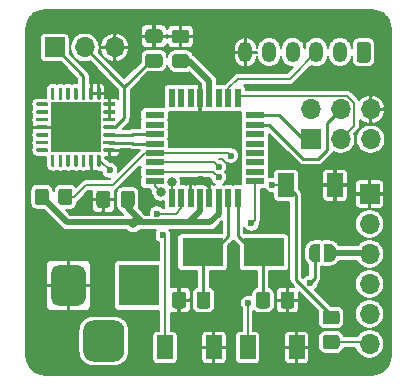
<source format=gtl>
%TF.GenerationSoftware,KiCad,Pcbnew,(5.1.12)-1*%
%TF.CreationDate,2021-12-20T15:12:04-08:00*%
%TF.ProjectId,controlBoard,636f6e74-726f-46c4-926f-6172642e6b69,rev?*%
%TF.SameCoordinates,Original*%
%TF.FileFunction,Copper,L1,Top*%
%TF.FilePolarity,Positive*%
%FSLAX46Y46*%
G04 Gerber Fmt 4.6, Leading zero omitted, Abs format (unit mm)*
G04 Created by KiCad (PCBNEW (5.1.12)-1) date 2021-12-20 15:12:04*
%MOMM*%
%LPD*%
G01*
G04 APERTURE LIST*
%TA.AperFunction,ComponentPad*%
%ADD10O,1.200000X1.750000*%
%TD*%
%TA.AperFunction,SMDPad,CuDef*%
%ADD11R,1.600000X0.550000*%
%TD*%
%TA.AperFunction,SMDPad,CuDef*%
%ADD12R,0.550000X1.600000*%
%TD*%
%TA.AperFunction,SMDPad,CuDef*%
%ADD13C,0.100000*%
%TD*%
%TA.AperFunction,SMDPad,CuDef*%
%ADD14R,1.350000X2.000000*%
%TD*%
%TA.AperFunction,ComponentPad*%
%ADD15O,1.700000X1.700000*%
%TD*%
%TA.AperFunction,ComponentPad*%
%ADD16R,1.700000X1.700000*%
%TD*%
%TA.AperFunction,ComponentPad*%
%ADD17R,3.500000X3.500000*%
%TD*%
%TA.AperFunction,SMDPad,CuDef*%
%ADD18R,3.500000X2.400000*%
%TD*%
%TA.AperFunction,SMDPad,CuDef*%
%ADD19R,4.250000X4.250000*%
%TD*%
%TA.AperFunction,ViaPad*%
%ADD20C,0.800000*%
%TD*%
%TA.AperFunction,ViaPad*%
%ADD21C,0.600000*%
%TD*%
%TA.AperFunction,Conductor*%
%ADD22C,0.250000*%
%TD*%
%TA.AperFunction,Conductor*%
%ADD23C,0.500000*%
%TD*%
%TA.AperFunction,Conductor*%
%ADD24C,0.200000*%
%TD*%
%TA.AperFunction,Conductor*%
%ADD25C,0.100000*%
%TD*%
G04 APERTURE END LIST*
D10*
X159750000Y-73250000D03*
X161750000Y-73250000D03*
X163750000Y-73250000D03*
X165750000Y-73250000D03*
X167750000Y-73250000D03*
%TA.AperFunction,ComponentPad*%
G36*
G01*
X170350000Y-72624999D02*
X170350000Y-73875001D01*
G75*
G02*
X170100001Y-74125000I-249999J0D01*
G01*
X169399999Y-74125000D01*
G75*
G02*
X169150000Y-73875001I0J249999D01*
G01*
X169150000Y-72624999D01*
G75*
G02*
X169399999Y-72375000I249999J0D01*
G01*
X170100001Y-72375000D01*
G75*
G02*
X170350000Y-72624999I0J-249999D01*
G01*
G37*
%TD.AperFunction*%
D11*
X152050000Y-84186000D03*
X152050000Y-83386000D03*
X152050000Y-82586000D03*
X152050000Y-81786000D03*
X152050000Y-80986000D03*
X152050000Y-80186000D03*
X152050000Y-79386000D03*
X152050000Y-78586000D03*
D12*
X153500000Y-77136000D03*
X154300000Y-77136000D03*
X155100000Y-77136000D03*
X155900000Y-77136000D03*
X156700000Y-77136000D03*
X157500000Y-77136000D03*
X158300000Y-77136000D03*
X159100000Y-77136000D03*
D11*
X160550000Y-78586000D03*
X160550000Y-79386000D03*
X160550000Y-80186000D03*
X160550000Y-80986000D03*
X160550000Y-81786000D03*
X160550000Y-82586000D03*
X160550000Y-83386000D03*
X160550000Y-84186000D03*
D12*
X159100000Y-85636000D03*
X158300000Y-85636000D03*
X157500000Y-85636000D03*
X156700000Y-85636000D03*
X155900000Y-85636000D03*
X155100000Y-85636000D03*
X154300000Y-85636000D03*
X153500000Y-85636000D03*
%TA.AperFunction,SMDPad,CuDef*%
D13*
G36*
X165600000Y-90999398D02*
G01*
X165575466Y-90999398D01*
X165526635Y-90994588D01*
X165478510Y-90985016D01*
X165431555Y-90970772D01*
X165386222Y-90951995D01*
X165342949Y-90928864D01*
X165302150Y-90901604D01*
X165264221Y-90870476D01*
X165229524Y-90835779D01*
X165198396Y-90797850D01*
X165171136Y-90757051D01*
X165148005Y-90713778D01*
X165129228Y-90668445D01*
X165114984Y-90621490D01*
X165105412Y-90573365D01*
X165100602Y-90524534D01*
X165100602Y-90500000D01*
X165100000Y-90500000D01*
X165100000Y-90000000D01*
X165100602Y-90000000D01*
X165100602Y-89975466D01*
X165105412Y-89926635D01*
X165114984Y-89878510D01*
X165129228Y-89831555D01*
X165148005Y-89786222D01*
X165171136Y-89742949D01*
X165198396Y-89702150D01*
X165229524Y-89664221D01*
X165264221Y-89629524D01*
X165302150Y-89598396D01*
X165342949Y-89571136D01*
X165386222Y-89548005D01*
X165431555Y-89529228D01*
X165478510Y-89514984D01*
X165526635Y-89505412D01*
X165575466Y-89500602D01*
X165600000Y-89500602D01*
X165600000Y-89500000D01*
X166100000Y-89500000D01*
X166100000Y-91000000D01*
X165600000Y-91000000D01*
X165600000Y-90999398D01*
G37*
%TD.AperFunction*%
%TA.AperFunction,SMDPad,CuDef*%
G36*
X166400000Y-89500000D02*
G01*
X166900000Y-89500000D01*
X166900000Y-89500602D01*
X166924534Y-89500602D01*
X166973365Y-89505412D01*
X167021490Y-89514984D01*
X167068445Y-89529228D01*
X167113778Y-89548005D01*
X167157051Y-89571136D01*
X167197850Y-89598396D01*
X167235779Y-89629524D01*
X167270476Y-89664221D01*
X167301604Y-89702150D01*
X167328864Y-89742949D01*
X167351995Y-89786222D01*
X167370772Y-89831555D01*
X167385016Y-89878510D01*
X167394588Y-89926635D01*
X167399398Y-89975466D01*
X167399398Y-90000000D01*
X167400000Y-90000000D01*
X167400000Y-90500000D01*
X167399398Y-90500000D01*
X167399398Y-90524534D01*
X167394588Y-90573365D01*
X167385016Y-90621490D01*
X167370772Y-90668445D01*
X167351995Y-90713778D01*
X167328864Y-90757051D01*
X167301604Y-90797850D01*
X167270476Y-90835779D01*
X167235779Y-90870476D01*
X167197850Y-90901604D01*
X167157051Y-90928864D01*
X167113778Y-90951995D01*
X167068445Y-90970772D01*
X167021490Y-90985016D01*
X166973365Y-90994588D01*
X166924534Y-90999398D01*
X166900000Y-90999398D01*
X166900000Y-91000000D01*
X166400000Y-91000000D01*
X166400000Y-89500000D01*
G37*
%TD.AperFunction*%
D14*
X164075000Y-98250000D03*
X159925000Y-98250000D03*
X152925000Y-98250000D03*
X157075000Y-98250000D03*
X163175000Y-84500000D03*
X167325000Y-84500000D03*
D15*
X170250000Y-97950000D03*
X170250000Y-95410000D03*
X170250000Y-92870000D03*
X170250000Y-90330000D03*
X170250000Y-87790000D03*
D16*
X170250000Y-85250000D03*
%TA.AperFunction,ComponentPad*%
G36*
G01*
X146000000Y-98575000D02*
X146000000Y-96825000D01*
G75*
G02*
X146875000Y-95950000I875000J0D01*
G01*
X148625000Y-95950000D01*
G75*
G02*
X149500000Y-96825000I0J-875000D01*
G01*
X149500000Y-98575000D01*
G75*
G02*
X148625000Y-99450000I-875000J0D01*
G01*
X146875000Y-99450000D01*
G75*
G02*
X146000000Y-98575000I0J875000D01*
G01*
G37*
%TD.AperFunction*%
%TA.AperFunction,ComponentPad*%
G36*
G01*
X143250000Y-94000000D02*
X143250000Y-92000000D01*
G75*
G02*
X144000000Y-91250000I750000J0D01*
G01*
X145500000Y-91250000D01*
G75*
G02*
X146250000Y-92000000I0J-750000D01*
G01*
X146250000Y-94000000D01*
G75*
G02*
X145500000Y-94750000I-750000J0D01*
G01*
X144000000Y-94750000D01*
G75*
G02*
X143250000Y-94000000I0J750000D01*
G01*
G37*
%TD.AperFunction*%
D17*
X150750000Y-93000000D03*
D18*
X161313000Y-90174400D03*
X156113000Y-90174400D03*
%TA.AperFunction,SMDPad,CuDef*%
G36*
G01*
X154725000Y-72512500D02*
X153775000Y-72512500D01*
G75*
G02*
X153525000Y-72262500I0J250000D01*
G01*
X153525000Y-71587500D01*
G75*
G02*
X153775000Y-71337500I250000J0D01*
G01*
X154725000Y-71337500D01*
G75*
G02*
X154975000Y-71587500I0J-250000D01*
G01*
X154975000Y-72262500D01*
G75*
G02*
X154725000Y-72512500I-250000J0D01*
G01*
G37*
%TD.AperFunction*%
%TA.AperFunction,SMDPad,CuDef*%
G36*
G01*
X154725000Y-74587500D02*
X153775000Y-74587500D01*
G75*
G02*
X153525000Y-74337500I0J250000D01*
G01*
X153525000Y-73662500D01*
G75*
G02*
X153775000Y-73412500I250000J0D01*
G01*
X154725000Y-73412500D01*
G75*
G02*
X154975000Y-73662500I0J-250000D01*
G01*
X154975000Y-74337500D01*
G75*
G02*
X154725000Y-74587500I-250000J0D01*
G01*
G37*
%TD.AperFunction*%
%TA.AperFunction,SMDPad,CuDef*%
G36*
G01*
X166525000Y-97200000D02*
X167475000Y-97200000D01*
G75*
G02*
X167725000Y-97450000I0J-250000D01*
G01*
X167725000Y-98125000D01*
G75*
G02*
X167475000Y-98375000I-250000J0D01*
G01*
X166525000Y-98375000D01*
G75*
G02*
X166275000Y-98125000I0J250000D01*
G01*
X166275000Y-97450000D01*
G75*
G02*
X166525000Y-97200000I250000J0D01*
G01*
G37*
%TD.AperFunction*%
%TA.AperFunction,SMDPad,CuDef*%
G36*
G01*
X166525000Y-95125000D02*
X167475000Y-95125000D01*
G75*
G02*
X167725000Y-95375000I0J-250000D01*
G01*
X167725000Y-96050000D01*
G75*
G02*
X167475000Y-96300000I-250000J0D01*
G01*
X166525000Y-96300000D01*
G75*
G02*
X166275000Y-96050000I0J250000D01*
G01*
X166275000Y-95375000D01*
G75*
G02*
X166525000Y-95125000I250000J0D01*
G01*
G37*
%TD.AperFunction*%
%TA.AperFunction,SMDPad,CuDef*%
G36*
G01*
X147253000Y-76250000D02*
X147403000Y-76250000D01*
G75*
G02*
X147478000Y-76325000I0J-75000D01*
G01*
X147478000Y-77200000D01*
G75*
G02*
X147403000Y-77275000I-75000J0D01*
G01*
X147253000Y-77275000D01*
G75*
G02*
X147178000Y-77200000I0J75000D01*
G01*
X147178000Y-76325000D01*
G75*
G02*
X147253000Y-76250000I75000J0D01*
G01*
G37*
%TD.AperFunction*%
%TA.AperFunction,SMDPad,CuDef*%
G36*
G01*
X146603000Y-76250000D02*
X146753000Y-76250000D01*
G75*
G02*
X146828000Y-76325000I0J-75000D01*
G01*
X146828000Y-77200000D01*
G75*
G02*
X146753000Y-77275000I-75000J0D01*
G01*
X146603000Y-77275000D01*
G75*
G02*
X146528000Y-77200000I0J75000D01*
G01*
X146528000Y-76325000D01*
G75*
G02*
X146603000Y-76250000I75000J0D01*
G01*
G37*
%TD.AperFunction*%
%TA.AperFunction,SMDPad,CuDef*%
G36*
G01*
X145953000Y-76250000D02*
X146103000Y-76250000D01*
G75*
G02*
X146178000Y-76325000I0J-75000D01*
G01*
X146178000Y-77200000D01*
G75*
G02*
X146103000Y-77275000I-75000J0D01*
G01*
X145953000Y-77275000D01*
G75*
G02*
X145878000Y-77200000I0J75000D01*
G01*
X145878000Y-76325000D01*
G75*
G02*
X145953000Y-76250000I75000J0D01*
G01*
G37*
%TD.AperFunction*%
%TA.AperFunction,SMDPad,CuDef*%
G36*
G01*
X145303000Y-76250000D02*
X145453000Y-76250000D01*
G75*
G02*
X145528000Y-76325000I0J-75000D01*
G01*
X145528000Y-77200000D01*
G75*
G02*
X145453000Y-77275000I-75000J0D01*
G01*
X145303000Y-77275000D01*
G75*
G02*
X145228000Y-77200000I0J75000D01*
G01*
X145228000Y-76325000D01*
G75*
G02*
X145303000Y-76250000I75000J0D01*
G01*
G37*
%TD.AperFunction*%
%TA.AperFunction,SMDPad,CuDef*%
G36*
G01*
X144653000Y-76250000D02*
X144803000Y-76250000D01*
G75*
G02*
X144878000Y-76325000I0J-75000D01*
G01*
X144878000Y-77200000D01*
G75*
G02*
X144803000Y-77275000I-75000J0D01*
G01*
X144653000Y-77275000D01*
G75*
G02*
X144578000Y-77200000I0J75000D01*
G01*
X144578000Y-76325000D01*
G75*
G02*
X144653000Y-76250000I75000J0D01*
G01*
G37*
%TD.AperFunction*%
%TA.AperFunction,SMDPad,CuDef*%
G36*
G01*
X144003000Y-76250000D02*
X144153000Y-76250000D01*
G75*
G02*
X144228000Y-76325000I0J-75000D01*
G01*
X144228000Y-77200000D01*
G75*
G02*
X144153000Y-77275000I-75000J0D01*
G01*
X144003000Y-77275000D01*
G75*
G02*
X143928000Y-77200000I0J75000D01*
G01*
X143928000Y-76325000D01*
G75*
G02*
X144003000Y-76250000I75000J0D01*
G01*
G37*
%TD.AperFunction*%
%TA.AperFunction,SMDPad,CuDef*%
G36*
G01*
X143353000Y-76250000D02*
X143503000Y-76250000D01*
G75*
G02*
X143578000Y-76325000I0J-75000D01*
G01*
X143578000Y-77200000D01*
G75*
G02*
X143503000Y-77275000I-75000J0D01*
G01*
X143353000Y-77275000D01*
G75*
G02*
X143278000Y-77200000I0J75000D01*
G01*
X143278000Y-76325000D01*
G75*
G02*
X143353000Y-76250000I75000J0D01*
G01*
G37*
%TD.AperFunction*%
%TA.AperFunction,SMDPad,CuDef*%
G36*
G01*
X142103000Y-77500000D02*
X142978000Y-77500000D01*
G75*
G02*
X143053000Y-77575000I0J-75000D01*
G01*
X143053000Y-77725000D01*
G75*
G02*
X142978000Y-77800000I-75000J0D01*
G01*
X142103000Y-77800000D01*
G75*
G02*
X142028000Y-77725000I0J75000D01*
G01*
X142028000Y-77575000D01*
G75*
G02*
X142103000Y-77500000I75000J0D01*
G01*
G37*
%TD.AperFunction*%
%TA.AperFunction,SMDPad,CuDef*%
G36*
G01*
X142103000Y-78150000D02*
X142978000Y-78150000D01*
G75*
G02*
X143053000Y-78225000I0J-75000D01*
G01*
X143053000Y-78375000D01*
G75*
G02*
X142978000Y-78450000I-75000J0D01*
G01*
X142103000Y-78450000D01*
G75*
G02*
X142028000Y-78375000I0J75000D01*
G01*
X142028000Y-78225000D01*
G75*
G02*
X142103000Y-78150000I75000J0D01*
G01*
G37*
%TD.AperFunction*%
%TA.AperFunction,SMDPad,CuDef*%
G36*
G01*
X142103000Y-78800000D02*
X142978000Y-78800000D01*
G75*
G02*
X143053000Y-78875000I0J-75000D01*
G01*
X143053000Y-79025000D01*
G75*
G02*
X142978000Y-79100000I-75000J0D01*
G01*
X142103000Y-79100000D01*
G75*
G02*
X142028000Y-79025000I0J75000D01*
G01*
X142028000Y-78875000D01*
G75*
G02*
X142103000Y-78800000I75000J0D01*
G01*
G37*
%TD.AperFunction*%
%TA.AperFunction,SMDPad,CuDef*%
G36*
G01*
X142103000Y-79450000D02*
X142978000Y-79450000D01*
G75*
G02*
X143053000Y-79525000I0J-75000D01*
G01*
X143053000Y-79675000D01*
G75*
G02*
X142978000Y-79750000I-75000J0D01*
G01*
X142103000Y-79750000D01*
G75*
G02*
X142028000Y-79675000I0J75000D01*
G01*
X142028000Y-79525000D01*
G75*
G02*
X142103000Y-79450000I75000J0D01*
G01*
G37*
%TD.AperFunction*%
%TA.AperFunction,SMDPad,CuDef*%
G36*
G01*
X142103000Y-80100000D02*
X142978000Y-80100000D01*
G75*
G02*
X143053000Y-80175000I0J-75000D01*
G01*
X143053000Y-80325000D01*
G75*
G02*
X142978000Y-80400000I-75000J0D01*
G01*
X142103000Y-80400000D01*
G75*
G02*
X142028000Y-80325000I0J75000D01*
G01*
X142028000Y-80175000D01*
G75*
G02*
X142103000Y-80100000I75000J0D01*
G01*
G37*
%TD.AperFunction*%
%TA.AperFunction,SMDPad,CuDef*%
G36*
G01*
X142103000Y-80750000D02*
X142978000Y-80750000D01*
G75*
G02*
X143053000Y-80825000I0J-75000D01*
G01*
X143053000Y-80975000D01*
G75*
G02*
X142978000Y-81050000I-75000J0D01*
G01*
X142103000Y-81050000D01*
G75*
G02*
X142028000Y-80975000I0J75000D01*
G01*
X142028000Y-80825000D01*
G75*
G02*
X142103000Y-80750000I75000J0D01*
G01*
G37*
%TD.AperFunction*%
%TA.AperFunction,SMDPad,CuDef*%
G36*
G01*
X142103000Y-81400000D02*
X142978000Y-81400000D01*
G75*
G02*
X143053000Y-81475000I0J-75000D01*
G01*
X143053000Y-81625000D01*
G75*
G02*
X142978000Y-81700000I-75000J0D01*
G01*
X142103000Y-81700000D01*
G75*
G02*
X142028000Y-81625000I0J75000D01*
G01*
X142028000Y-81475000D01*
G75*
G02*
X142103000Y-81400000I75000J0D01*
G01*
G37*
%TD.AperFunction*%
%TA.AperFunction,SMDPad,CuDef*%
G36*
G01*
X143353000Y-81925000D02*
X143503000Y-81925000D01*
G75*
G02*
X143578000Y-82000000I0J-75000D01*
G01*
X143578000Y-82875000D01*
G75*
G02*
X143503000Y-82950000I-75000J0D01*
G01*
X143353000Y-82950000D01*
G75*
G02*
X143278000Y-82875000I0J75000D01*
G01*
X143278000Y-82000000D01*
G75*
G02*
X143353000Y-81925000I75000J0D01*
G01*
G37*
%TD.AperFunction*%
%TA.AperFunction,SMDPad,CuDef*%
G36*
G01*
X144003000Y-81925000D02*
X144153000Y-81925000D01*
G75*
G02*
X144228000Y-82000000I0J-75000D01*
G01*
X144228000Y-82875000D01*
G75*
G02*
X144153000Y-82950000I-75000J0D01*
G01*
X144003000Y-82950000D01*
G75*
G02*
X143928000Y-82875000I0J75000D01*
G01*
X143928000Y-82000000D01*
G75*
G02*
X144003000Y-81925000I75000J0D01*
G01*
G37*
%TD.AperFunction*%
%TA.AperFunction,SMDPad,CuDef*%
G36*
G01*
X144653000Y-81925000D02*
X144803000Y-81925000D01*
G75*
G02*
X144878000Y-82000000I0J-75000D01*
G01*
X144878000Y-82875000D01*
G75*
G02*
X144803000Y-82950000I-75000J0D01*
G01*
X144653000Y-82950000D01*
G75*
G02*
X144578000Y-82875000I0J75000D01*
G01*
X144578000Y-82000000D01*
G75*
G02*
X144653000Y-81925000I75000J0D01*
G01*
G37*
%TD.AperFunction*%
%TA.AperFunction,SMDPad,CuDef*%
G36*
G01*
X145303000Y-81925000D02*
X145453000Y-81925000D01*
G75*
G02*
X145528000Y-82000000I0J-75000D01*
G01*
X145528000Y-82875000D01*
G75*
G02*
X145453000Y-82950000I-75000J0D01*
G01*
X145303000Y-82950000D01*
G75*
G02*
X145228000Y-82875000I0J75000D01*
G01*
X145228000Y-82000000D01*
G75*
G02*
X145303000Y-81925000I75000J0D01*
G01*
G37*
%TD.AperFunction*%
%TA.AperFunction,SMDPad,CuDef*%
G36*
G01*
X145953000Y-81925000D02*
X146103000Y-81925000D01*
G75*
G02*
X146178000Y-82000000I0J-75000D01*
G01*
X146178000Y-82875000D01*
G75*
G02*
X146103000Y-82950000I-75000J0D01*
G01*
X145953000Y-82950000D01*
G75*
G02*
X145878000Y-82875000I0J75000D01*
G01*
X145878000Y-82000000D01*
G75*
G02*
X145953000Y-81925000I75000J0D01*
G01*
G37*
%TD.AperFunction*%
%TA.AperFunction,SMDPad,CuDef*%
G36*
G01*
X146603000Y-81925000D02*
X146753000Y-81925000D01*
G75*
G02*
X146828000Y-82000000I0J-75000D01*
G01*
X146828000Y-82875000D01*
G75*
G02*
X146753000Y-82950000I-75000J0D01*
G01*
X146603000Y-82950000D01*
G75*
G02*
X146528000Y-82875000I0J75000D01*
G01*
X146528000Y-82000000D01*
G75*
G02*
X146603000Y-81925000I75000J0D01*
G01*
G37*
%TD.AperFunction*%
%TA.AperFunction,SMDPad,CuDef*%
G36*
G01*
X147253000Y-81925000D02*
X147403000Y-81925000D01*
G75*
G02*
X147478000Y-82000000I0J-75000D01*
G01*
X147478000Y-82875000D01*
G75*
G02*
X147403000Y-82950000I-75000J0D01*
G01*
X147253000Y-82950000D01*
G75*
G02*
X147178000Y-82875000I0J75000D01*
G01*
X147178000Y-82000000D01*
G75*
G02*
X147253000Y-81925000I75000J0D01*
G01*
G37*
%TD.AperFunction*%
%TA.AperFunction,SMDPad,CuDef*%
G36*
G01*
X147778000Y-81400000D02*
X148653000Y-81400000D01*
G75*
G02*
X148728000Y-81475000I0J-75000D01*
G01*
X148728000Y-81625000D01*
G75*
G02*
X148653000Y-81700000I-75000J0D01*
G01*
X147778000Y-81700000D01*
G75*
G02*
X147703000Y-81625000I0J75000D01*
G01*
X147703000Y-81475000D01*
G75*
G02*
X147778000Y-81400000I75000J0D01*
G01*
G37*
%TD.AperFunction*%
%TA.AperFunction,SMDPad,CuDef*%
G36*
G01*
X147778000Y-80750000D02*
X148653000Y-80750000D01*
G75*
G02*
X148728000Y-80825000I0J-75000D01*
G01*
X148728000Y-80975000D01*
G75*
G02*
X148653000Y-81050000I-75000J0D01*
G01*
X147778000Y-81050000D01*
G75*
G02*
X147703000Y-80975000I0J75000D01*
G01*
X147703000Y-80825000D01*
G75*
G02*
X147778000Y-80750000I75000J0D01*
G01*
G37*
%TD.AperFunction*%
%TA.AperFunction,SMDPad,CuDef*%
G36*
G01*
X147778000Y-80100000D02*
X148653000Y-80100000D01*
G75*
G02*
X148728000Y-80175000I0J-75000D01*
G01*
X148728000Y-80325000D01*
G75*
G02*
X148653000Y-80400000I-75000J0D01*
G01*
X147778000Y-80400000D01*
G75*
G02*
X147703000Y-80325000I0J75000D01*
G01*
X147703000Y-80175000D01*
G75*
G02*
X147778000Y-80100000I75000J0D01*
G01*
G37*
%TD.AperFunction*%
%TA.AperFunction,SMDPad,CuDef*%
G36*
G01*
X147778000Y-79450000D02*
X148653000Y-79450000D01*
G75*
G02*
X148728000Y-79525000I0J-75000D01*
G01*
X148728000Y-79675000D01*
G75*
G02*
X148653000Y-79750000I-75000J0D01*
G01*
X147778000Y-79750000D01*
G75*
G02*
X147703000Y-79675000I0J75000D01*
G01*
X147703000Y-79525000D01*
G75*
G02*
X147778000Y-79450000I75000J0D01*
G01*
G37*
%TD.AperFunction*%
%TA.AperFunction,SMDPad,CuDef*%
G36*
G01*
X147778000Y-78800000D02*
X148653000Y-78800000D01*
G75*
G02*
X148728000Y-78875000I0J-75000D01*
G01*
X148728000Y-79025000D01*
G75*
G02*
X148653000Y-79100000I-75000J0D01*
G01*
X147778000Y-79100000D01*
G75*
G02*
X147703000Y-79025000I0J75000D01*
G01*
X147703000Y-78875000D01*
G75*
G02*
X147778000Y-78800000I75000J0D01*
G01*
G37*
%TD.AperFunction*%
%TA.AperFunction,SMDPad,CuDef*%
G36*
G01*
X147778000Y-78150000D02*
X148653000Y-78150000D01*
G75*
G02*
X148728000Y-78225000I0J-75000D01*
G01*
X148728000Y-78375000D01*
G75*
G02*
X148653000Y-78450000I-75000J0D01*
G01*
X147778000Y-78450000D01*
G75*
G02*
X147703000Y-78375000I0J75000D01*
G01*
X147703000Y-78225000D01*
G75*
G02*
X147778000Y-78150000I75000J0D01*
G01*
G37*
%TD.AperFunction*%
%TA.AperFunction,SMDPad,CuDef*%
G36*
G01*
X147778000Y-77500000D02*
X148653000Y-77500000D01*
G75*
G02*
X148728000Y-77575000I0J-75000D01*
G01*
X148728000Y-77725000D01*
G75*
G02*
X148653000Y-77800000I-75000J0D01*
G01*
X147778000Y-77800000D01*
G75*
G02*
X147703000Y-77725000I0J75000D01*
G01*
X147703000Y-77575000D01*
G75*
G02*
X147778000Y-77500000I75000J0D01*
G01*
G37*
%TD.AperFunction*%
D19*
X145378000Y-79600000D03*
%TA.AperFunction,SMDPad,CuDef*%
G36*
G01*
X143900000Y-85950001D02*
X143900000Y-85049999D01*
G75*
G02*
X144149999Y-84800000I249999J0D01*
G01*
X144850001Y-84800000D01*
G75*
G02*
X145100000Y-85049999I0J-249999D01*
G01*
X145100000Y-85950001D01*
G75*
G02*
X144850001Y-86200000I-249999J0D01*
G01*
X144149999Y-86200000D01*
G75*
G02*
X143900000Y-85950001I0J249999D01*
G01*
G37*
%TD.AperFunction*%
%TA.AperFunction,SMDPad,CuDef*%
G36*
G01*
X141900000Y-85950001D02*
X141900000Y-85049999D01*
G75*
G02*
X142149999Y-84800000I249999J0D01*
G01*
X142850001Y-84800000D01*
G75*
G02*
X143100000Y-85049999I0J-249999D01*
G01*
X143100000Y-85950001D01*
G75*
G02*
X142850001Y-86200000I-249999J0D01*
G01*
X142149999Y-86200000D01*
G75*
G02*
X141900000Y-85950001I0J249999D01*
G01*
G37*
%TD.AperFunction*%
D15*
X170346200Y-78084000D03*
X170346200Y-80624000D03*
X167806200Y-78084000D03*
X167806200Y-80624000D03*
X165266200Y-78084000D03*
D16*
X165266200Y-80624000D03*
D15*
X148680000Y-72851600D03*
X146140000Y-72851600D03*
D16*
X143600000Y-72851600D03*
%TA.AperFunction,SMDPad,CuDef*%
G36*
G01*
X151525000Y-73377800D02*
X152475000Y-73377800D01*
G75*
G02*
X152725000Y-73627800I0J-250000D01*
G01*
X152725000Y-74302800D01*
G75*
G02*
X152475000Y-74552800I-250000J0D01*
G01*
X151525000Y-74552800D01*
G75*
G02*
X151275000Y-74302800I0J250000D01*
G01*
X151275000Y-73627800D01*
G75*
G02*
X151525000Y-73377800I250000J0D01*
G01*
G37*
%TD.AperFunction*%
%TA.AperFunction,SMDPad,CuDef*%
G36*
G01*
X151525000Y-71302800D02*
X152475000Y-71302800D01*
G75*
G02*
X152725000Y-71552800I0J-250000D01*
G01*
X152725000Y-72227800D01*
G75*
G02*
X152475000Y-72477800I-250000J0D01*
G01*
X151525000Y-72477800D01*
G75*
G02*
X151275000Y-72227800I0J250000D01*
G01*
X151275000Y-71552800D01*
G75*
G02*
X151525000Y-71302800I250000J0D01*
G01*
G37*
%TD.AperFunction*%
%TA.AperFunction,SMDPad,CuDef*%
G36*
G01*
X162719000Y-94713400D02*
X162719000Y-93763400D01*
G75*
G02*
X162969000Y-93513400I250000J0D01*
G01*
X163644000Y-93513400D01*
G75*
G02*
X163894000Y-93763400I0J-250000D01*
G01*
X163894000Y-94713400D01*
G75*
G02*
X163644000Y-94963400I-250000J0D01*
G01*
X162969000Y-94963400D01*
G75*
G02*
X162719000Y-94713400I0J250000D01*
G01*
G37*
%TD.AperFunction*%
%TA.AperFunction,SMDPad,CuDef*%
G36*
G01*
X160644000Y-94713400D02*
X160644000Y-93763400D01*
G75*
G02*
X160894000Y-93513400I250000J0D01*
G01*
X161569000Y-93513400D01*
G75*
G02*
X161819000Y-93763400I0J-250000D01*
G01*
X161819000Y-94713400D01*
G75*
G02*
X161569000Y-94963400I-250000J0D01*
G01*
X160894000Y-94963400D01*
G75*
G02*
X160644000Y-94713400I0J250000D01*
G01*
G37*
%TD.AperFunction*%
%TA.AperFunction,SMDPad,CuDef*%
G36*
G01*
X154707000Y-93763400D02*
X154707000Y-94713400D01*
G75*
G02*
X154457000Y-94963400I-250000J0D01*
G01*
X153782000Y-94963400D01*
G75*
G02*
X153532000Y-94713400I0J250000D01*
G01*
X153532000Y-93763400D01*
G75*
G02*
X153782000Y-93513400I250000J0D01*
G01*
X154457000Y-93513400D01*
G75*
G02*
X154707000Y-93763400I0J-250000D01*
G01*
G37*
%TD.AperFunction*%
%TA.AperFunction,SMDPad,CuDef*%
G36*
G01*
X156782000Y-93763400D02*
X156782000Y-94713400D01*
G75*
G02*
X156532000Y-94963400I-250000J0D01*
G01*
X155857000Y-94963400D01*
G75*
G02*
X155607000Y-94713400I0J250000D01*
G01*
X155607000Y-93763400D01*
G75*
G02*
X155857000Y-93513400I250000J0D01*
G01*
X156532000Y-93513400D01*
G75*
G02*
X156782000Y-93763400I0J-250000D01*
G01*
G37*
%TD.AperFunction*%
%TA.AperFunction,SMDPad,CuDef*%
G36*
G01*
X147118500Y-86179000D02*
X147118500Y-85229000D01*
G75*
G02*
X147368500Y-84979000I250000J0D01*
G01*
X148043500Y-84979000D01*
G75*
G02*
X148293500Y-85229000I0J-250000D01*
G01*
X148293500Y-86179000D01*
G75*
G02*
X148043500Y-86429000I-250000J0D01*
G01*
X147368500Y-86429000D01*
G75*
G02*
X147118500Y-86179000I0J250000D01*
G01*
G37*
%TD.AperFunction*%
%TA.AperFunction,SMDPad,CuDef*%
G36*
G01*
X149193500Y-86179000D02*
X149193500Y-85229000D01*
G75*
G02*
X149443500Y-84979000I250000J0D01*
G01*
X150118500Y-84979000D01*
G75*
G02*
X150368500Y-85229000I0J-250000D01*
G01*
X150368500Y-86179000D01*
G75*
G02*
X150118500Y-86429000I-250000J0D01*
G01*
X149443500Y-86429000D01*
G75*
G02*
X149193500Y-86179000I0J250000D01*
G01*
G37*
%TD.AperFunction*%
D20*
X150250000Y-87750000D03*
D21*
X165250000Y-92750000D03*
X148250000Y-83250000D03*
X147500000Y-85250000D03*
X150500000Y-77250000D03*
X154750000Y-79750000D03*
X151750000Y-85500000D03*
X142250000Y-83750000D03*
X150500000Y-83750000D03*
X156000000Y-84000000D03*
X149500000Y-82250000D03*
X148500000Y-76250000D03*
D20*
X162560000Y-86360000D03*
X168000000Y-91750000D03*
D21*
X152750000Y-88750000D03*
X152250000Y-86909800D03*
X160000000Y-94500000D03*
X160250000Y-87750000D03*
X158500000Y-82000000D03*
X162000000Y-84500000D03*
X157475737Y-83824266D03*
X157500000Y-83000000D03*
D20*
X153500000Y-84250000D03*
X152554987Y-85097507D03*
D22*
X148728000Y-79600000D02*
X149492800Y-78835200D01*
X148215500Y-79600000D02*
X148728000Y-79600000D01*
D23*
X155900000Y-86721002D02*
X154961202Y-87659800D01*
X155900000Y-85636000D02*
X155900000Y-86721002D01*
X156776200Y-87659800D02*
X154961202Y-87659800D01*
X157500000Y-86936000D02*
X156776200Y-87659800D01*
X157500000Y-85636000D02*
X157500000Y-86936000D01*
X149781000Y-86462100D02*
X150978700Y-87659800D01*
X149781000Y-85704000D02*
X149781000Y-86462100D01*
X150978700Y-87659800D02*
X154961202Y-87659800D01*
D22*
X148553000Y-75264600D02*
X146140000Y-72851600D01*
X149492800Y-76204400D02*
X148553000Y-75264600D01*
X149492800Y-78835200D02*
X149492800Y-76204400D01*
X151731900Y-73965300D02*
X149492800Y-76204400D01*
X152000000Y-73965300D02*
X151731900Y-73965300D01*
X165600000Y-92400000D02*
X165401471Y-92598529D01*
X165600000Y-90250000D02*
X165600000Y-92400000D01*
D24*
X165401471Y-92598529D02*
X165250000Y-92750000D01*
X158300000Y-76320998D02*
X159120998Y-75500000D01*
X158300000Y-77136000D02*
X158300000Y-76320998D01*
X163500000Y-75500000D02*
X165750000Y-73250000D01*
X159120998Y-75500000D02*
X163500000Y-75500000D01*
X147437500Y-82437500D02*
X148250000Y-83250000D01*
X147328000Y-82437500D02*
X147437500Y-82437500D01*
D23*
X144659800Y-87659800D02*
X142500000Y-85500000D01*
X150978700Y-87659800D02*
X144659800Y-87659800D01*
D22*
X156700000Y-84700000D02*
X156000000Y-84000000D01*
X156700000Y-85636000D02*
X156700000Y-84700000D01*
D24*
X152925000Y-88925000D02*
X152750000Y-88750000D01*
X152925000Y-98250000D02*
X152925000Y-88925000D01*
X154300000Y-86451002D02*
X154300000Y-85636000D01*
X153841202Y-86909800D02*
X154300000Y-86451002D01*
X152250000Y-86909800D02*
X153841202Y-86909800D01*
X159925000Y-94575000D02*
X160000000Y-94500000D01*
X159925000Y-98250000D02*
X159925000Y-94575000D01*
X160550000Y-87450000D02*
X160550000Y-84186000D01*
X160250000Y-87750000D02*
X160550000Y-87450000D01*
X158286000Y-81786000D02*
X158500000Y-82000000D01*
X152050000Y-81786000D02*
X158286000Y-81786000D01*
D22*
X167000000Y-95712500D02*
X167000000Y-95500000D01*
X167000000Y-95500000D02*
X164000000Y-92500000D01*
X164000000Y-85325000D02*
X163175000Y-84500000D01*
X164000000Y-92500000D02*
X164000000Y-85325000D01*
D24*
X144500000Y-85500000D02*
X145250000Y-85500000D01*
X151234998Y-81786000D02*
X152050000Y-81786000D01*
X149270998Y-83750000D02*
X151234998Y-81786000D01*
X145250000Y-85500000D02*
X146250000Y-84500000D01*
X148520998Y-84500000D02*
X149270998Y-83750000D01*
X146250000Y-84500000D02*
X148520998Y-84500000D01*
X162000000Y-84500000D02*
X163175000Y-84500000D01*
X157037471Y-83386000D02*
X157475737Y-83824266D01*
X152050000Y-83386000D02*
X157037471Y-83386000D01*
X157086000Y-82586000D02*
X157500000Y-83000000D01*
X152050000Y-82586000D02*
X157086000Y-82586000D01*
D22*
X146028000Y-75279600D02*
X143600000Y-72851600D01*
X146028000Y-76762500D02*
X146028000Y-75279600D01*
D24*
X153500000Y-85636000D02*
X153500000Y-84250000D01*
X152050000Y-84592520D02*
X152554987Y-85097507D01*
X152050000Y-84186000D02*
X152050000Y-84592520D01*
D22*
X161743198Y-79386000D02*
X160550000Y-79386000D01*
X164632198Y-82275000D02*
X161743198Y-79386000D01*
X165900202Y-82275000D02*
X164632198Y-82275000D01*
X166631199Y-81544003D02*
X165900202Y-82275000D01*
X166631199Y-79259001D02*
X166631199Y-81544003D01*
X167806200Y-78084000D02*
X166631199Y-79259001D01*
D24*
X159302001Y-76933999D02*
X159100000Y-77136000D01*
X168956201Y-77531999D02*
X168358201Y-76933999D01*
X168956201Y-79473999D02*
X168956201Y-77531999D01*
X168358201Y-76933999D02*
X159302001Y-76933999D01*
X167806200Y-80624000D02*
X168956201Y-79473999D01*
D22*
X165266200Y-80624000D02*
X164618500Y-80624000D01*
X162580500Y-78586000D02*
X160550000Y-78586000D01*
X164618500Y-80624000D02*
X162580500Y-78586000D01*
X152050000Y-80986000D02*
X150185000Y-80986000D01*
X150099000Y-80900000D02*
X148215500Y-80900000D01*
X150185000Y-80986000D02*
X150099000Y-80900000D01*
X152050000Y-80186000D02*
X150210200Y-80186000D01*
X150146200Y-80250000D02*
X148215500Y-80250000D01*
X150210200Y-80186000D02*
X150146200Y-80250000D01*
X158300000Y-86686000D02*
X158299131Y-86686869D01*
X158300000Y-85636000D02*
X158300000Y-86686000D01*
X158300000Y-88837400D02*
X158300000Y-85636000D01*
X156963000Y-90174400D02*
X158300000Y-88837400D01*
X156194500Y-90255900D02*
X156113000Y-90174400D01*
X156194500Y-94238400D02*
X156194500Y-90255900D01*
X159100000Y-88834200D02*
X159100000Y-85636000D01*
X160440200Y-90174400D02*
X159100000Y-88834200D01*
X161231500Y-90255900D02*
X161313000Y-90174400D01*
X161231500Y-94238400D02*
X161231500Y-90255900D01*
D24*
X170087500Y-97787500D02*
X170250000Y-97950000D01*
X167000000Y-97787500D02*
X170087500Y-97787500D01*
D23*
X156700000Y-75725000D02*
X156700000Y-77136000D01*
X154975000Y-74000000D02*
X156700000Y-75725000D01*
X154250000Y-74000000D02*
X154975000Y-74000000D01*
X170170000Y-90250000D02*
X170250000Y-90330000D01*
X166900000Y-90250000D02*
X170170000Y-90250000D01*
D24*
X170800642Y-69731636D02*
X171089839Y-69818950D01*
X171356563Y-69960770D01*
X171590666Y-70151701D01*
X171783219Y-70384457D01*
X171926899Y-70650189D01*
X172016227Y-70938760D01*
X172050001Y-71260098D01*
X172050000Y-98977994D01*
X172018364Y-99300642D01*
X171931050Y-99589839D01*
X171789230Y-99856563D01*
X171598303Y-100090662D01*
X171365544Y-100283219D01*
X171099812Y-100426899D01*
X170811238Y-100516227D01*
X170489912Y-100550000D01*
X142772006Y-100550000D01*
X142449358Y-100518364D01*
X142160161Y-100431050D01*
X141893437Y-100289230D01*
X141659338Y-100098303D01*
X141466781Y-99865544D01*
X141323101Y-99599812D01*
X141233773Y-99311238D01*
X141200000Y-98989912D01*
X141200000Y-96825000D01*
X145598065Y-96825000D01*
X145598065Y-98575000D01*
X145622601Y-98824118D01*
X145695266Y-99063662D01*
X145813267Y-99284427D01*
X145972071Y-99477929D01*
X146165573Y-99636733D01*
X146386338Y-99754734D01*
X146625882Y-99827399D01*
X146875000Y-99851935D01*
X148625000Y-99851935D01*
X148874118Y-99827399D01*
X149113662Y-99754734D01*
X149334427Y-99636733D01*
X149527929Y-99477929D01*
X149686733Y-99284427D01*
X149804734Y-99063662D01*
X149877399Y-98824118D01*
X149901935Y-98575000D01*
X149901935Y-96825000D01*
X149877399Y-96575882D01*
X149804734Y-96336338D01*
X149686733Y-96115573D01*
X149527929Y-95922071D01*
X149334427Y-95763267D01*
X149113662Y-95645266D01*
X148874118Y-95572601D01*
X148625000Y-95548065D01*
X146875000Y-95548065D01*
X146625882Y-95572601D01*
X146386338Y-95645266D01*
X146165573Y-95763267D01*
X145972071Y-95922071D01*
X145813267Y-96115573D01*
X145695266Y-96336338D01*
X145622601Y-96575882D01*
X145598065Y-96825000D01*
X141200000Y-96825000D01*
X141200000Y-94750000D01*
X142848065Y-94750000D01*
X142855788Y-94828414D01*
X142878660Y-94903814D01*
X142915803Y-94973303D01*
X142965789Y-95034211D01*
X143026697Y-95084197D01*
X143096186Y-95121340D01*
X143171586Y-95144212D01*
X143250000Y-95151935D01*
X144600000Y-95150000D01*
X144700000Y-95050000D01*
X144700000Y-93050000D01*
X144800000Y-93050000D01*
X144800000Y-95050000D01*
X144900000Y-95150000D01*
X146250000Y-95151935D01*
X146328414Y-95144212D01*
X146403814Y-95121340D01*
X146473303Y-95084197D01*
X146534211Y-95034211D01*
X146584197Y-94973303D01*
X146621340Y-94903814D01*
X146644212Y-94828414D01*
X146651935Y-94750000D01*
X146650000Y-93150000D01*
X146550000Y-93050000D01*
X144800000Y-93050000D01*
X144700000Y-93050000D01*
X142950000Y-93050000D01*
X142850000Y-93150000D01*
X142848065Y-94750000D01*
X141200000Y-94750000D01*
X141200000Y-91250000D01*
X142848065Y-91250000D01*
X142850000Y-92850000D01*
X142950000Y-92950000D01*
X144700000Y-92950000D01*
X144700000Y-90950000D01*
X144800000Y-90950000D01*
X144800000Y-92950000D01*
X146550000Y-92950000D01*
X146650000Y-92850000D01*
X146651935Y-91250000D01*
X146644212Y-91171586D01*
X146621340Y-91096186D01*
X146584197Y-91026697D01*
X146534211Y-90965789D01*
X146473303Y-90915803D01*
X146403814Y-90878660D01*
X146328414Y-90855788D01*
X146250000Y-90848065D01*
X144900000Y-90850000D01*
X144800000Y-90950000D01*
X144700000Y-90950000D01*
X144600000Y-90850000D01*
X143250000Y-90848065D01*
X143171586Y-90855788D01*
X143096186Y-90878660D01*
X143026697Y-90915803D01*
X142965789Y-90965789D01*
X142915803Y-91026697D01*
X142878660Y-91096186D01*
X142855788Y-91171586D01*
X142848065Y-91250000D01*
X141200000Y-91250000D01*
X141200000Y-85049999D01*
X141498065Y-85049999D01*
X141498065Y-85950001D01*
X141510592Y-86077187D01*
X141547691Y-86199485D01*
X141607936Y-86312196D01*
X141689012Y-86410988D01*
X141787804Y-86492064D01*
X141900515Y-86552309D01*
X142022813Y-86589408D01*
X142149999Y-86601935D01*
X142682697Y-86601935D01*
X144177604Y-88096843D01*
X144197957Y-88121643D01*
X144222757Y-88141996D01*
X144222759Y-88141998D01*
X144238128Y-88154611D01*
X144296932Y-88202870D01*
X144409852Y-88263227D01*
X144532378Y-88300395D01*
X144627868Y-88309800D01*
X144627878Y-88309800D01*
X144659799Y-88312944D01*
X144691720Y-88309800D01*
X149678429Y-88309800D01*
X149740030Y-88371401D01*
X149871058Y-88458951D01*
X150016649Y-88519257D01*
X150171207Y-88550000D01*
X150328793Y-88550000D01*
X150483351Y-88519257D01*
X150628942Y-88458951D01*
X150759970Y-88371401D01*
X150821571Y-88309800D01*
X150946776Y-88309800D01*
X150978700Y-88312944D01*
X151010624Y-88309800D01*
X152202249Y-88309800D01*
X152129668Y-88418426D01*
X152076901Y-88545818D01*
X152050000Y-88681056D01*
X152050000Y-88818944D01*
X152076901Y-88954182D01*
X152129668Y-89081574D01*
X152206274Y-89196224D01*
X152303776Y-89293726D01*
X152418426Y-89370332D01*
X152425001Y-89373055D01*
X152425001Y-90848065D01*
X149000000Y-90848065D01*
X148921586Y-90855788D01*
X148846186Y-90878660D01*
X148776697Y-90915803D01*
X148715789Y-90965789D01*
X148665803Y-91026697D01*
X148628660Y-91096186D01*
X148605788Y-91171586D01*
X148598065Y-91250000D01*
X148598065Y-94750000D01*
X148605788Y-94828414D01*
X148628660Y-94903814D01*
X148665803Y-94973303D01*
X148715789Y-95034211D01*
X148776697Y-95084197D01*
X148846186Y-95121340D01*
X148921586Y-95144212D01*
X149000000Y-95151935D01*
X152425000Y-95151935D01*
X152425000Y-96848065D01*
X152250000Y-96848065D01*
X152171586Y-96855788D01*
X152096186Y-96878660D01*
X152026697Y-96915803D01*
X151965789Y-96965789D01*
X151915803Y-97026697D01*
X151878660Y-97096186D01*
X151855788Y-97171586D01*
X151848065Y-97250000D01*
X151848065Y-99250000D01*
X151855788Y-99328414D01*
X151878660Y-99403814D01*
X151915803Y-99473303D01*
X151965789Y-99534211D01*
X152026697Y-99584197D01*
X152096186Y-99621340D01*
X152171586Y-99644212D01*
X152250000Y-99651935D01*
X153600000Y-99651935D01*
X153678414Y-99644212D01*
X153753814Y-99621340D01*
X153823303Y-99584197D01*
X153884211Y-99534211D01*
X153934197Y-99473303D01*
X153971340Y-99403814D01*
X153994212Y-99328414D01*
X154001935Y-99250000D01*
X155998065Y-99250000D01*
X156005788Y-99328414D01*
X156028660Y-99403814D01*
X156065803Y-99473303D01*
X156115789Y-99534211D01*
X156176697Y-99584197D01*
X156246186Y-99621340D01*
X156321586Y-99644212D01*
X156400000Y-99651935D01*
X156925000Y-99650000D01*
X157025000Y-99550000D01*
X157025000Y-98300000D01*
X157125000Y-98300000D01*
X157125000Y-99550000D01*
X157225000Y-99650000D01*
X157750000Y-99651935D01*
X157828414Y-99644212D01*
X157903814Y-99621340D01*
X157973303Y-99584197D01*
X158034211Y-99534211D01*
X158084197Y-99473303D01*
X158121340Y-99403814D01*
X158144212Y-99328414D01*
X158151935Y-99250000D01*
X158150000Y-98400000D01*
X158050000Y-98300000D01*
X157125000Y-98300000D01*
X157025000Y-98300000D01*
X156100000Y-98300000D01*
X156000000Y-98400000D01*
X155998065Y-99250000D01*
X154001935Y-99250000D01*
X154001935Y-97250000D01*
X155998065Y-97250000D01*
X156000000Y-98100000D01*
X156100000Y-98200000D01*
X157025000Y-98200000D01*
X157025000Y-96950000D01*
X157125000Y-96950000D01*
X157125000Y-98200000D01*
X158050000Y-98200000D01*
X158150000Y-98100000D01*
X158151935Y-97250000D01*
X158144212Y-97171586D01*
X158121340Y-97096186D01*
X158084197Y-97026697D01*
X158034211Y-96965789D01*
X157973303Y-96915803D01*
X157903814Y-96878660D01*
X157828414Y-96855788D01*
X157750000Y-96848065D01*
X157225000Y-96850000D01*
X157125000Y-96950000D01*
X157025000Y-96950000D01*
X156925000Y-96850000D01*
X156400000Y-96848065D01*
X156321586Y-96855788D01*
X156246186Y-96878660D01*
X156176697Y-96915803D01*
X156115789Y-96965789D01*
X156065803Y-97026697D01*
X156028660Y-97096186D01*
X156005788Y-97171586D01*
X155998065Y-97250000D01*
X154001935Y-97250000D01*
X153994212Y-97171586D01*
X153971340Y-97096186D01*
X153934197Y-97026697D01*
X153884211Y-96965789D01*
X153823303Y-96915803D01*
X153753814Y-96878660D01*
X153678414Y-96855788D01*
X153600000Y-96848065D01*
X153425000Y-96848065D01*
X153425000Y-95348941D01*
X153453586Y-95357612D01*
X153532000Y-95365335D01*
X153969500Y-95363400D01*
X154069500Y-95263400D01*
X154069500Y-94288400D01*
X154169500Y-94288400D01*
X154169500Y-95263400D01*
X154269500Y-95363400D01*
X154707000Y-95365335D01*
X154785414Y-95357612D01*
X154860814Y-95334740D01*
X154930303Y-95297597D01*
X154991211Y-95247611D01*
X155041197Y-95186703D01*
X155078340Y-95117214D01*
X155101212Y-95041814D01*
X155108935Y-94963400D01*
X155107000Y-94388400D01*
X155007000Y-94288400D01*
X154169500Y-94288400D01*
X154069500Y-94288400D01*
X154049500Y-94288400D01*
X154049500Y-94188400D01*
X154069500Y-94188400D01*
X154069500Y-93213400D01*
X154169500Y-93213400D01*
X154169500Y-94188400D01*
X155007000Y-94188400D01*
X155107000Y-94088400D01*
X155108935Y-93513400D01*
X155101212Y-93434986D01*
X155078340Y-93359586D01*
X155041197Y-93290097D01*
X154991211Y-93229189D01*
X154930303Y-93179203D01*
X154860814Y-93142060D01*
X154785414Y-93119188D01*
X154707000Y-93111465D01*
X154269500Y-93113400D01*
X154169500Y-93213400D01*
X154069500Y-93213400D01*
X153969500Y-93113400D01*
X153532000Y-93111465D01*
X153453586Y-93119188D01*
X153425000Y-93127859D01*
X153425000Y-88949549D01*
X153425961Y-88939796D01*
X153450000Y-88818944D01*
X153450000Y-88681056D01*
X153423099Y-88545818D01*
X153370332Y-88418426D01*
X153297751Y-88309800D01*
X154929281Y-88309800D01*
X154961202Y-88312944D01*
X154993123Y-88309800D01*
X156744279Y-88309800D01*
X156776200Y-88312944D01*
X156808121Y-88309800D01*
X156808132Y-88309800D01*
X156903622Y-88300395D01*
X157026148Y-88263227D01*
X157139068Y-88202870D01*
X157238043Y-88121643D01*
X157258400Y-88096838D01*
X157775000Y-87580238D01*
X157775000Y-88572465D01*
X154363000Y-88572465D01*
X154284586Y-88580188D01*
X154209186Y-88603060D01*
X154139697Y-88640203D01*
X154078789Y-88690189D01*
X154028803Y-88751097D01*
X153991660Y-88820586D01*
X153968788Y-88895986D01*
X153961065Y-88974400D01*
X153961065Y-91374400D01*
X153968788Y-91452814D01*
X153991660Y-91528214D01*
X154028803Y-91597703D01*
X154078789Y-91658611D01*
X154139697Y-91708597D01*
X154209186Y-91745740D01*
X154284586Y-91768612D01*
X154363000Y-91776335D01*
X155669501Y-91776335D01*
X155669500Y-93142288D01*
X155607515Y-93161091D01*
X155494804Y-93221336D01*
X155396012Y-93302412D01*
X155314936Y-93401204D01*
X155254691Y-93513915D01*
X155217592Y-93636214D01*
X155205065Y-93763400D01*
X155205065Y-94713400D01*
X155217592Y-94840586D01*
X155254691Y-94962885D01*
X155314936Y-95075596D01*
X155396012Y-95174388D01*
X155494804Y-95255464D01*
X155607515Y-95315709D01*
X155729814Y-95352808D01*
X155857000Y-95365335D01*
X156532000Y-95365335D01*
X156659186Y-95352808D01*
X156781485Y-95315709D01*
X156894196Y-95255464D01*
X156992988Y-95174388D01*
X157074064Y-95075596D01*
X157134309Y-94962885D01*
X157171408Y-94840586D01*
X157183935Y-94713400D01*
X157183935Y-93763400D01*
X157171408Y-93636214D01*
X157134309Y-93513915D01*
X157074064Y-93401204D01*
X156992988Y-93302412D01*
X156894196Y-93221336D01*
X156781485Y-93161091D01*
X156719500Y-93142288D01*
X156719500Y-91776335D01*
X157863000Y-91776335D01*
X157941414Y-91768612D01*
X158016814Y-91745740D01*
X158086303Y-91708597D01*
X158147211Y-91658611D01*
X158197197Y-91597703D01*
X158234340Y-91528214D01*
X158257212Y-91452814D01*
X158264935Y-91374400D01*
X158264935Y-89614927D01*
X158652996Y-89226866D01*
X158673027Y-89210427D01*
X158701313Y-89175960D01*
X158726973Y-89207227D01*
X158747010Y-89223671D01*
X159161065Y-89637726D01*
X159161065Y-91374400D01*
X159168788Y-91452814D01*
X159191660Y-91528214D01*
X159228803Y-91597703D01*
X159278789Y-91658611D01*
X159339697Y-91708597D01*
X159409186Y-91745740D01*
X159484586Y-91768612D01*
X159563000Y-91776335D01*
X160706501Y-91776335D01*
X160706500Y-93142288D01*
X160644515Y-93161091D01*
X160531804Y-93221336D01*
X160433012Y-93302412D01*
X160351936Y-93401204D01*
X160291691Y-93513915D01*
X160254592Y-93636214D01*
X160242065Y-93763400D01*
X160242065Y-93842593D01*
X160204182Y-93826901D01*
X160068944Y-93800000D01*
X159931056Y-93800000D01*
X159795818Y-93826901D01*
X159668426Y-93879668D01*
X159553776Y-93956274D01*
X159456274Y-94053776D01*
X159379668Y-94168426D01*
X159326901Y-94295818D01*
X159300000Y-94431056D01*
X159300000Y-94568944D01*
X159326901Y-94704182D01*
X159379668Y-94831574D01*
X159425001Y-94899420D01*
X159425000Y-96848065D01*
X159250000Y-96848065D01*
X159171586Y-96855788D01*
X159096186Y-96878660D01*
X159026697Y-96915803D01*
X158965789Y-96965789D01*
X158915803Y-97026697D01*
X158878660Y-97096186D01*
X158855788Y-97171586D01*
X158848065Y-97250000D01*
X158848065Y-99250000D01*
X158855788Y-99328414D01*
X158878660Y-99403814D01*
X158915803Y-99473303D01*
X158965789Y-99534211D01*
X159026697Y-99584197D01*
X159096186Y-99621340D01*
X159171586Y-99644212D01*
X159250000Y-99651935D01*
X160600000Y-99651935D01*
X160678414Y-99644212D01*
X160753814Y-99621340D01*
X160823303Y-99584197D01*
X160884211Y-99534211D01*
X160934197Y-99473303D01*
X160971340Y-99403814D01*
X160994212Y-99328414D01*
X161001935Y-99250000D01*
X162998065Y-99250000D01*
X163005788Y-99328414D01*
X163028660Y-99403814D01*
X163065803Y-99473303D01*
X163115789Y-99534211D01*
X163176697Y-99584197D01*
X163246186Y-99621340D01*
X163321586Y-99644212D01*
X163400000Y-99651935D01*
X163925000Y-99650000D01*
X164025000Y-99550000D01*
X164025000Y-98300000D01*
X164125000Y-98300000D01*
X164125000Y-99550000D01*
X164225000Y-99650000D01*
X164750000Y-99651935D01*
X164828414Y-99644212D01*
X164903814Y-99621340D01*
X164973303Y-99584197D01*
X165034211Y-99534211D01*
X165084197Y-99473303D01*
X165121340Y-99403814D01*
X165144212Y-99328414D01*
X165151935Y-99250000D01*
X165150000Y-98400000D01*
X165050000Y-98300000D01*
X164125000Y-98300000D01*
X164025000Y-98300000D01*
X163100000Y-98300000D01*
X163000000Y-98400000D01*
X162998065Y-99250000D01*
X161001935Y-99250000D01*
X161001935Y-97250000D01*
X162998065Y-97250000D01*
X163000000Y-98100000D01*
X163100000Y-98200000D01*
X164025000Y-98200000D01*
X164025000Y-96950000D01*
X164125000Y-96950000D01*
X164125000Y-98200000D01*
X165050000Y-98200000D01*
X165150000Y-98100000D01*
X165151479Y-97450000D01*
X165873065Y-97450000D01*
X165873065Y-98125000D01*
X165885592Y-98252186D01*
X165922691Y-98374485D01*
X165982936Y-98487196D01*
X166064012Y-98585988D01*
X166162804Y-98667064D01*
X166275515Y-98727309D01*
X166397814Y-98764408D01*
X166525000Y-98776935D01*
X167475000Y-98776935D01*
X167602186Y-98764408D01*
X167724485Y-98727309D01*
X167837196Y-98667064D01*
X167935988Y-98585988D01*
X168017064Y-98487196D01*
X168077309Y-98374485D01*
X168103696Y-98287500D01*
X169042644Y-98287500D01*
X169048037Y-98314611D01*
X169142265Y-98542097D01*
X169279062Y-98746828D01*
X169453172Y-98920938D01*
X169657903Y-99057735D01*
X169885389Y-99151963D01*
X170126886Y-99200000D01*
X170373114Y-99200000D01*
X170614611Y-99151963D01*
X170842097Y-99057735D01*
X171046828Y-98920938D01*
X171220938Y-98746828D01*
X171357735Y-98542097D01*
X171451963Y-98314611D01*
X171500000Y-98073114D01*
X171500000Y-97826886D01*
X171451963Y-97585389D01*
X171357735Y-97357903D01*
X171220938Y-97153172D01*
X171046828Y-96979062D01*
X170842097Y-96842265D01*
X170614611Y-96748037D01*
X170373114Y-96700000D01*
X170126886Y-96700000D01*
X169885389Y-96748037D01*
X169657903Y-96842265D01*
X169453172Y-96979062D01*
X169279062Y-97153172D01*
X169189307Y-97287500D01*
X168103696Y-97287500D01*
X168077309Y-97200515D01*
X168017064Y-97087804D01*
X167935988Y-96989012D01*
X167837196Y-96907936D01*
X167724485Y-96847691D01*
X167602186Y-96810592D01*
X167475000Y-96798065D01*
X166525000Y-96798065D01*
X166397814Y-96810592D01*
X166275515Y-96847691D01*
X166162804Y-96907936D01*
X166064012Y-96989012D01*
X165982936Y-97087804D01*
X165922691Y-97200515D01*
X165885592Y-97322814D01*
X165873065Y-97450000D01*
X165151479Y-97450000D01*
X165151935Y-97250000D01*
X165144212Y-97171586D01*
X165121340Y-97096186D01*
X165084197Y-97026697D01*
X165034211Y-96965789D01*
X164973303Y-96915803D01*
X164903814Y-96878660D01*
X164828414Y-96855788D01*
X164750000Y-96848065D01*
X164225000Y-96850000D01*
X164125000Y-96950000D01*
X164025000Y-96950000D01*
X163925000Y-96850000D01*
X163400000Y-96848065D01*
X163321586Y-96855788D01*
X163246186Y-96878660D01*
X163176697Y-96915803D01*
X163115789Y-96965789D01*
X163065803Y-97026697D01*
X163028660Y-97096186D01*
X163005788Y-97171586D01*
X162998065Y-97250000D01*
X161001935Y-97250000D01*
X160994212Y-97171586D01*
X160971340Y-97096186D01*
X160934197Y-97026697D01*
X160884211Y-96965789D01*
X160823303Y-96915803D01*
X160753814Y-96878660D01*
X160678414Y-96855788D01*
X160600000Y-96848065D01*
X160425000Y-96848065D01*
X160425000Y-95164625D01*
X160433012Y-95174388D01*
X160531804Y-95255464D01*
X160644515Y-95315709D01*
X160766814Y-95352808D01*
X160894000Y-95365335D01*
X161569000Y-95365335D01*
X161696186Y-95352808D01*
X161818485Y-95315709D01*
X161931196Y-95255464D01*
X162029988Y-95174388D01*
X162111064Y-95075596D01*
X162171033Y-94963400D01*
X162317065Y-94963400D01*
X162324788Y-95041814D01*
X162347660Y-95117214D01*
X162384803Y-95186703D01*
X162434789Y-95247611D01*
X162495697Y-95297597D01*
X162565186Y-95334740D01*
X162640586Y-95357612D01*
X162719000Y-95365335D01*
X163156500Y-95363400D01*
X163256500Y-95263400D01*
X163256500Y-94288400D01*
X163356500Y-94288400D01*
X163356500Y-95263400D01*
X163456500Y-95363400D01*
X163894000Y-95365335D01*
X163972414Y-95357612D01*
X164047814Y-95334740D01*
X164117303Y-95297597D01*
X164178211Y-95247611D01*
X164228197Y-95186703D01*
X164265340Y-95117214D01*
X164288212Y-95041814D01*
X164295935Y-94963400D01*
X164294000Y-94388400D01*
X164194000Y-94288400D01*
X163356500Y-94288400D01*
X163256500Y-94288400D01*
X162419000Y-94288400D01*
X162319000Y-94388400D01*
X162317065Y-94963400D01*
X162171033Y-94963400D01*
X162171309Y-94962885D01*
X162208408Y-94840586D01*
X162220935Y-94713400D01*
X162220935Y-93763400D01*
X162208408Y-93636214D01*
X162171309Y-93513915D01*
X162171034Y-93513400D01*
X162317065Y-93513400D01*
X162319000Y-94088400D01*
X162419000Y-94188400D01*
X163256500Y-94188400D01*
X163256500Y-93213400D01*
X163156500Y-93113400D01*
X162719000Y-93111465D01*
X162640586Y-93119188D01*
X162565186Y-93142060D01*
X162495697Y-93179203D01*
X162434789Y-93229189D01*
X162384803Y-93290097D01*
X162347660Y-93359586D01*
X162324788Y-93434986D01*
X162317065Y-93513400D01*
X162171034Y-93513400D01*
X162111064Y-93401204D01*
X162029988Y-93302412D01*
X161931196Y-93221336D01*
X161818485Y-93161091D01*
X161756500Y-93142288D01*
X161756500Y-91776335D01*
X163063000Y-91776335D01*
X163141414Y-91768612D01*
X163216814Y-91745740D01*
X163286303Y-91708597D01*
X163347211Y-91658611D01*
X163397197Y-91597703D01*
X163434340Y-91528214D01*
X163457212Y-91452814D01*
X163464935Y-91374400D01*
X163464935Y-88974400D01*
X163457212Y-88895986D01*
X163434340Y-88820586D01*
X163397197Y-88751097D01*
X163347211Y-88690189D01*
X163286303Y-88640203D01*
X163216814Y-88603060D01*
X163141414Y-88580188D01*
X163063000Y-88572465D01*
X159625000Y-88572465D01*
X159625000Y-88070304D01*
X159629668Y-88081574D01*
X159706274Y-88196224D01*
X159803776Y-88293726D01*
X159918426Y-88370332D01*
X160045818Y-88423099D01*
X160181056Y-88450000D01*
X160318944Y-88450000D01*
X160454182Y-88423099D01*
X160581574Y-88370332D01*
X160696224Y-88293726D01*
X160793726Y-88196224D01*
X160870332Y-88081574D01*
X160923099Y-87954182D01*
X160950000Y-87818944D01*
X160950000Y-87750753D01*
X160967746Y-87729129D01*
X161014175Y-87642267D01*
X161042765Y-87548017D01*
X161050000Y-87474560D01*
X161050000Y-87474559D01*
X161052419Y-87450001D01*
X161050000Y-87425443D01*
X161050000Y-84862935D01*
X161350000Y-84862935D01*
X161397497Y-84858257D01*
X161456274Y-84946224D01*
X161553776Y-85043726D01*
X161668426Y-85120332D01*
X161795818Y-85173099D01*
X161931056Y-85200000D01*
X162068944Y-85200000D01*
X162098065Y-85194207D01*
X162098065Y-85500000D01*
X162105788Y-85578414D01*
X162128660Y-85653814D01*
X162165803Y-85723303D01*
X162215789Y-85784211D01*
X162276697Y-85834197D01*
X162346186Y-85871340D01*
X162421586Y-85894212D01*
X162500000Y-85901935D01*
X163475001Y-85901935D01*
X163475000Y-92474220D01*
X163472461Y-92500000D01*
X163475000Y-92525780D01*
X163475000Y-92525787D01*
X163482597Y-92602917D01*
X163512617Y-92701880D01*
X163561367Y-92793086D01*
X163626973Y-92873027D01*
X163647010Y-92889471D01*
X163869114Y-93111575D01*
X163456500Y-93113400D01*
X163356500Y-93213400D01*
X163356500Y-94188400D01*
X164194000Y-94188400D01*
X164294000Y-94088400D01*
X164295851Y-93538312D01*
X165913466Y-95155927D01*
X165885592Y-95247814D01*
X165873065Y-95375000D01*
X165873065Y-96050000D01*
X165885592Y-96177186D01*
X165922691Y-96299485D01*
X165982936Y-96412196D01*
X166064012Y-96510988D01*
X166162804Y-96592064D01*
X166275515Y-96652309D01*
X166397814Y-96689408D01*
X166525000Y-96701935D01*
X167475000Y-96701935D01*
X167602186Y-96689408D01*
X167724485Y-96652309D01*
X167837196Y-96592064D01*
X167935988Y-96510988D01*
X168017064Y-96412196D01*
X168077309Y-96299485D01*
X168114408Y-96177186D01*
X168126935Y-96050000D01*
X168126935Y-95375000D01*
X168118257Y-95286886D01*
X169000000Y-95286886D01*
X169000000Y-95533114D01*
X169048037Y-95774611D01*
X169142265Y-96002097D01*
X169279062Y-96206828D01*
X169453172Y-96380938D01*
X169657903Y-96517735D01*
X169885389Y-96611963D01*
X170126886Y-96660000D01*
X170373114Y-96660000D01*
X170614611Y-96611963D01*
X170842097Y-96517735D01*
X171046828Y-96380938D01*
X171220938Y-96206828D01*
X171357735Y-96002097D01*
X171451963Y-95774611D01*
X171500000Y-95533114D01*
X171500000Y-95286886D01*
X171451963Y-95045389D01*
X171357735Y-94817903D01*
X171220938Y-94613172D01*
X171046828Y-94439062D01*
X170842097Y-94302265D01*
X170614611Y-94208037D01*
X170373114Y-94160000D01*
X170126886Y-94160000D01*
X169885389Y-94208037D01*
X169657903Y-94302265D01*
X169453172Y-94439062D01*
X169279062Y-94613172D01*
X169142265Y-94817903D01*
X169048037Y-95045389D01*
X169000000Y-95286886D01*
X168118257Y-95286886D01*
X168114408Y-95247814D01*
X168077309Y-95125515D01*
X168017064Y-95012804D01*
X167935988Y-94914012D01*
X167837196Y-94832936D01*
X167724485Y-94772691D01*
X167602186Y-94735592D01*
X167475000Y-94723065D01*
X166965527Y-94723065D01*
X165600289Y-93357827D01*
X165696224Y-93293726D01*
X165793726Y-93196224D01*
X165870332Y-93081574D01*
X165923099Y-92954182D01*
X165950000Y-92818944D01*
X165950000Y-92792461D01*
X165952990Y-92789471D01*
X165973027Y-92773027D01*
X165994480Y-92746886D01*
X169000000Y-92746886D01*
X169000000Y-92993114D01*
X169048037Y-93234611D01*
X169142265Y-93462097D01*
X169279062Y-93666828D01*
X169453172Y-93840938D01*
X169657903Y-93977735D01*
X169885389Y-94071963D01*
X170126886Y-94120000D01*
X170373114Y-94120000D01*
X170614611Y-94071963D01*
X170842097Y-93977735D01*
X171046828Y-93840938D01*
X171220938Y-93666828D01*
X171357735Y-93462097D01*
X171451963Y-93234611D01*
X171500000Y-92993114D01*
X171500000Y-92746886D01*
X171451963Y-92505389D01*
X171357735Y-92277903D01*
X171220938Y-92073172D01*
X171046828Y-91899062D01*
X170842097Y-91762265D01*
X170614611Y-91668037D01*
X170373114Y-91620000D01*
X170126886Y-91620000D01*
X169885389Y-91668037D01*
X169657903Y-91762265D01*
X169453172Y-91899062D01*
X169279062Y-92073172D01*
X169142265Y-92277903D01*
X169048037Y-92505389D01*
X169000000Y-92746886D01*
X165994480Y-92746886D01*
X166038633Y-92693086D01*
X166087383Y-92601881D01*
X166117403Y-92502918D01*
X166125000Y-92425788D01*
X166125000Y-92425781D01*
X166127539Y-92400001D01*
X166125000Y-92374221D01*
X166125000Y-91399473D01*
X166178414Y-91394212D01*
X166250000Y-91372497D01*
X166321586Y-91394212D01*
X166400000Y-91401935D01*
X166900000Y-91401935D01*
X166924449Y-91399527D01*
X166949009Y-91399527D01*
X167027422Y-91391804D01*
X167123555Y-91372682D01*
X167198954Y-91349810D01*
X167289510Y-91312301D01*
X167359001Y-91275158D01*
X167440500Y-91220702D01*
X167501408Y-91170716D01*
X167570716Y-91101408D01*
X167620702Y-91040500D01*
X167675158Y-90959001D01*
X167706694Y-90900000D01*
X169133112Y-90900000D01*
X169142265Y-90922097D01*
X169279062Y-91126828D01*
X169453172Y-91300938D01*
X169657903Y-91437735D01*
X169885389Y-91531963D01*
X170126886Y-91580000D01*
X170373114Y-91580000D01*
X170614611Y-91531963D01*
X170842097Y-91437735D01*
X171046828Y-91300938D01*
X171220938Y-91126828D01*
X171357735Y-90922097D01*
X171451963Y-90694611D01*
X171500000Y-90453114D01*
X171500000Y-90206886D01*
X171451963Y-89965389D01*
X171357735Y-89737903D01*
X171220938Y-89533172D01*
X171046828Y-89359062D01*
X170842097Y-89222265D01*
X170614611Y-89128037D01*
X170373114Y-89080000D01*
X170126886Y-89080000D01*
X169885389Y-89128037D01*
X169657903Y-89222265D01*
X169453172Y-89359062D01*
X169279062Y-89533172D01*
X169234409Y-89600000D01*
X167706694Y-89600000D01*
X167675158Y-89540999D01*
X167620702Y-89459500D01*
X167570716Y-89398592D01*
X167501408Y-89329284D01*
X167440500Y-89279298D01*
X167359001Y-89224842D01*
X167289510Y-89187699D01*
X167198954Y-89150190D01*
X167123555Y-89127318D01*
X167027422Y-89108196D01*
X166949009Y-89100473D01*
X166924449Y-89100473D01*
X166900000Y-89098065D01*
X166400000Y-89098065D01*
X166321586Y-89105788D01*
X166250000Y-89127503D01*
X166178414Y-89105788D01*
X166100000Y-89098065D01*
X165600000Y-89098065D01*
X165575551Y-89100473D01*
X165550991Y-89100473D01*
X165472578Y-89108196D01*
X165376445Y-89127318D01*
X165301046Y-89150190D01*
X165210490Y-89187699D01*
X165140999Y-89224842D01*
X165059500Y-89279298D01*
X164998592Y-89329284D01*
X164929284Y-89398592D01*
X164879298Y-89459500D01*
X164824842Y-89540999D01*
X164787699Y-89610490D01*
X164750190Y-89701046D01*
X164727318Y-89776445D01*
X164708196Y-89872578D01*
X164700473Y-89950991D01*
X164700473Y-89975551D01*
X164698065Y-90000000D01*
X164698065Y-90500000D01*
X164700473Y-90524449D01*
X164700473Y-90549009D01*
X164708196Y-90627422D01*
X164727318Y-90723555D01*
X164750190Y-90798954D01*
X164787699Y-90889510D01*
X164824842Y-90959001D01*
X164879298Y-91040500D01*
X164929284Y-91101408D01*
X164998592Y-91170716D01*
X165059500Y-91220702D01*
X165075000Y-91231059D01*
X165075001Y-92071096D01*
X165045818Y-92076901D01*
X164918426Y-92129668D01*
X164803776Y-92206274D01*
X164706274Y-92303776D01*
X164642173Y-92399711D01*
X164525000Y-92282539D01*
X164525000Y-87666886D01*
X169000000Y-87666886D01*
X169000000Y-87913114D01*
X169048037Y-88154611D01*
X169142265Y-88382097D01*
X169279062Y-88586828D01*
X169453172Y-88760938D01*
X169657903Y-88897735D01*
X169885389Y-88991963D01*
X170126886Y-89040000D01*
X170373114Y-89040000D01*
X170614611Y-88991963D01*
X170842097Y-88897735D01*
X171046828Y-88760938D01*
X171220938Y-88586828D01*
X171357735Y-88382097D01*
X171451963Y-88154611D01*
X171500000Y-87913114D01*
X171500000Y-87666886D01*
X171451963Y-87425389D01*
X171357735Y-87197903D01*
X171220938Y-86993172D01*
X171046828Y-86819062D01*
X170842097Y-86682265D01*
X170614611Y-86588037D01*
X170373114Y-86540000D01*
X170126886Y-86540000D01*
X169885389Y-86588037D01*
X169657903Y-86682265D01*
X169453172Y-86819062D01*
X169279062Y-86993172D01*
X169142265Y-87197903D01*
X169048037Y-87425389D01*
X169000000Y-87666886D01*
X164525000Y-87666886D01*
X164525000Y-86100000D01*
X168998065Y-86100000D01*
X169005788Y-86178414D01*
X169028660Y-86253814D01*
X169065803Y-86323303D01*
X169115789Y-86384211D01*
X169176697Y-86434197D01*
X169246186Y-86471340D01*
X169321586Y-86494212D01*
X169400000Y-86501935D01*
X170100000Y-86500000D01*
X170200000Y-86400000D01*
X170200000Y-85300000D01*
X170300000Y-85300000D01*
X170300000Y-86400000D01*
X170400000Y-86500000D01*
X171100000Y-86501935D01*
X171178414Y-86494212D01*
X171253814Y-86471340D01*
X171323303Y-86434197D01*
X171384211Y-86384211D01*
X171434197Y-86323303D01*
X171471340Y-86253814D01*
X171494212Y-86178414D01*
X171501935Y-86100000D01*
X171500000Y-85400000D01*
X171400000Y-85300000D01*
X170300000Y-85300000D01*
X170200000Y-85300000D01*
X169100000Y-85300000D01*
X169000000Y-85400000D01*
X168998065Y-86100000D01*
X164525000Y-86100000D01*
X164525000Y-85500000D01*
X166248065Y-85500000D01*
X166255788Y-85578414D01*
X166278660Y-85653814D01*
X166315803Y-85723303D01*
X166365789Y-85784211D01*
X166426697Y-85834197D01*
X166496186Y-85871340D01*
X166571586Y-85894212D01*
X166650000Y-85901935D01*
X167175000Y-85900000D01*
X167275000Y-85800000D01*
X167275000Y-84550000D01*
X167375000Y-84550000D01*
X167375000Y-85800000D01*
X167475000Y-85900000D01*
X168000000Y-85901935D01*
X168078414Y-85894212D01*
X168153814Y-85871340D01*
X168223303Y-85834197D01*
X168284211Y-85784211D01*
X168334197Y-85723303D01*
X168371340Y-85653814D01*
X168394212Y-85578414D01*
X168401935Y-85500000D01*
X168400000Y-84650000D01*
X168300000Y-84550000D01*
X167375000Y-84550000D01*
X167275000Y-84550000D01*
X166350000Y-84550000D01*
X166250000Y-84650000D01*
X166248065Y-85500000D01*
X164525000Y-85500000D01*
X164525000Y-85350779D01*
X164527539Y-85324999D01*
X164525000Y-85299219D01*
X164525000Y-85299212D01*
X164517403Y-85222082D01*
X164487383Y-85123119D01*
X164438633Y-85031914D01*
X164373027Y-84951973D01*
X164352996Y-84935534D01*
X164251935Y-84834473D01*
X164251935Y-83500000D01*
X166248065Y-83500000D01*
X166250000Y-84350000D01*
X166350000Y-84450000D01*
X167275000Y-84450000D01*
X167275000Y-83200000D01*
X167375000Y-83200000D01*
X167375000Y-84450000D01*
X168300000Y-84450000D01*
X168350000Y-84400000D01*
X168998065Y-84400000D01*
X169000000Y-85100000D01*
X169100000Y-85200000D01*
X170200000Y-85200000D01*
X170200000Y-84100000D01*
X170300000Y-84100000D01*
X170300000Y-85200000D01*
X171400000Y-85200000D01*
X171500000Y-85100000D01*
X171501935Y-84400000D01*
X171494212Y-84321586D01*
X171471340Y-84246186D01*
X171434197Y-84176697D01*
X171384211Y-84115789D01*
X171323303Y-84065803D01*
X171253814Y-84028660D01*
X171178414Y-84005788D01*
X171100000Y-83998065D01*
X170400000Y-84000000D01*
X170300000Y-84100000D01*
X170200000Y-84100000D01*
X170100000Y-84000000D01*
X169400000Y-83998065D01*
X169321586Y-84005788D01*
X169246186Y-84028660D01*
X169176697Y-84065803D01*
X169115789Y-84115789D01*
X169065803Y-84176697D01*
X169028660Y-84246186D01*
X169005788Y-84321586D01*
X168998065Y-84400000D01*
X168350000Y-84400000D01*
X168400000Y-84350000D01*
X168401935Y-83500000D01*
X168394212Y-83421586D01*
X168371340Y-83346186D01*
X168334197Y-83276697D01*
X168284211Y-83215789D01*
X168223303Y-83165803D01*
X168153814Y-83128660D01*
X168078414Y-83105788D01*
X168000000Y-83098065D01*
X167475000Y-83100000D01*
X167375000Y-83200000D01*
X167275000Y-83200000D01*
X167175000Y-83100000D01*
X166650000Y-83098065D01*
X166571586Y-83105788D01*
X166496186Y-83128660D01*
X166426697Y-83165803D01*
X166365789Y-83215789D01*
X166315803Y-83276697D01*
X166278660Y-83346186D01*
X166255788Y-83421586D01*
X166248065Y-83500000D01*
X164251935Y-83500000D01*
X164244212Y-83421586D01*
X164221340Y-83346186D01*
X164184197Y-83276697D01*
X164134211Y-83215789D01*
X164073303Y-83165803D01*
X164003814Y-83128660D01*
X163928414Y-83105788D01*
X163850000Y-83098065D01*
X162500000Y-83098065D01*
X162421586Y-83105788D01*
X162346186Y-83128660D01*
X162276697Y-83165803D01*
X162215789Y-83215789D01*
X162165803Y-83276697D01*
X162128660Y-83346186D01*
X162105788Y-83421586D01*
X162098065Y-83500000D01*
X162098065Y-83805793D01*
X162068944Y-83800000D01*
X161931056Y-83800000D01*
X161795818Y-83826901D01*
X161745697Y-83847662D01*
X161744212Y-83832586D01*
X161730081Y-83786000D01*
X161744212Y-83739414D01*
X161751935Y-83661000D01*
X161751935Y-83111000D01*
X161744212Y-83032586D01*
X161730081Y-82986000D01*
X161744212Y-82939414D01*
X161751935Y-82861000D01*
X161751935Y-82311000D01*
X161744212Y-82232586D01*
X161730081Y-82186000D01*
X161744212Y-82139414D01*
X161751935Y-82061000D01*
X161751935Y-81511000D01*
X161744212Y-81432586D01*
X161730081Y-81386000D01*
X161744212Y-81339414D01*
X161751935Y-81261000D01*
X161751935Y-80711000D01*
X161744212Y-80632586D01*
X161730081Y-80586000D01*
X161744212Y-80539414D01*
X161751935Y-80461000D01*
X161751935Y-80137198D01*
X164242732Y-82627996D01*
X164259171Y-82648027D01*
X164339112Y-82713633D01*
X164430317Y-82762383D01*
X164529280Y-82792403D01*
X164606410Y-82800000D01*
X164606418Y-82800000D01*
X164632198Y-82802539D01*
X164657978Y-82800000D01*
X165874422Y-82800000D01*
X165900202Y-82802539D01*
X165925982Y-82800000D01*
X165925990Y-82800000D01*
X166003120Y-82792403D01*
X166102083Y-82762383D01*
X166193288Y-82713633D01*
X166273229Y-82648027D01*
X166289672Y-82627991D01*
X166984200Y-81933465D01*
X167004226Y-81917030D01*
X167020661Y-81897004D01*
X167020665Y-81897000D01*
X167069832Y-81837089D01*
X167118582Y-81745884D01*
X167138249Y-81681051D01*
X167214103Y-81731735D01*
X167441589Y-81825963D01*
X167683086Y-81874000D01*
X167929314Y-81874000D01*
X168170811Y-81825963D01*
X168398297Y-81731735D01*
X168603028Y-81594938D01*
X168777138Y-81420828D01*
X168913935Y-81216097D01*
X169008163Y-80988611D01*
X169056200Y-80747114D01*
X169056200Y-80500886D01*
X169096200Y-80500886D01*
X169096200Y-80747114D01*
X169144237Y-80988611D01*
X169238465Y-81216097D01*
X169375262Y-81420828D01*
X169549372Y-81594938D01*
X169754103Y-81731735D01*
X169981589Y-81825963D01*
X170223086Y-81874000D01*
X170469314Y-81874000D01*
X170710811Y-81825963D01*
X170938297Y-81731735D01*
X171143028Y-81594938D01*
X171317138Y-81420828D01*
X171453935Y-81216097D01*
X171548163Y-80988611D01*
X171596200Y-80747114D01*
X171596200Y-80500886D01*
X171548163Y-80259389D01*
X171453935Y-80031903D01*
X171317138Y-79827172D01*
X171143028Y-79653062D01*
X170938297Y-79516265D01*
X170710811Y-79422037D01*
X170469314Y-79374000D01*
X170223086Y-79374000D01*
X169981589Y-79422037D01*
X169754103Y-79516265D01*
X169549372Y-79653062D01*
X169375262Y-79827172D01*
X169238465Y-80031903D01*
X169144237Y-80259389D01*
X169096200Y-80500886D01*
X169056200Y-80500886D01*
X169008163Y-80259389D01*
X168970015Y-80167291D01*
X169292382Y-79844924D01*
X169311465Y-79829263D01*
X169373947Y-79753128D01*
X169420376Y-79666266D01*
X169440477Y-79600000D01*
X169448966Y-79572017D01*
X169458620Y-79474000D01*
X169456201Y-79449440D01*
X169456201Y-78960303D01*
X169462970Y-78968539D01*
X169652506Y-79123852D01*
X169868700Y-79239205D01*
X170101429Y-79309801D01*
X170296200Y-79232913D01*
X170296200Y-78134000D01*
X170396200Y-78134000D01*
X170396200Y-79232913D01*
X170590971Y-79309801D01*
X170823700Y-79239205D01*
X171039894Y-79123852D01*
X171229430Y-78968539D01*
X171385024Y-78779233D01*
X171500697Y-78563210D01*
X171572003Y-78328771D01*
X171495202Y-78134000D01*
X170396200Y-78134000D01*
X170296200Y-78134000D01*
X170276200Y-78134000D01*
X170276200Y-78034000D01*
X170296200Y-78034000D01*
X170296200Y-76935087D01*
X170396200Y-76935087D01*
X170396200Y-78034000D01*
X171495202Y-78034000D01*
X171572003Y-77839229D01*
X171500697Y-77604790D01*
X171385024Y-77388767D01*
X171229430Y-77199461D01*
X171039894Y-77044148D01*
X170823700Y-76928795D01*
X170590971Y-76858199D01*
X170396200Y-76935087D01*
X170296200Y-76935087D01*
X170101429Y-76858199D01*
X169868700Y-76928795D01*
X169652506Y-77044148D01*
X169462970Y-77199461D01*
X169391729Y-77286138D01*
X169373947Y-77252870D01*
X169311465Y-77176735D01*
X169292387Y-77161079D01*
X168729130Y-76597823D01*
X168713465Y-76578735D01*
X168637330Y-76516253D01*
X168550468Y-76469824D01*
X168456218Y-76441234D01*
X168382761Y-76433999D01*
X168358201Y-76431580D01*
X168333641Y-76433999D01*
X159776935Y-76433999D01*
X159776935Y-76336000D01*
X159769212Y-76257586D01*
X159746340Y-76182186D01*
X159709197Y-76112697D01*
X159659211Y-76051789D01*
X159598303Y-76001803D01*
X159594930Y-76000000D01*
X163475440Y-76000000D01*
X163500000Y-76002419D01*
X163524560Y-76000000D01*
X163598017Y-75992765D01*
X163692267Y-75964175D01*
X163779129Y-75917746D01*
X163855264Y-75855264D01*
X163870929Y-75836176D01*
X165292668Y-74414438D01*
X165365465Y-74453349D01*
X165553966Y-74510530D01*
X165750000Y-74529838D01*
X165946033Y-74510530D01*
X166134534Y-74453349D01*
X166308258Y-74360492D01*
X166460528Y-74235528D01*
X166585492Y-74083258D01*
X166678349Y-73909535D01*
X166735530Y-73721034D01*
X166750000Y-73574120D01*
X166764470Y-73721033D01*
X166821651Y-73909534D01*
X166914508Y-74083258D01*
X167039472Y-74235528D01*
X167191742Y-74360492D01*
X167365465Y-74453349D01*
X167553966Y-74510530D01*
X167750000Y-74529838D01*
X167946033Y-74510530D01*
X168134534Y-74453349D01*
X168308258Y-74360492D01*
X168460528Y-74235528D01*
X168585492Y-74083258D01*
X168678349Y-73909535D01*
X168735530Y-73721034D01*
X168748065Y-73593766D01*
X168748065Y-73875001D01*
X168760592Y-74002187D01*
X168797691Y-74124485D01*
X168857936Y-74237196D01*
X168939012Y-74335988D01*
X169037804Y-74417064D01*
X169150515Y-74477309D01*
X169272813Y-74514408D01*
X169399999Y-74526935D01*
X170100001Y-74526935D01*
X170227187Y-74514408D01*
X170349485Y-74477309D01*
X170462196Y-74417064D01*
X170560988Y-74335988D01*
X170642064Y-74237196D01*
X170702309Y-74124485D01*
X170739408Y-74002187D01*
X170751935Y-73875001D01*
X170751935Y-72624999D01*
X170739408Y-72497813D01*
X170702309Y-72375515D01*
X170642064Y-72262804D01*
X170560988Y-72164012D01*
X170462196Y-72082936D01*
X170349485Y-72022691D01*
X170227187Y-71985592D01*
X170100001Y-71973065D01*
X169399999Y-71973065D01*
X169272813Y-71985592D01*
X169150515Y-72022691D01*
X169037804Y-72082936D01*
X168939012Y-72164012D01*
X168857936Y-72262804D01*
X168797691Y-72375515D01*
X168760592Y-72497813D01*
X168748065Y-72624999D01*
X168748065Y-72906235D01*
X168735530Y-72778967D01*
X168678349Y-72590465D01*
X168585492Y-72416742D01*
X168460528Y-72264472D01*
X168308258Y-72139508D01*
X168134535Y-72046651D01*
X167946034Y-71989470D01*
X167750000Y-71970162D01*
X167553967Y-71989470D01*
X167365466Y-72046651D01*
X167191743Y-72139508D01*
X167039473Y-72264472D01*
X166914509Y-72416742D01*
X166821651Y-72590465D01*
X166764470Y-72778966D01*
X166750000Y-72925880D01*
X166735530Y-72778967D01*
X166678349Y-72590465D01*
X166585492Y-72416742D01*
X166460528Y-72264472D01*
X166308258Y-72139508D01*
X166134535Y-72046651D01*
X165946034Y-71989470D01*
X165750000Y-71970162D01*
X165553967Y-71989470D01*
X165365466Y-72046651D01*
X165191743Y-72139508D01*
X165039473Y-72264472D01*
X164914509Y-72416742D01*
X164821651Y-72590465D01*
X164764470Y-72778966D01*
X164750000Y-72925880D01*
X164735530Y-72778967D01*
X164678349Y-72590465D01*
X164585492Y-72416742D01*
X164460528Y-72264472D01*
X164308258Y-72139508D01*
X164134535Y-72046651D01*
X163946034Y-71989470D01*
X163750000Y-71970162D01*
X163553967Y-71989470D01*
X163365466Y-72046651D01*
X163191743Y-72139508D01*
X163039473Y-72264472D01*
X162914509Y-72416742D01*
X162821651Y-72590465D01*
X162764470Y-72778966D01*
X162750000Y-72925880D01*
X162735530Y-72778967D01*
X162678349Y-72590465D01*
X162585492Y-72416742D01*
X162460528Y-72264472D01*
X162308258Y-72139508D01*
X162134535Y-72046651D01*
X161946034Y-71989470D01*
X161750000Y-71970162D01*
X161553967Y-71989470D01*
X161365466Y-72046651D01*
X161191743Y-72139508D01*
X161039473Y-72264472D01*
X160914509Y-72416742D01*
X160821651Y-72590465D01*
X160764470Y-72778966D01*
X160750000Y-72925880D01*
X160750000Y-72925000D01*
X160721031Y-72730870D01*
X160654746Y-72546122D01*
X160553692Y-72377856D01*
X160421752Y-72232537D01*
X160263997Y-72115751D01*
X160086490Y-72031985D01*
X159955623Y-71996369D01*
X159800000Y-72076390D01*
X159800000Y-73200000D01*
X160750000Y-73200000D01*
X160750000Y-73300000D01*
X159800000Y-73300000D01*
X159800000Y-74423610D01*
X159955623Y-74503631D01*
X160086490Y-74468015D01*
X160263997Y-74384249D01*
X160421752Y-74267463D01*
X160553692Y-74122144D01*
X160654746Y-73953878D01*
X160721031Y-73769130D01*
X160750000Y-73575000D01*
X160750000Y-73574120D01*
X160764470Y-73721033D01*
X160821651Y-73909534D01*
X160914508Y-74083258D01*
X161039472Y-74235528D01*
X161191742Y-74360492D01*
X161365465Y-74453349D01*
X161553966Y-74510530D01*
X161750000Y-74529838D01*
X161946033Y-74510530D01*
X162134534Y-74453349D01*
X162308258Y-74360492D01*
X162460528Y-74235528D01*
X162585492Y-74083258D01*
X162678349Y-73909535D01*
X162735530Y-73721034D01*
X162750000Y-73574120D01*
X162764470Y-73721033D01*
X162821651Y-73909534D01*
X162914508Y-74083258D01*
X163039472Y-74235528D01*
X163191742Y-74360492D01*
X163365465Y-74453349D01*
X163553966Y-74510530D01*
X163750000Y-74529838D01*
X163764483Y-74528412D01*
X163292895Y-75000000D01*
X159145558Y-75000000D01*
X159120998Y-74997581D01*
X159096438Y-75000000D01*
X159022981Y-75007235D01*
X158928731Y-75035825D01*
X158841869Y-75082254D01*
X158765734Y-75144736D01*
X158750078Y-75163813D01*
X157974893Y-75939000D01*
X157946586Y-75941788D01*
X157900000Y-75955919D01*
X157853414Y-75941788D01*
X157775000Y-75934065D01*
X157350000Y-75934065D01*
X157350000Y-75756920D01*
X157353144Y-75724999D01*
X157350000Y-75693078D01*
X157350000Y-75693068D01*
X157340595Y-75597578D01*
X157303427Y-75475052D01*
X157243070Y-75362132D01*
X157161843Y-75263157D01*
X157137044Y-75242806D01*
X155457200Y-73562962D01*
X155436843Y-73538157D01*
X155341546Y-73459949D01*
X155327309Y-73413015D01*
X155267064Y-73300304D01*
X155266815Y-73300000D01*
X158750000Y-73300000D01*
X158750000Y-73575000D01*
X158778969Y-73769130D01*
X158845254Y-73953878D01*
X158946308Y-74122144D01*
X159078248Y-74267463D01*
X159236003Y-74384249D01*
X159413510Y-74468015D01*
X159544377Y-74503631D01*
X159700000Y-74423610D01*
X159700000Y-73300000D01*
X158750000Y-73300000D01*
X155266815Y-73300000D01*
X155185988Y-73201512D01*
X155087196Y-73120436D01*
X154974485Y-73060191D01*
X154852186Y-73023092D01*
X154725000Y-73010565D01*
X153775000Y-73010565D01*
X153647814Y-73023092D01*
X153525515Y-73060191D01*
X153412804Y-73120436D01*
X153314012Y-73201512D01*
X153232936Y-73300304D01*
X153172691Y-73413015D01*
X153135592Y-73535314D01*
X153126709Y-73625504D01*
X153114408Y-73500614D01*
X153077309Y-73378315D01*
X153017064Y-73265604D01*
X152935988Y-73166812D01*
X152837196Y-73085736D01*
X152724485Y-73025491D01*
X152602186Y-72988392D01*
X152475000Y-72975865D01*
X151525000Y-72975865D01*
X151397814Y-72988392D01*
X151275515Y-73025491D01*
X151162804Y-73085736D01*
X151064012Y-73166812D01*
X150982936Y-73265604D01*
X150922691Y-73378315D01*
X150885592Y-73500614D01*
X150873065Y-73627800D01*
X150873065Y-74081673D01*
X149492800Y-75461939D01*
X148942469Y-74911608D01*
X148942465Y-74911603D01*
X147314170Y-73283309D01*
X147341963Y-73216211D01*
X147365800Y-73096371D01*
X147454197Y-73096371D01*
X147525503Y-73330810D01*
X147641176Y-73546833D01*
X147796770Y-73736139D01*
X147986306Y-73891452D01*
X148202500Y-74006805D01*
X148435229Y-74077401D01*
X148630000Y-74000513D01*
X148630000Y-72901600D01*
X148730000Y-72901600D01*
X148730000Y-74000513D01*
X148924771Y-74077401D01*
X149157500Y-74006805D01*
X149373694Y-73891452D01*
X149563230Y-73736139D01*
X149718824Y-73546833D01*
X149834497Y-73330810D01*
X149905803Y-73096371D01*
X149838229Y-72925000D01*
X158750000Y-72925000D01*
X158750000Y-73200000D01*
X159700000Y-73200000D01*
X159700000Y-72076390D01*
X159544377Y-71996369D01*
X159413510Y-72031985D01*
X159236003Y-72115751D01*
X159078248Y-72232537D01*
X158946308Y-72377856D01*
X158845254Y-72546122D01*
X158778969Y-72730870D01*
X158750000Y-72925000D01*
X149838229Y-72925000D01*
X149829002Y-72901600D01*
X148730000Y-72901600D01*
X148630000Y-72901600D01*
X147530998Y-72901600D01*
X147454197Y-73096371D01*
X147365800Y-73096371D01*
X147390000Y-72974714D01*
X147390000Y-72728486D01*
X147365801Y-72606829D01*
X147454197Y-72606829D01*
X147530998Y-72801600D01*
X148630000Y-72801600D01*
X148630000Y-71702687D01*
X148730000Y-71702687D01*
X148730000Y-72801600D01*
X149829002Y-72801600D01*
X149905803Y-72606829D01*
X149866559Y-72477800D01*
X150873065Y-72477800D01*
X150880788Y-72556214D01*
X150903660Y-72631614D01*
X150940803Y-72701103D01*
X150990789Y-72762011D01*
X151051697Y-72811997D01*
X151121186Y-72849140D01*
X151196586Y-72872012D01*
X151275000Y-72879735D01*
X151850000Y-72877800D01*
X151950000Y-72777800D01*
X151950000Y-71940300D01*
X152050000Y-71940300D01*
X152050000Y-72777800D01*
X152150000Y-72877800D01*
X152725000Y-72879735D01*
X152803414Y-72872012D01*
X152878814Y-72849140D01*
X152948303Y-72811997D01*
X153009211Y-72762011D01*
X153059197Y-72701103D01*
X153096340Y-72631614D01*
X153119212Y-72556214D01*
X153123291Y-72514797D01*
X153130788Y-72590914D01*
X153153660Y-72666314D01*
X153190803Y-72735803D01*
X153240789Y-72796711D01*
X153301697Y-72846697D01*
X153371186Y-72883840D01*
X153446586Y-72906712D01*
X153525000Y-72914435D01*
X154100000Y-72912500D01*
X154200000Y-72812500D01*
X154200000Y-71975000D01*
X154300000Y-71975000D01*
X154300000Y-72812500D01*
X154400000Y-72912500D01*
X154975000Y-72914435D01*
X155053414Y-72906712D01*
X155128814Y-72883840D01*
X155198303Y-72846697D01*
X155259211Y-72796711D01*
X155309197Y-72735803D01*
X155346340Y-72666314D01*
X155369212Y-72590914D01*
X155376935Y-72512500D01*
X155375000Y-72075000D01*
X155275000Y-71975000D01*
X154300000Y-71975000D01*
X154200000Y-71975000D01*
X153225000Y-71975000D01*
X153125153Y-72074847D01*
X153125000Y-72040300D01*
X153025000Y-71940300D01*
X152050000Y-71940300D01*
X151950000Y-71940300D01*
X150975000Y-71940300D01*
X150875000Y-72040300D01*
X150873065Y-72477800D01*
X149866559Y-72477800D01*
X149834497Y-72372390D01*
X149718824Y-72156367D01*
X149563230Y-71967061D01*
X149373694Y-71811748D01*
X149157500Y-71696395D01*
X148924771Y-71625799D01*
X148730000Y-71702687D01*
X148630000Y-71702687D01*
X148435229Y-71625799D01*
X148202500Y-71696395D01*
X147986306Y-71811748D01*
X147796770Y-71967061D01*
X147641176Y-72156367D01*
X147525503Y-72372390D01*
X147454197Y-72606829D01*
X147365801Y-72606829D01*
X147341963Y-72486989D01*
X147247735Y-72259503D01*
X147110938Y-72054772D01*
X146936828Y-71880662D01*
X146732097Y-71743865D01*
X146504611Y-71649637D01*
X146263114Y-71601600D01*
X146016886Y-71601600D01*
X145775389Y-71649637D01*
X145547903Y-71743865D01*
X145343172Y-71880662D01*
X145169062Y-72054772D01*
X145032265Y-72259503D01*
X144938037Y-72486989D01*
X144890000Y-72728486D01*
X144890000Y-72974714D01*
X144938037Y-73216211D01*
X145032265Y-73443697D01*
X145169062Y-73648428D01*
X145343172Y-73822538D01*
X145547903Y-73959335D01*
X145775389Y-74053563D01*
X146016886Y-74101600D01*
X146263114Y-74101600D01*
X146504611Y-74053563D01*
X146571709Y-74025770D01*
X148200003Y-75654065D01*
X148200008Y-75654069D01*
X148967801Y-76421863D01*
X148967801Y-77179342D01*
X148951303Y-77165803D01*
X148881814Y-77128660D01*
X148806414Y-77105788D01*
X148728000Y-77098065D01*
X148365500Y-77100000D01*
X148265500Y-77200000D01*
X148265500Y-77600000D01*
X148285500Y-77600000D01*
X148285500Y-77700000D01*
X148265500Y-77700000D01*
X148265500Y-78250000D01*
X148285500Y-78250000D01*
X148285500Y-78350000D01*
X148265500Y-78350000D01*
X148265500Y-78900000D01*
X148285500Y-78900000D01*
X148285500Y-79000000D01*
X148265500Y-79000000D01*
X148265500Y-79020000D01*
X148165500Y-79020000D01*
X148165500Y-79000000D01*
X148145500Y-79000000D01*
X148145500Y-78900000D01*
X148165500Y-78900000D01*
X148165500Y-78350000D01*
X148145500Y-78350000D01*
X148145500Y-78250000D01*
X148165500Y-78250000D01*
X148165500Y-77700000D01*
X148145500Y-77700000D01*
X148145500Y-77600000D01*
X148165500Y-77600000D01*
X148165500Y-77200000D01*
X148065500Y-77100000D01*
X147878996Y-77099004D01*
X147878000Y-76912500D01*
X147778000Y-76812500D01*
X147378000Y-76812500D01*
X147378000Y-76832500D01*
X147278000Y-76832500D01*
X147278000Y-76812500D01*
X146728000Y-76812500D01*
X146728000Y-76832500D01*
X146628000Y-76832500D01*
X146628000Y-76812500D01*
X146608000Y-76812500D01*
X146608000Y-76712500D01*
X146628000Y-76712500D01*
X146628000Y-75950000D01*
X146728000Y-75950000D01*
X146728000Y-76712500D01*
X147278000Y-76712500D01*
X147278000Y-75950000D01*
X147378000Y-75950000D01*
X147378000Y-76712500D01*
X147778000Y-76712500D01*
X147878000Y-76612500D01*
X147879935Y-76250000D01*
X147872212Y-76171586D01*
X147849340Y-76096186D01*
X147812197Y-76026697D01*
X147762211Y-75965789D01*
X147701303Y-75915803D01*
X147631814Y-75878660D01*
X147556414Y-75855788D01*
X147478000Y-75848065D01*
X147478000Y-75850000D01*
X147378000Y-75950000D01*
X147278000Y-75950000D01*
X147178000Y-75850000D01*
X147178000Y-75848065D01*
X147099586Y-75855788D01*
X147024186Y-75878660D01*
X147003000Y-75889984D01*
X146981814Y-75878660D01*
X146906414Y-75855788D01*
X146828000Y-75848065D01*
X146828000Y-75850000D01*
X146728000Y-75950000D01*
X146628000Y-75950000D01*
X146553000Y-75875000D01*
X146553000Y-75305388D01*
X146555540Y-75279600D01*
X146553000Y-75253812D01*
X146545403Y-75176682D01*
X146515383Y-75077719D01*
X146466633Y-74986514D01*
X146401027Y-74906573D01*
X146380996Y-74890134D01*
X144851935Y-73361074D01*
X144851935Y-72001600D01*
X144844212Y-71923186D01*
X144821340Y-71847786D01*
X144784197Y-71778297D01*
X144734211Y-71717389D01*
X144673303Y-71667403D01*
X144603814Y-71630260D01*
X144528414Y-71607388D01*
X144450000Y-71599665D01*
X142750000Y-71599665D01*
X142671586Y-71607388D01*
X142596186Y-71630260D01*
X142526697Y-71667403D01*
X142465789Y-71717389D01*
X142415803Y-71778297D01*
X142378660Y-71847786D01*
X142355788Y-71923186D01*
X142348065Y-72001600D01*
X142348065Y-73701600D01*
X142355788Y-73780014D01*
X142378660Y-73855414D01*
X142415803Y-73924903D01*
X142465789Y-73985811D01*
X142526697Y-74035797D01*
X142596186Y-74072940D01*
X142671586Y-74095812D01*
X142750000Y-74103535D01*
X144109474Y-74103535D01*
X145503001Y-75497063D01*
X145503001Y-75852990D01*
X145453000Y-75848065D01*
X145303000Y-75848065D01*
X145209955Y-75857229D01*
X145120485Y-75884370D01*
X145053000Y-75920441D01*
X144985515Y-75884370D01*
X144896045Y-75857229D01*
X144803000Y-75848065D01*
X144653000Y-75848065D01*
X144559955Y-75857229D01*
X144470485Y-75884370D01*
X144403000Y-75920441D01*
X144335515Y-75884370D01*
X144246045Y-75857229D01*
X144153000Y-75848065D01*
X144003000Y-75848065D01*
X143909955Y-75857229D01*
X143820485Y-75884370D01*
X143753000Y-75920441D01*
X143685515Y-75884370D01*
X143596045Y-75857229D01*
X143503000Y-75848065D01*
X143353000Y-75848065D01*
X143259955Y-75857229D01*
X143170485Y-75884370D01*
X143088029Y-75928443D01*
X143015756Y-75987756D01*
X142956443Y-76060029D01*
X142912370Y-76142485D01*
X142885229Y-76231955D01*
X142876065Y-76325000D01*
X142876065Y-77098065D01*
X142103000Y-77098065D01*
X142009955Y-77107229D01*
X141920485Y-77134370D01*
X141838029Y-77178443D01*
X141765756Y-77237756D01*
X141706443Y-77310029D01*
X141662370Y-77392485D01*
X141635229Y-77481955D01*
X141626065Y-77575000D01*
X141626065Y-77725000D01*
X141635229Y-77818045D01*
X141662370Y-77907515D01*
X141698441Y-77975000D01*
X141662370Y-78042485D01*
X141635229Y-78131955D01*
X141626065Y-78225000D01*
X141626065Y-78375000D01*
X141635229Y-78468045D01*
X141662370Y-78557515D01*
X141698441Y-78625000D01*
X141662370Y-78692485D01*
X141635229Y-78781955D01*
X141626065Y-78875000D01*
X141626065Y-79025000D01*
X141635229Y-79118045D01*
X141662370Y-79207515D01*
X141683213Y-79246510D01*
X141656660Y-79296186D01*
X141633788Y-79371586D01*
X141626065Y-79450000D01*
X141628000Y-79450000D01*
X141728000Y-79550000D01*
X142490500Y-79550000D01*
X142490500Y-79530000D01*
X142590500Y-79530000D01*
X142590500Y-79550000D01*
X145328000Y-79550000D01*
X145328000Y-79530000D01*
X145428000Y-79530000D01*
X145428000Y-79550000D01*
X145448000Y-79550000D01*
X145448000Y-79650000D01*
X145428000Y-79650000D01*
X145428000Y-79670000D01*
X145328000Y-79670000D01*
X145328000Y-79650000D01*
X142590500Y-79650000D01*
X142590500Y-79670000D01*
X142490500Y-79670000D01*
X142490500Y-79650000D01*
X141728000Y-79650000D01*
X141628000Y-79750000D01*
X141626065Y-79750000D01*
X141633788Y-79828414D01*
X141656660Y-79903814D01*
X141683213Y-79953490D01*
X141662370Y-79992485D01*
X141635229Y-80081955D01*
X141626065Y-80175000D01*
X141626065Y-80325000D01*
X141635229Y-80418045D01*
X141662370Y-80507515D01*
X141698441Y-80575000D01*
X141662370Y-80642485D01*
X141635229Y-80731955D01*
X141626065Y-80825000D01*
X141626065Y-80975000D01*
X141635229Y-81068045D01*
X141662370Y-81157515D01*
X141698441Y-81225000D01*
X141662370Y-81292485D01*
X141635229Y-81381955D01*
X141626065Y-81475000D01*
X141626065Y-81625000D01*
X141635229Y-81718045D01*
X141662370Y-81807515D01*
X141706443Y-81889971D01*
X141765756Y-81962244D01*
X141838029Y-82021557D01*
X141920485Y-82065630D01*
X142009955Y-82092771D01*
X142103000Y-82101935D01*
X142876065Y-82101935D01*
X142876065Y-82875000D01*
X142885229Y-82968045D01*
X142912370Y-83057515D01*
X142956443Y-83139971D01*
X143015756Y-83212244D01*
X143088029Y-83271557D01*
X143170485Y-83315630D01*
X143259955Y-83342771D01*
X143353000Y-83351935D01*
X143503000Y-83351935D01*
X143596045Y-83342771D01*
X143685515Y-83315630D01*
X143753000Y-83279559D01*
X143820485Y-83315630D01*
X143909955Y-83342771D01*
X144003000Y-83351935D01*
X144153000Y-83351935D01*
X144246045Y-83342771D01*
X144335515Y-83315630D01*
X144403000Y-83279559D01*
X144470485Y-83315630D01*
X144559955Y-83342771D01*
X144653000Y-83351935D01*
X144803000Y-83351935D01*
X144896045Y-83342771D01*
X144985515Y-83315630D01*
X145053000Y-83279559D01*
X145120485Y-83315630D01*
X145209955Y-83342771D01*
X145303000Y-83351935D01*
X145453000Y-83351935D01*
X145546045Y-83342771D01*
X145635515Y-83315630D01*
X145703000Y-83279559D01*
X145770485Y-83315630D01*
X145859955Y-83342771D01*
X145953000Y-83351935D01*
X146103000Y-83351935D01*
X146196045Y-83342771D01*
X146285515Y-83315630D01*
X146324510Y-83294787D01*
X146374186Y-83321340D01*
X146449586Y-83344212D01*
X146528000Y-83351935D01*
X146528000Y-83350000D01*
X146628000Y-83250000D01*
X146628000Y-82487500D01*
X146608000Y-82487500D01*
X146608000Y-82387500D01*
X146628000Y-82387500D01*
X146628000Y-82367500D01*
X146728000Y-82367500D01*
X146728000Y-82387500D01*
X146748000Y-82387500D01*
X146748000Y-82487500D01*
X146728000Y-82487500D01*
X146728000Y-83250000D01*
X146828000Y-83350000D01*
X146828000Y-83351935D01*
X146906414Y-83344212D01*
X146981814Y-83321340D01*
X147031490Y-83294787D01*
X147070485Y-83315630D01*
X147159955Y-83342771D01*
X147253000Y-83351935D01*
X147403000Y-83351935D01*
X147496045Y-83342771D01*
X147551399Y-83325979D01*
X147576901Y-83454182D01*
X147629668Y-83581574D01*
X147706274Y-83696224D01*
X147803776Y-83793726D01*
X147918426Y-83870332D01*
X148045818Y-83923099D01*
X148181056Y-83950000D01*
X148318944Y-83950000D01*
X148375054Y-83938839D01*
X148313893Y-84000000D01*
X146274560Y-84000000D01*
X146250000Y-83997581D01*
X146225440Y-84000000D01*
X146151983Y-84007235D01*
X146057733Y-84035825D01*
X145970871Y-84082254D01*
X145894736Y-84144736D01*
X145879080Y-84163813D01*
X145375398Y-84667496D01*
X145310988Y-84589012D01*
X145212196Y-84507936D01*
X145099485Y-84447691D01*
X144977187Y-84410592D01*
X144850001Y-84398065D01*
X144149999Y-84398065D01*
X144022813Y-84410592D01*
X143900515Y-84447691D01*
X143787804Y-84507936D01*
X143689012Y-84589012D01*
X143607936Y-84687804D01*
X143547691Y-84800515D01*
X143510592Y-84922813D01*
X143500000Y-85030353D01*
X143489408Y-84922813D01*
X143452309Y-84800515D01*
X143392064Y-84687804D01*
X143310988Y-84589012D01*
X143212196Y-84507936D01*
X143099485Y-84447691D01*
X142977187Y-84410592D01*
X142850001Y-84398065D01*
X142149999Y-84398065D01*
X142022813Y-84410592D01*
X141900515Y-84447691D01*
X141787804Y-84507936D01*
X141689012Y-84589012D01*
X141607936Y-84687804D01*
X141547691Y-84800515D01*
X141510592Y-84922813D01*
X141498065Y-85049999D01*
X141200000Y-85049999D01*
X141200000Y-71302800D01*
X150873065Y-71302800D01*
X150875000Y-71740300D01*
X150975000Y-71840300D01*
X151950000Y-71840300D01*
X151950000Y-71002800D01*
X152050000Y-71002800D01*
X152050000Y-71840300D01*
X153025000Y-71840300D01*
X153124847Y-71740453D01*
X153125000Y-71775000D01*
X153225000Y-71875000D01*
X154200000Y-71875000D01*
X154200000Y-71037500D01*
X154300000Y-71037500D01*
X154300000Y-71875000D01*
X155275000Y-71875000D01*
X155375000Y-71775000D01*
X155376935Y-71337500D01*
X155369212Y-71259086D01*
X155346340Y-71183686D01*
X155309197Y-71114197D01*
X155259211Y-71053289D01*
X155198303Y-71003303D01*
X155128814Y-70966160D01*
X155053414Y-70943288D01*
X154975000Y-70935565D01*
X154400000Y-70937500D01*
X154300000Y-71037500D01*
X154200000Y-71037500D01*
X154100000Y-70937500D01*
X153525000Y-70935565D01*
X153446586Y-70943288D01*
X153371186Y-70966160D01*
X153301697Y-71003303D01*
X153240789Y-71053289D01*
X153190803Y-71114197D01*
X153153660Y-71183686D01*
X153130788Y-71259086D01*
X153126709Y-71300503D01*
X153119212Y-71224386D01*
X153096340Y-71148986D01*
X153059197Y-71079497D01*
X153009211Y-71018589D01*
X152948303Y-70968603D01*
X152878814Y-70931460D01*
X152803414Y-70908588D01*
X152725000Y-70900865D01*
X152150000Y-70902800D01*
X152050000Y-71002800D01*
X151950000Y-71002800D01*
X151850000Y-70902800D01*
X151275000Y-70900865D01*
X151196586Y-70908588D01*
X151121186Y-70931460D01*
X151051697Y-70968603D01*
X150990789Y-71018589D01*
X150940803Y-71079497D01*
X150903660Y-71148986D01*
X150880788Y-71224386D01*
X150873065Y-71302800D01*
X141200000Y-71302800D01*
X141200000Y-71272006D01*
X141231636Y-70949358D01*
X141318950Y-70660161D01*
X141460770Y-70393437D01*
X141651701Y-70159334D01*
X141884457Y-69966781D01*
X142150189Y-69823101D01*
X142438760Y-69733773D01*
X142760088Y-69700000D01*
X170477994Y-69700000D01*
X170800642Y-69731636D01*
%TA.AperFunction,Conductor*%
D25*
G36*
X170800642Y-69731636D02*
G01*
X171089839Y-69818950D01*
X171356563Y-69960770D01*
X171590666Y-70151701D01*
X171783219Y-70384457D01*
X171926899Y-70650189D01*
X172016227Y-70938760D01*
X172050001Y-71260098D01*
X172050000Y-98977994D01*
X172018364Y-99300642D01*
X171931050Y-99589839D01*
X171789230Y-99856563D01*
X171598303Y-100090662D01*
X171365544Y-100283219D01*
X171099812Y-100426899D01*
X170811238Y-100516227D01*
X170489912Y-100550000D01*
X142772006Y-100550000D01*
X142449358Y-100518364D01*
X142160161Y-100431050D01*
X141893437Y-100289230D01*
X141659338Y-100098303D01*
X141466781Y-99865544D01*
X141323101Y-99599812D01*
X141233773Y-99311238D01*
X141200000Y-98989912D01*
X141200000Y-96825000D01*
X145598065Y-96825000D01*
X145598065Y-98575000D01*
X145622601Y-98824118D01*
X145695266Y-99063662D01*
X145813267Y-99284427D01*
X145972071Y-99477929D01*
X146165573Y-99636733D01*
X146386338Y-99754734D01*
X146625882Y-99827399D01*
X146875000Y-99851935D01*
X148625000Y-99851935D01*
X148874118Y-99827399D01*
X149113662Y-99754734D01*
X149334427Y-99636733D01*
X149527929Y-99477929D01*
X149686733Y-99284427D01*
X149804734Y-99063662D01*
X149877399Y-98824118D01*
X149901935Y-98575000D01*
X149901935Y-96825000D01*
X149877399Y-96575882D01*
X149804734Y-96336338D01*
X149686733Y-96115573D01*
X149527929Y-95922071D01*
X149334427Y-95763267D01*
X149113662Y-95645266D01*
X148874118Y-95572601D01*
X148625000Y-95548065D01*
X146875000Y-95548065D01*
X146625882Y-95572601D01*
X146386338Y-95645266D01*
X146165573Y-95763267D01*
X145972071Y-95922071D01*
X145813267Y-96115573D01*
X145695266Y-96336338D01*
X145622601Y-96575882D01*
X145598065Y-96825000D01*
X141200000Y-96825000D01*
X141200000Y-94750000D01*
X142848065Y-94750000D01*
X142855788Y-94828414D01*
X142878660Y-94903814D01*
X142915803Y-94973303D01*
X142965789Y-95034211D01*
X143026697Y-95084197D01*
X143096186Y-95121340D01*
X143171586Y-95144212D01*
X143250000Y-95151935D01*
X144600000Y-95150000D01*
X144700000Y-95050000D01*
X144700000Y-93050000D01*
X144800000Y-93050000D01*
X144800000Y-95050000D01*
X144900000Y-95150000D01*
X146250000Y-95151935D01*
X146328414Y-95144212D01*
X146403814Y-95121340D01*
X146473303Y-95084197D01*
X146534211Y-95034211D01*
X146584197Y-94973303D01*
X146621340Y-94903814D01*
X146644212Y-94828414D01*
X146651935Y-94750000D01*
X146650000Y-93150000D01*
X146550000Y-93050000D01*
X144800000Y-93050000D01*
X144700000Y-93050000D01*
X142950000Y-93050000D01*
X142850000Y-93150000D01*
X142848065Y-94750000D01*
X141200000Y-94750000D01*
X141200000Y-91250000D01*
X142848065Y-91250000D01*
X142850000Y-92850000D01*
X142950000Y-92950000D01*
X144700000Y-92950000D01*
X144700000Y-90950000D01*
X144800000Y-90950000D01*
X144800000Y-92950000D01*
X146550000Y-92950000D01*
X146650000Y-92850000D01*
X146651935Y-91250000D01*
X146644212Y-91171586D01*
X146621340Y-91096186D01*
X146584197Y-91026697D01*
X146534211Y-90965789D01*
X146473303Y-90915803D01*
X146403814Y-90878660D01*
X146328414Y-90855788D01*
X146250000Y-90848065D01*
X144900000Y-90850000D01*
X144800000Y-90950000D01*
X144700000Y-90950000D01*
X144600000Y-90850000D01*
X143250000Y-90848065D01*
X143171586Y-90855788D01*
X143096186Y-90878660D01*
X143026697Y-90915803D01*
X142965789Y-90965789D01*
X142915803Y-91026697D01*
X142878660Y-91096186D01*
X142855788Y-91171586D01*
X142848065Y-91250000D01*
X141200000Y-91250000D01*
X141200000Y-85049999D01*
X141498065Y-85049999D01*
X141498065Y-85950001D01*
X141510592Y-86077187D01*
X141547691Y-86199485D01*
X141607936Y-86312196D01*
X141689012Y-86410988D01*
X141787804Y-86492064D01*
X141900515Y-86552309D01*
X142022813Y-86589408D01*
X142149999Y-86601935D01*
X142682697Y-86601935D01*
X144177604Y-88096843D01*
X144197957Y-88121643D01*
X144222757Y-88141996D01*
X144222759Y-88141998D01*
X144238128Y-88154611D01*
X144296932Y-88202870D01*
X144409852Y-88263227D01*
X144532378Y-88300395D01*
X144627868Y-88309800D01*
X144627878Y-88309800D01*
X144659799Y-88312944D01*
X144691720Y-88309800D01*
X149678429Y-88309800D01*
X149740030Y-88371401D01*
X149871058Y-88458951D01*
X150016649Y-88519257D01*
X150171207Y-88550000D01*
X150328793Y-88550000D01*
X150483351Y-88519257D01*
X150628942Y-88458951D01*
X150759970Y-88371401D01*
X150821571Y-88309800D01*
X150946776Y-88309800D01*
X150978700Y-88312944D01*
X151010624Y-88309800D01*
X152202249Y-88309800D01*
X152129668Y-88418426D01*
X152076901Y-88545818D01*
X152050000Y-88681056D01*
X152050000Y-88818944D01*
X152076901Y-88954182D01*
X152129668Y-89081574D01*
X152206274Y-89196224D01*
X152303776Y-89293726D01*
X152418426Y-89370332D01*
X152425001Y-89373055D01*
X152425001Y-90848065D01*
X149000000Y-90848065D01*
X148921586Y-90855788D01*
X148846186Y-90878660D01*
X148776697Y-90915803D01*
X148715789Y-90965789D01*
X148665803Y-91026697D01*
X148628660Y-91096186D01*
X148605788Y-91171586D01*
X148598065Y-91250000D01*
X148598065Y-94750000D01*
X148605788Y-94828414D01*
X148628660Y-94903814D01*
X148665803Y-94973303D01*
X148715789Y-95034211D01*
X148776697Y-95084197D01*
X148846186Y-95121340D01*
X148921586Y-95144212D01*
X149000000Y-95151935D01*
X152425000Y-95151935D01*
X152425000Y-96848065D01*
X152250000Y-96848065D01*
X152171586Y-96855788D01*
X152096186Y-96878660D01*
X152026697Y-96915803D01*
X151965789Y-96965789D01*
X151915803Y-97026697D01*
X151878660Y-97096186D01*
X151855788Y-97171586D01*
X151848065Y-97250000D01*
X151848065Y-99250000D01*
X151855788Y-99328414D01*
X151878660Y-99403814D01*
X151915803Y-99473303D01*
X151965789Y-99534211D01*
X152026697Y-99584197D01*
X152096186Y-99621340D01*
X152171586Y-99644212D01*
X152250000Y-99651935D01*
X153600000Y-99651935D01*
X153678414Y-99644212D01*
X153753814Y-99621340D01*
X153823303Y-99584197D01*
X153884211Y-99534211D01*
X153934197Y-99473303D01*
X153971340Y-99403814D01*
X153994212Y-99328414D01*
X154001935Y-99250000D01*
X155998065Y-99250000D01*
X156005788Y-99328414D01*
X156028660Y-99403814D01*
X156065803Y-99473303D01*
X156115789Y-99534211D01*
X156176697Y-99584197D01*
X156246186Y-99621340D01*
X156321586Y-99644212D01*
X156400000Y-99651935D01*
X156925000Y-99650000D01*
X157025000Y-99550000D01*
X157025000Y-98300000D01*
X157125000Y-98300000D01*
X157125000Y-99550000D01*
X157225000Y-99650000D01*
X157750000Y-99651935D01*
X157828414Y-99644212D01*
X157903814Y-99621340D01*
X157973303Y-99584197D01*
X158034211Y-99534211D01*
X158084197Y-99473303D01*
X158121340Y-99403814D01*
X158144212Y-99328414D01*
X158151935Y-99250000D01*
X158150000Y-98400000D01*
X158050000Y-98300000D01*
X157125000Y-98300000D01*
X157025000Y-98300000D01*
X156100000Y-98300000D01*
X156000000Y-98400000D01*
X155998065Y-99250000D01*
X154001935Y-99250000D01*
X154001935Y-97250000D01*
X155998065Y-97250000D01*
X156000000Y-98100000D01*
X156100000Y-98200000D01*
X157025000Y-98200000D01*
X157025000Y-96950000D01*
X157125000Y-96950000D01*
X157125000Y-98200000D01*
X158050000Y-98200000D01*
X158150000Y-98100000D01*
X158151935Y-97250000D01*
X158144212Y-97171586D01*
X158121340Y-97096186D01*
X158084197Y-97026697D01*
X158034211Y-96965789D01*
X157973303Y-96915803D01*
X157903814Y-96878660D01*
X157828414Y-96855788D01*
X157750000Y-96848065D01*
X157225000Y-96850000D01*
X157125000Y-96950000D01*
X157025000Y-96950000D01*
X156925000Y-96850000D01*
X156400000Y-96848065D01*
X156321586Y-96855788D01*
X156246186Y-96878660D01*
X156176697Y-96915803D01*
X156115789Y-96965789D01*
X156065803Y-97026697D01*
X156028660Y-97096186D01*
X156005788Y-97171586D01*
X155998065Y-97250000D01*
X154001935Y-97250000D01*
X153994212Y-97171586D01*
X153971340Y-97096186D01*
X153934197Y-97026697D01*
X153884211Y-96965789D01*
X153823303Y-96915803D01*
X153753814Y-96878660D01*
X153678414Y-96855788D01*
X153600000Y-96848065D01*
X153425000Y-96848065D01*
X153425000Y-95348941D01*
X153453586Y-95357612D01*
X153532000Y-95365335D01*
X153969500Y-95363400D01*
X154069500Y-95263400D01*
X154069500Y-94288400D01*
X154169500Y-94288400D01*
X154169500Y-95263400D01*
X154269500Y-95363400D01*
X154707000Y-95365335D01*
X154785414Y-95357612D01*
X154860814Y-95334740D01*
X154930303Y-95297597D01*
X154991211Y-95247611D01*
X155041197Y-95186703D01*
X155078340Y-95117214D01*
X155101212Y-95041814D01*
X155108935Y-94963400D01*
X155107000Y-94388400D01*
X155007000Y-94288400D01*
X154169500Y-94288400D01*
X154069500Y-94288400D01*
X154049500Y-94288400D01*
X154049500Y-94188400D01*
X154069500Y-94188400D01*
X154069500Y-93213400D01*
X154169500Y-93213400D01*
X154169500Y-94188400D01*
X155007000Y-94188400D01*
X155107000Y-94088400D01*
X155108935Y-93513400D01*
X155101212Y-93434986D01*
X155078340Y-93359586D01*
X155041197Y-93290097D01*
X154991211Y-93229189D01*
X154930303Y-93179203D01*
X154860814Y-93142060D01*
X154785414Y-93119188D01*
X154707000Y-93111465D01*
X154269500Y-93113400D01*
X154169500Y-93213400D01*
X154069500Y-93213400D01*
X153969500Y-93113400D01*
X153532000Y-93111465D01*
X153453586Y-93119188D01*
X153425000Y-93127859D01*
X153425000Y-88949549D01*
X153425961Y-88939796D01*
X153450000Y-88818944D01*
X153450000Y-88681056D01*
X153423099Y-88545818D01*
X153370332Y-88418426D01*
X153297751Y-88309800D01*
X154929281Y-88309800D01*
X154961202Y-88312944D01*
X154993123Y-88309800D01*
X156744279Y-88309800D01*
X156776200Y-88312944D01*
X156808121Y-88309800D01*
X156808132Y-88309800D01*
X156903622Y-88300395D01*
X157026148Y-88263227D01*
X157139068Y-88202870D01*
X157238043Y-88121643D01*
X157258400Y-88096838D01*
X157775000Y-87580238D01*
X157775000Y-88572465D01*
X154363000Y-88572465D01*
X154284586Y-88580188D01*
X154209186Y-88603060D01*
X154139697Y-88640203D01*
X154078789Y-88690189D01*
X154028803Y-88751097D01*
X153991660Y-88820586D01*
X153968788Y-88895986D01*
X153961065Y-88974400D01*
X153961065Y-91374400D01*
X153968788Y-91452814D01*
X153991660Y-91528214D01*
X154028803Y-91597703D01*
X154078789Y-91658611D01*
X154139697Y-91708597D01*
X154209186Y-91745740D01*
X154284586Y-91768612D01*
X154363000Y-91776335D01*
X155669501Y-91776335D01*
X155669500Y-93142288D01*
X155607515Y-93161091D01*
X155494804Y-93221336D01*
X155396012Y-93302412D01*
X155314936Y-93401204D01*
X155254691Y-93513915D01*
X155217592Y-93636214D01*
X155205065Y-93763400D01*
X155205065Y-94713400D01*
X155217592Y-94840586D01*
X155254691Y-94962885D01*
X155314936Y-95075596D01*
X155396012Y-95174388D01*
X155494804Y-95255464D01*
X155607515Y-95315709D01*
X155729814Y-95352808D01*
X155857000Y-95365335D01*
X156532000Y-95365335D01*
X156659186Y-95352808D01*
X156781485Y-95315709D01*
X156894196Y-95255464D01*
X156992988Y-95174388D01*
X157074064Y-95075596D01*
X157134309Y-94962885D01*
X157171408Y-94840586D01*
X157183935Y-94713400D01*
X157183935Y-93763400D01*
X157171408Y-93636214D01*
X157134309Y-93513915D01*
X157074064Y-93401204D01*
X156992988Y-93302412D01*
X156894196Y-93221336D01*
X156781485Y-93161091D01*
X156719500Y-93142288D01*
X156719500Y-91776335D01*
X157863000Y-91776335D01*
X157941414Y-91768612D01*
X158016814Y-91745740D01*
X158086303Y-91708597D01*
X158147211Y-91658611D01*
X158197197Y-91597703D01*
X158234340Y-91528214D01*
X158257212Y-91452814D01*
X158264935Y-91374400D01*
X158264935Y-89614927D01*
X158652996Y-89226866D01*
X158673027Y-89210427D01*
X158701313Y-89175960D01*
X158726973Y-89207227D01*
X158747010Y-89223671D01*
X159161065Y-89637726D01*
X159161065Y-91374400D01*
X159168788Y-91452814D01*
X159191660Y-91528214D01*
X159228803Y-91597703D01*
X159278789Y-91658611D01*
X159339697Y-91708597D01*
X159409186Y-91745740D01*
X159484586Y-91768612D01*
X159563000Y-91776335D01*
X160706501Y-91776335D01*
X160706500Y-93142288D01*
X160644515Y-93161091D01*
X160531804Y-93221336D01*
X160433012Y-93302412D01*
X160351936Y-93401204D01*
X160291691Y-93513915D01*
X160254592Y-93636214D01*
X160242065Y-93763400D01*
X160242065Y-93842593D01*
X160204182Y-93826901D01*
X160068944Y-93800000D01*
X159931056Y-93800000D01*
X159795818Y-93826901D01*
X159668426Y-93879668D01*
X159553776Y-93956274D01*
X159456274Y-94053776D01*
X159379668Y-94168426D01*
X159326901Y-94295818D01*
X159300000Y-94431056D01*
X159300000Y-94568944D01*
X159326901Y-94704182D01*
X159379668Y-94831574D01*
X159425001Y-94899420D01*
X159425000Y-96848065D01*
X159250000Y-96848065D01*
X159171586Y-96855788D01*
X159096186Y-96878660D01*
X159026697Y-96915803D01*
X158965789Y-96965789D01*
X158915803Y-97026697D01*
X158878660Y-97096186D01*
X158855788Y-97171586D01*
X158848065Y-97250000D01*
X158848065Y-99250000D01*
X158855788Y-99328414D01*
X158878660Y-99403814D01*
X158915803Y-99473303D01*
X158965789Y-99534211D01*
X159026697Y-99584197D01*
X159096186Y-99621340D01*
X159171586Y-99644212D01*
X159250000Y-99651935D01*
X160600000Y-99651935D01*
X160678414Y-99644212D01*
X160753814Y-99621340D01*
X160823303Y-99584197D01*
X160884211Y-99534211D01*
X160934197Y-99473303D01*
X160971340Y-99403814D01*
X160994212Y-99328414D01*
X161001935Y-99250000D01*
X162998065Y-99250000D01*
X163005788Y-99328414D01*
X163028660Y-99403814D01*
X163065803Y-99473303D01*
X163115789Y-99534211D01*
X163176697Y-99584197D01*
X163246186Y-99621340D01*
X163321586Y-99644212D01*
X163400000Y-99651935D01*
X163925000Y-99650000D01*
X164025000Y-99550000D01*
X164025000Y-98300000D01*
X164125000Y-98300000D01*
X164125000Y-99550000D01*
X164225000Y-99650000D01*
X164750000Y-99651935D01*
X164828414Y-99644212D01*
X164903814Y-99621340D01*
X164973303Y-99584197D01*
X165034211Y-99534211D01*
X165084197Y-99473303D01*
X165121340Y-99403814D01*
X165144212Y-99328414D01*
X165151935Y-99250000D01*
X165150000Y-98400000D01*
X165050000Y-98300000D01*
X164125000Y-98300000D01*
X164025000Y-98300000D01*
X163100000Y-98300000D01*
X163000000Y-98400000D01*
X162998065Y-99250000D01*
X161001935Y-99250000D01*
X161001935Y-97250000D01*
X162998065Y-97250000D01*
X163000000Y-98100000D01*
X163100000Y-98200000D01*
X164025000Y-98200000D01*
X164025000Y-96950000D01*
X164125000Y-96950000D01*
X164125000Y-98200000D01*
X165050000Y-98200000D01*
X165150000Y-98100000D01*
X165151479Y-97450000D01*
X165873065Y-97450000D01*
X165873065Y-98125000D01*
X165885592Y-98252186D01*
X165922691Y-98374485D01*
X165982936Y-98487196D01*
X166064012Y-98585988D01*
X166162804Y-98667064D01*
X166275515Y-98727309D01*
X166397814Y-98764408D01*
X166525000Y-98776935D01*
X167475000Y-98776935D01*
X167602186Y-98764408D01*
X167724485Y-98727309D01*
X167837196Y-98667064D01*
X167935988Y-98585988D01*
X168017064Y-98487196D01*
X168077309Y-98374485D01*
X168103696Y-98287500D01*
X169042644Y-98287500D01*
X169048037Y-98314611D01*
X169142265Y-98542097D01*
X169279062Y-98746828D01*
X169453172Y-98920938D01*
X169657903Y-99057735D01*
X169885389Y-99151963D01*
X170126886Y-99200000D01*
X170373114Y-99200000D01*
X170614611Y-99151963D01*
X170842097Y-99057735D01*
X171046828Y-98920938D01*
X171220938Y-98746828D01*
X171357735Y-98542097D01*
X171451963Y-98314611D01*
X171500000Y-98073114D01*
X171500000Y-97826886D01*
X171451963Y-97585389D01*
X171357735Y-97357903D01*
X171220938Y-97153172D01*
X171046828Y-96979062D01*
X170842097Y-96842265D01*
X170614611Y-96748037D01*
X170373114Y-96700000D01*
X170126886Y-96700000D01*
X169885389Y-96748037D01*
X169657903Y-96842265D01*
X169453172Y-96979062D01*
X169279062Y-97153172D01*
X169189307Y-97287500D01*
X168103696Y-97287500D01*
X168077309Y-97200515D01*
X168017064Y-97087804D01*
X167935988Y-96989012D01*
X167837196Y-96907936D01*
X167724485Y-96847691D01*
X167602186Y-96810592D01*
X167475000Y-96798065D01*
X166525000Y-96798065D01*
X166397814Y-96810592D01*
X166275515Y-96847691D01*
X166162804Y-96907936D01*
X166064012Y-96989012D01*
X165982936Y-97087804D01*
X165922691Y-97200515D01*
X165885592Y-97322814D01*
X165873065Y-97450000D01*
X165151479Y-97450000D01*
X165151935Y-97250000D01*
X165144212Y-97171586D01*
X165121340Y-97096186D01*
X165084197Y-97026697D01*
X165034211Y-96965789D01*
X164973303Y-96915803D01*
X164903814Y-96878660D01*
X164828414Y-96855788D01*
X164750000Y-96848065D01*
X164225000Y-96850000D01*
X164125000Y-96950000D01*
X164025000Y-96950000D01*
X163925000Y-96850000D01*
X163400000Y-96848065D01*
X163321586Y-96855788D01*
X163246186Y-96878660D01*
X163176697Y-96915803D01*
X163115789Y-96965789D01*
X163065803Y-97026697D01*
X163028660Y-97096186D01*
X163005788Y-97171586D01*
X162998065Y-97250000D01*
X161001935Y-97250000D01*
X160994212Y-97171586D01*
X160971340Y-97096186D01*
X160934197Y-97026697D01*
X160884211Y-96965789D01*
X160823303Y-96915803D01*
X160753814Y-96878660D01*
X160678414Y-96855788D01*
X160600000Y-96848065D01*
X160425000Y-96848065D01*
X160425000Y-95164625D01*
X160433012Y-95174388D01*
X160531804Y-95255464D01*
X160644515Y-95315709D01*
X160766814Y-95352808D01*
X160894000Y-95365335D01*
X161569000Y-95365335D01*
X161696186Y-95352808D01*
X161818485Y-95315709D01*
X161931196Y-95255464D01*
X162029988Y-95174388D01*
X162111064Y-95075596D01*
X162171033Y-94963400D01*
X162317065Y-94963400D01*
X162324788Y-95041814D01*
X162347660Y-95117214D01*
X162384803Y-95186703D01*
X162434789Y-95247611D01*
X162495697Y-95297597D01*
X162565186Y-95334740D01*
X162640586Y-95357612D01*
X162719000Y-95365335D01*
X163156500Y-95363400D01*
X163256500Y-95263400D01*
X163256500Y-94288400D01*
X163356500Y-94288400D01*
X163356500Y-95263400D01*
X163456500Y-95363400D01*
X163894000Y-95365335D01*
X163972414Y-95357612D01*
X164047814Y-95334740D01*
X164117303Y-95297597D01*
X164178211Y-95247611D01*
X164228197Y-95186703D01*
X164265340Y-95117214D01*
X164288212Y-95041814D01*
X164295935Y-94963400D01*
X164294000Y-94388400D01*
X164194000Y-94288400D01*
X163356500Y-94288400D01*
X163256500Y-94288400D01*
X162419000Y-94288400D01*
X162319000Y-94388400D01*
X162317065Y-94963400D01*
X162171033Y-94963400D01*
X162171309Y-94962885D01*
X162208408Y-94840586D01*
X162220935Y-94713400D01*
X162220935Y-93763400D01*
X162208408Y-93636214D01*
X162171309Y-93513915D01*
X162171034Y-93513400D01*
X162317065Y-93513400D01*
X162319000Y-94088400D01*
X162419000Y-94188400D01*
X163256500Y-94188400D01*
X163256500Y-93213400D01*
X163156500Y-93113400D01*
X162719000Y-93111465D01*
X162640586Y-93119188D01*
X162565186Y-93142060D01*
X162495697Y-93179203D01*
X162434789Y-93229189D01*
X162384803Y-93290097D01*
X162347660Y-93359586D01*
X162324788Y-93434986D01*
X162317065Y-93513400D01*
X162171034Y-93513400D01*
X162111064Y-93401204D01*
X162029988Y-93302412D01*
X161931196Y-93221336D01*
X161818485Y-93161091D01*
X161756500Y-93142288D01*
X161756500Y-91776335D01*
X163063000Y-91776335D01*
X163141414Y-91768612D01*
X163216814Y-91745740D01*
X163286303Y-91708597D01*
X163347211Y-91658611D01*
X163397197Y-91597703D01*
X163434340Y-91528214D01*
X163457212Y-91452814D01*
X163464935Y-91374400D01*
X163464935Y-88974400D01*
X163457212Y-88895986D01*
X163434340Y-88820586D01*
X163397197Y-88751097D01*
X163347211Y-88690189D01*
X163286303Y-88640203D01*
X163216814Y-88603060D01*
X163141414Y-88580188D01*
X163063000Y-88572465D01*
X159625000Y-88572465D01*
X159625000Y-88070304D01*
X159629668Y-88081574D01*
X159706274Y-88196224D01*
X159803776Y-88293726D01*
X159918426Y-88370332D01*
X160045818Y-88423099D01*
X160181056Y-88450000D01*
X160318944Y-88450000D01*
X160454182Y-88423099D01*
X160581574Y-88370332D01*
X160696224Y-88293726D01*
X160793726Y-88196224D01*
X160870332Y-88081574D01*
X160923099Y-87954182D01*
X160950000Y-87818944D01*
X160950000Y-87750753D01*
X160967746Y-87729129D01*
X161014175Y-87642267D01*
X161042765Y-87548017D01*
X161050000Y-87474560D01*
X161050000Y-87474559D01*
X161052419Y-87450001D01*
X161050000Y-87425443D01*
X161050000Y-84862935D01*
X161350000Y-84862935D01*
X161397497Y-84858257D01*
X161456274Y-84946224D01*
X161553776Y-85043726D01*
X161668426Y-85120332D01*
X161795818Y-85173099D01*
X161931056Y-85200000D01*
X162068944Y-85200000D01*
X162098065Y-85194207D01*
X162098065Y-85500000D01*
X162105788Y-85578414D01*
X162128660Y-85653814D01*
X162165803Y-85723303D01*
X162215789Y-85784211D01*
X162276697Y-85834197D01*
X162346186Y-85871340D01*
X162421586Y-85894212D01*
X162500000Y-85901935D01*
X163475001Y-85901935D01*
X163475000Y-92474220D01*
X163472461Y-92500000D01*
X163475000Y-92525780D01*
X163475000Y-92525787D01*
X163482597Y-92602917D01*
X163512617Y-92701880D01*
X163561367Y-92793086D01*
X163626973Y-92873027D01*
X163647010Y-92889471D01*
X163869114Y-93111575D01*
X163456500Y-93113400D01*
X163356500Y-93213400D01*
X163356500Y-94188400D01*
X164194000Y-94188400D01*
X164294000Y-94088400D01*
X164295851Y-93538312D01*
X165913466Y-95155927D01*
X165885592Y-95247814D01*
X165873065Y-95375000D01*
X165873065Y-96050000D01*
X165885592Y-96177186D01*
X165922691Y-96299485D01*
X165982936Y-96412196D01*
X166064012Y-96510988D01*
X166162804Y-96592064D01*
X166275515Y-96652309D01*
X166397814Y-96689408D01*
X166525000Y-96701935D01*
X167475000Y-96701935D01*
X167602186Y-96689408D01*
X167724485Y-96652309D01*
X167837196Y-96592064D01*
X167935988Y-96510988D01*
X168017064Y-96412196D01*
X168077309Y-96299485D01*
X168114408Y-96177186D01*
X168126935Y-96050000D01*
X168126935Y-95375000D01*
X168118257Y-95286886D01*
X169000000Y-95286886D01*
X169000000Y-95533114D01*
X169048037Y-95774611D01*
X169142265Y-96002097D01*
X169279062Y-96206828D01*
X169453172Y-96380938D01*
X169657903Y-96517735D01*
X169885389Y-96611963D01*
X170126886Y-96660000D01*
X170373114Y-96660000D01*
X170614611Y-96611963D01*
X170842097Y-96517735D01*
X171046828Y-96380938D01*
X171220938Y-96206828D01*
X171357735Y-96002097D01*
X171451963Y-95774611D01*
X171500000Y-95533114D01*
X171500000Y-95286886D01*
X171451963Y-95045389D01*
X171357735Y-94817903D01*
X171220938Y-94613172D01*
X171046828Y-94439062D01*
X170842097Y-94302265D01*
X170614611Y-94208037D01*
X170373114Y-94160000D01*
X170126886Y-94160000D01*
X169885389Y-94208037D01*
X169657903Y-94302265D01*
X169453172Y-94439062D01*
X169279062Y-94613172D01*
X169142265Y-94817903D01*
X169048037Y-95045389D01*
X169000000Y-95286886D01*
X168118257Y-95286886D01*
X168114408Y-95247814D01*
X168077309Y-95125515D01*
X168017064Y-95012804D01*
X167935988Y-94914012D01*
X167837196Y-94832936D01*
X167724485Y-94772691D01*
X167602186Y-94735592D01*
X167475000Y-94723065D01*
X166965527Y-94723065D01*
X165600289Y-93357827D01*
X165696224Y-93293726D01*
X165793726Y-93196224D01*
X165870332Y-93081574D01*
X165923099Y-92954182D01*
X165950000Y-92818944D01*
X165950000Y-92792461D01*
X165952990Y-92789471D01*
X165973027Y-92773027D01*
X165994480Y-92746886D01*
X169000000Y-92746886D01*
X169000000Y-92993114D01*
X169048037Y-93234611D01*
X169142265Y-93462097D01*
X169279062Y-93666828D01*
X169453172Y-93840938D01*
X169657903Y-93977735D01*
X169885389Y-94071963D01*
X170126886Y-94120000D01*
X170373114Y-94120000D01*
X170614611Y-94071963D01*
X170842097Y-93977735D01*
X171046828Y-93840938D01*
X171220938Y-93666828D01*
X171357735Y-93462097D01*
X171451963Y-93234611D01*
X171500000Y-92993114D01*
X171500000Y-92746886D01*
X171451963Y-92505389D01*
X171357735Y-92277903D01*
X171220938Y-92073172D01*
X171046828Y-91899062D01*
X170842097Y-91762265D01*
X170614611Y-91668037D01*
X170373114Y-91620000D01*
X170126886Y-91620000D01*
X169885389Y-91668037D01*
X169657903Y-91762265D01*
X169453172Y-91899062D01*
X169279062Y-92073172D01*
X169142265Y-92277903D01*
X169048037Y-92505389D01*
X169000000Y-92746886D01*
X165994480Y-92746886D01*
X166038633Y-92693086D01*
X166087383Y-92601881D01*
X166117403Y-92502918D01*
X166125000Y-92425788D01*
X166125000Y-92425781D01*
X166127539Y-92400001D01*
X166125000Y-92374221D01*
X166125000Y-91399473D01*
X166178414Y-91394212D01*
X166250000Y-91372497D01*
X166321586Y-91394212D01*
X166400000Y-91401935D01*
X166900000Y-91401935D01*
X166924449Y-91399527D01*
X166949009Y-91399527D01*
X167027422Y-91391804D01*
X167123555Y-91372682D01*
X167198954Y-91349810D01*
X167289510Y-91312301D01*
X167359001Y-91275158D01*
X167440500Y-91220702D01*
X167501408Y-91170716D01*
X167570716Y-91101408D01*
X167620702Y-91040500D01*
X167675158Y-90959001D01*
X167706694Y-90900000D01*
X169133112Y-90900000D01*
X169142265Y-90922097D01*
X169279062Y-91126828D01*
X169453172Y-91300938D01*
X169657903Y-91437735D01*
X169885389Y-91531963D01*
X170126886Y-91580000D01*
X170373114Y-91580000D01*
X170614611Y-91531963D01*
X170842097Y-91437735D01*
X171046828Y-91300938D01*
X171220938Y-91126828D01*
X171357735Y-90922097D01*
X171451963Y-90694611D01*
X171500000Y-90453114D01*
X171500000Y-90206886D01*
X171451963Y-89965389D01*
X171357735Y-89737903D01*
X171220938Y-89533172D01*
X171046828Y-89359062D01*
X170842097Y-89222265D01*
X170614611Y-89128037D01*
X170373114Y-89080000D01*
X170126886Y-89080000D01*
X169885389Y-89128037D01*
X169657903Y-89222265D01*
X169453172Y-89359062D01*
X169279062Y-89533172D01*
X169234409Y-89600000D01*
X167706694Y-89600000D01*
X167675158Y-89540999D01*
X167620702Y-89459500D01*
X167570716Y-89398592D01*
X167501408Y-89329284D01*
X167440500Y-89279298D01*
X167359001Y-89224842D01*
X167289510Y-89187699D01*
X167198954Y-89150190D01*
X167123555Y-89127318D01*
X167027422Y-89108196D01*
X166949009Y-89100473D01*
X166924449Y-89100473D01*
X166900000Y-89098065D01*
X166400000Y-89098065D01*
X166321586Y-89105788D01*
X166250000Y-89127503D01*
X166178414Y-89105788D01*
X166100000Y-89098065D01*
X165600000Y-89098065D01*
X165575551Y-89100473D01*
X165550991Y-89100473D01*
X165472578Y-89108196D01*
X165376445Y-89127318D01*
X165301046Y-89150190D01*
X165210490Y-89187699D01*
X165140999Y-89224842D01*
X165059500Y-89279298D01*
X164998592Y-89329284D01*
X164929284Y-89398592D01*
X164879298Y-89459500D01*
X164824842Y-89540999D01*
X164787699Y-89610490D01*
X164750190Y-89701046D01*
X164727318Y-89776445D01*
X164708196Y-89872578D01*
X164700473Y-89950991D01*
X164700473Y-89975551D01*
X164698065Y-90000000D01*
X164698065Y-90500000D01*
X164700473Y-90524449D01*
X164700473Y-90549009D01*
X164708196Y-90627422D01*
X164727318Y-90723555D01*
X164750190Y-90798954D01*
X164787699Y-90889510D01*
X164824842Y-90959001D01*
X164879298Y-91040500D01*
X164929284Y-91101408D01*
X164998592Y-91170716D01*
X165059500Y-91220702D01*
X165075000Y-91231059D01*
X165075001Y-92071096D01*
X165045818Y-92076901D01*
X164918426Y-92129668D01*
X164803776Y-92206274D01*
X164706274Y-92303776D01*
X164642173Y-92399711D01*
X164525000Y-92282539D01*
X164525000Y-87666886D01*
X169000000Y-87666886D01*
X169000000Y-87913114D01*
X169048037Y-88154611D01*
X169142265Y-88382097D01*
X169279062Y-88586828D01*
X169453172Y-88760938D01*
X169657903Y-88897735D01*
X169885389Y-88991963D01*
X170126886Y-89040000D01*
X170373114Y-89040000D01*
X170614611Y-88991963D01*
X170842097Y-88897735D01*
X171046828Y-88760938D01*
X171220938Y-88586828D01*
X171357735Y-88382097D01*
X171451963Y-88154611D01*
X171500000Y-87913114D01*
X171500000Y-87666886D01*
X171451963Y-87425389D01*
X171357735Y-87197903D01*
X171220938Y-86993172D01*
X171046828Y-86819062D01*
X170842097Y-86682265D01*
X170614611Y-86588037D01*
X170373114Y-86540000D01*
X170126886Y-86540000D01*
X169885389Y-86588037D01*
X169657903Y-86682265D01*
X169453172Y-86819062D01*
X169279062Y-86993172D01*
X169142265Y-87197903D01*
X169048037Y-87425389D01*
X169000000Y-87666886D01*
X164525000Y-87666886D01*
X164525000Y-86100000D01*
X168998065Y-86100000D01*
X169005788Y-86178414D01*
X169028660Y-86253814D01*
X169065803Y-86323303D01*
X169115789Y-86384211D01*
X169176697Y-86434197D01*
X169246186Y-86471340D01*
X169321586Y-86494212D01*
X169400000Y-86501935D01*
X170100000Y-86500000D01*
X170200000Y-86400000D01*
X170200000Y-85300000D01*
X170300000Y-85300000D01*
X170300000Y-86400000D01*
X170400000Y-86500000D01*
X171100000Y-86501935D01*
X171178414Y-86494212D01*
X171253814Y-86471340D01*
X171323303Y-86434197D01*
X171384211Y-86384211D01*
X171434197Y-86323303D01*
X171471340Y-86253814D01*
X171494212Y-86178414D01*
X171501935Y-86100000D01*
X171500000Y-85400000D01*
X171400000Y-85300000D01*
X170300000Y-85300000D01*
X170200000Y-85300000D01*
X169100000Y-85300000D01*
X169000000Y-85400000D01*
X168998065Y-86100000D01*
X164525000Y-86100000D01*
X164525000Y-85500000D01*
X166248065Y-85500000D01*
X166255788Y-85578414D01*
X166278660Y-85653814D01*
X166315803Y-85723303D01*
X166365789Y-85784211D01*
X166426697Y-85834197D01*
X166496186Y-85871340D01*
X166571586Y-85894212D01*
X166650000Y-85901935D01*
X167175000Y-85900000D01*
X167275000Y-85800000D01*
X167275000Y-84550000D01*
X167375000Y-84550000D01*
X167375000Y-85800000D01*
X167475000Y-85900000D01*
X168000000Y-85901935D01*
X168078414Y-85894212D01*
X168153814Y-85871340D01*
X168223303Y-85834197D01*
X168284211Y-85784211D01*
X168334197Y-85723303D01*
X168371340Y-85653814D01*
X168394212Y-85578414D01*
X168401935Y-85500000D01*
X168400000Y-84650000D01*
X168300000Y-84550000D01*
X167375000Y-84550000D01*
X167275000Y-84550000D01*
X166350000Y-84550000D01*
X166250000Y-84650000D01*
X166248065Y-85500000D01*
X164525000Y-85500000D01*
X164525000Y-85350779D01*
X164527539Y-85324999D01*
X164525000Y-85299219D01*
X164525000Y-85299212D01*
X164517403Y-85222082D01*
X164487383Y-85123119D01*
X164438633Y-85031914D01*
X164373027Y-84951973D01*
X164352996Y-84935534D01*
X164251935Y-84834473D01*
X164251935Y-83500000D01*
X166248065Y-83500000D01*
X166250000Y-84350000D01*
X166350000Y-84450000D01*
X167275000Y-84450000D01*
X167275000Y-83200000D01*
X167375000Y-83200000D01*
X167375000Y-84450000D01*
X168300000Y-84450000D01*
X168350000Y-84400000D01*
X168998065Y-84400000D01*
X169000000Y-85100000D01*
X169100000Y-85200000D01*
X170200000Y-85200000D01*
X170200000Y-84100000D01*
X170300000Y-84100000D01*
X170300000Y-85200000D01*
X171400000Y-85200000D01*
X171500000Y-85100000D01*
X171501935Y-84400000D01*
X171494212Y-84321586D01*
X171471340Y-84246186D01*
X171434197Y-84176697D01*
X171384211Y-84115789D01*
X171323303Y-84065803D01*
X171253814Y-84028660D01*
X171178414Y-84005788D01*
X171100000Y-83998065D01*
X170400000Y-84000000D01*
X170300000Y-84100000D01*
X170200000Y-84100000D01*
X170100000Y-84000000D01*
X169400000Y-83998065D01*
X169321586Y-84005788D01*
X169246186Y-84028660D01*
X169176697Y-84065803D01*
X169115789Y-84115789D01*
X169065803Y-84176697D01*
X169028660Y-84246186D01*
X169005788Y-84321586D01*
X168998065Y-84400000D01*
X168350000Y-84400000D01*
X168400000Y-84350000D01*
X168401935Y-83500000D01*
X168394212Y-83421586D01*
X168371340Y-83346186D01*
X168334197Y-83276697D01*
X168284211Y-83215789D01*
X168223303Y-83165803D01*
X168153814Y-83128660D01*
X168078414Y-83105788D01*
X168000000Y-83098065D01*
X167475000Y-83100000D01*
X167375000Y-83200000D01*
X167275000Y-83200000D01*
X167175000Y-83100000D01*
X166650000Y-83098065D01*
X166571586Y-83105788D01*
X166496186Y-83128660D01*
X166426697Y-83165803D01*
X166365789Y-83215789D01*
X166315803Y-83276697D01*
X166278660Y-83346186D01*
X166255788Y-83421586D01*
X166248065Y-83500000D01*
X164251935Y-83500000D01*
X164244212Y-83421586D01*
X164221340Y-83346186D01*
X164184197Y-83276697D01*
X164134211Y-83215789D01*
X164073303Y-83165803D01*
X164003814Y-83128660D01*
X163928414Y-83105788D01*
X163850000Y-83098065D01*
X162500000Y-83098065D01*
X162421586Y-83105788D01*
X162346186Y-83128660D01*
X162276697Y-83165803D01*
X162215789Y-83215789D01*
X162165803Y-83276697D01*
X162128660Y-83346186D01*
X162105788Y-83421586D01*
X162098065Y-83500000D01*
X162098065Y-83805793D01*
X162068944Y-83800000D01*
X161931056Y-83800000D01*
X161795818Y-83826901D01*
X161745697Y-83847662D01*
X161744212Y-83832586D01*
X161730081Y-83786000D01*
X161744212Y-83739414D01*
X161751935Y-83661000D01*
X161751935Y-83111000D01*
X161744212Y-83032586D01*
X161730081Y-82986000D01*
X161744212Y-82939414D01*
X161751935Y-82861000D01*
X161751935Y-82311000D01*
X161744212Y-82232586D01*
X161730081Y-82186000D01*
X161744212Y-82139414D01*
X161751935Y-82061000D01*
X161751935Y-81511000D01*
X161744212Y-81432586D01*
X161730081Y-81386000D01*
X161744212Y-81339414D01*
X161751935Y-81261000D01*
X161751935Y-80711000D01*
X161744212Y-80632586D01*
X161730081Y-80586000D01*
X161744212Y-80539414D01*
X161751935Y-80461000D01*
X161751935Y-80137198D01*
X164242732Y-82627996D01*
X164259171Y-82648027D01*
X164339112Y-82713633D01*
X164430317Y-82762383D01*
X164529280Y-82792403D01*
X164606410Y-82800000D01*
X164606418Y-82800000D01*
X164632198Y-82802539D01*
X164657978Y-82800000D01*
X165874422Y-82800000D01*
X165900202Y-82802539D01*
X165925982Y-82800000D01*
X165925990Y-82800000D01*
X166003120Y-82792403D01*
X166102083Y-82762383D01*
X166193288Y-82713633D01*
X166273229Y-82648027D01*
X166289672Y-82627991D01*
X166984200Y-81933465D01*
X167004226Y-81917030D01*
X167020661Y-81897004D01*
X167020665Y-81897000D01*
X167069832Y-81837089D01*
X167118582Y-81745884D01*
X167138249Y-81681051D01*
X167214103Y-81731735D01*
X167441589Y-81825963D01*
X167683086Y-81874000D01*
X167929314Y-81874000D01*
X168170811Y-81825963D01*
X168398297Y-81731735D01*
X168603028Y-81594938D01*
X168777138Y-81420828D01*
X168913935Y-81216097D01*
X169008163Y-80988611D01*
X169056200Y-80747114D01*
X169056200Y-80500886D01*
X169096200Y-80500886D01*
X169096200Y-80747114D01*
X169144237Y-80988611D01*
X169238465Y-81216097D01*
X169375262Y-81420828D01*
X169549372Y-81594938D01*
X169754103Y-81731735D01*
X169981589Y-81825963D01*
X170223086Y-81874000D01*
X170469314Y-81874000D01*
X170710811Y-81825963D01*
X170938297Y-81731735D01*
X171143028Y-81594938D01*
X171317138Y-81420828D01*
X171453935Y-81216097D01*
X171548163Y-80988611D01*
X171596200Y-80747114D01*
X171596200Y-80500886D01*
X171548163Y-80259389D01*
X171453935Y-80031903D01*
X171317138Y-79827172D01*
X171143028Y-79653062D01*
X170938297Y-79516265D01*
X170710811Y-79422037D01*
X170469314Y-79374000D01*
X170223086Y-79374000D01*
X169981589Y-79422037D01*
X169754103Y-79516265D01*
X169549372Y-79653062D01*
X169375262Y-79827172D01*
X169238465Y-80031903D01*
X169144237Y-80259389D01*
X169096200Y-80500886D01*
X169056200Y-80500886D01*
X169008163Y-80259389D01*
X168970015Y-80167291D01*
X169292382Y-79844924D01*
X169311465Y-79829263D01*
X169373947Y-79753128D01*
X169420376Y-79666266D01*
X169440477Y-79600000D01*
X169448966Y-79572017D01*
X169458620Y-79474000D01*
X169456201Y-79449440D01*
X169456201Y-78960303D01*
X169462970Y-78968539D01*
X169652506Y-79123852D01*
X169868700Y-79239205D01*
X170101429Y-79309801D01*
X170296200Y-79232913D01*
X170296200Y-78134000D01*
X170396200Y-78134000D01*
X170396200Y-79232913D01*
X170590971Y-79309801D01*
X170823700Y-79239205D01*
X171039894Y-79123852D01*
X171229430Y-78968539D01*
X171385024Y-78779233D01*
X171500697Y-78563210D01*
X171572003Y-78328771D01*
X171495202Y-78134000D01*
X170396200Y-78134000D01*
X170296200Y-78134000D01*
X170276200Y-78134000D01*
X170276200Y-78034000D01*
X170296200Y-78034000D01*
X170296200Y-76935087D01*
X170396200Y-76935087D01*
X170396200Y-78034000D01*
X171495202Y-78034000D01*
X171572003Y-77839229D01*
X171500697Y-77604790D01*
X171385024Y-77388767D01*
X171229430Y-77199461D01*
X171039894Y-77044148D01*
X170823700Y-76928795D01*
X170590971Y-76858199D01*
X170396200Y-76935087D01*
X170296200Y-76935087D01*
X170101429Y-76858199D01*
X169868700Y-76928795D01*
X169652506Y-77044148D01*
X169462970Y-77199461D01*
X169391729Y-77286138D01*
X169373947Y-77252870D01*
X169311465Y-77176735D01*
X169292387Y-77161079D01*
X168729130Y-76597823D01*
X168713465Y-76578735D01*
X168637330Y-76516253D01*
X168550468Y-76469824D01*
X168456218Y-76441234D01*
X168382761Y-76433999D01*
X168358201Y-76431580D01*
X168333641Y-76433999D01*
X159776935Y-76433999D01*
X159776935Y-76336000D01*
X159769212Y-76257586D01*
X159746340Y-76182186D01*
X159709197Y-76112697D01*
X159659211Y-76051789D01*
X159598303Y-76001803D01*
X159594930Y-76000000D01*
X163475440Y-76000000D01*
X163500000Y-76002419D01*
X163524560Y-76000000D01*
X163598017Y-75992765D01*
X163692267Y-75964175D01*
X163779129Y-75917746D01*
X163855264Y-75855264D01*
X163870929Y-75836176D01*
X165292668Y-74414438D01*
X165365465Y-74453349D01*
X165553966Y-74510530D01*
X165750000Y-74529838D01*
X165946033Y-74510530D01*
X166134534Y-74453349D01*
X166308258Y-74360492D01*
X166460528Y-74235528D01*
X166585492Y-74083258D01*
X166678349Y-73909535D01*
X166735530Y-73721034D01*
X166750000Y-73574120D01*
X166764470Y-73721033D01*
X166821651Y-73909534D01*
X166914508Y-74083258D01*
X167039472Y-74235528D01*
X167191742Y-74360492D01*
X167365465Y-74453349D01*
X167553966Y-74510530D01*
X167750000Y-74529838D01*
X167946033Y-74510530D01*
X168134534Y-74453349D01*
X168308258Y-74360492D01*
X168460528Y-74235528D01*
X168585492Y-74083258D01*
X168678349Y-73909535D01*
X168735530Y-73721034D01*
X168748065Y-73593766D01*
X168748065Y-73875001D01*
X168760592Y-74002187D01*
X168797691Y-74124485D01*
X168857936Y-74237196D01*
X168939012Y-74335988D01*
X169037804Y-74417064D01*
X169150515Y-74477309D01*
X169272813Y-74514408D01*
X169399999Y-74526935D01*
X170100001Y-74526935D01*
X170227187Y-74514408D01*
X170349485Y-74477309D01*
X170462196Y-74417064D01*
X170560988Y-74335988D01*
X170642064Y-74237196D01*
X170702309Y-74124485D01*
X170739408Y-74002187D01*
X170751935Y-73875001D01*
X170751935Y-72624999D01*
X170739408Y-72497813D01*
X170702309Y-72375515D01*
X170642064Y-72262804D01*
X170560988Y-72164012D01*
X170462196Y-72082936D01*
X170349485Y-72022691D01*
X170227187Y-71985592D01*
X170100001Y-71973065D01*
X169399999Y-71973065D01*
X169272813Y-71985592D01*
X169150515Y-72022691D01*
X169037804Y-72082936D01*
X168939012Y-72164012D01*
X168857936Y-72262804D01*
X168797691Y-72375515D01*
X168760592Y-72497813D01*
X168748065Y-72624999D01*
X168748065Y-72906235D01*
X168735530Y-72778967D01*
X168678349Y-72590465D01*
X168585492Y-72416742D01*
X168460528Y-72264472D01*
X168308258Y-72139508D01*
X168134535Y-72046651D01*
X167946034Y-71989470D01*
X167750000Y-71970162D01*
X167553967Y-71989470D01*
X167365466Y-72046651D01*
X167191743Y-72139508D01*
X167039473Y-72264472D01*
X166914509Y-72416742D01*
X166821651Y-72590465D01*
X166764470Y-72778966D01*
X166750000Y-72925880D01*
X166735530Y-72778967D01*
X166678349Y-72590465D01*
X166585492Y-72416742D01*
X166460528Y-72264472D01*
X166308258Y-72139508D01*
X166134535Y-72046651D01*
X165946034Y-71989470D01*
X165750000Y-71970162D01*
X165553967Y-71989470D01*
X165365466Y-72046651D01*
X165191743Y-72139508D01*
X165039473Y-72264472D01*
X164914509Y-72416742D01*
X164821651Y-72590465D01*
X164764470Y-72778966D01*
X164750000Y-72925880D01*
X164735530Y-72778967D01*
X164678349Y-72590465D01*
X164585492Y-72416742D01*
X164460528Y-72264472D01*
X164308258Y-72139508D01*
X164134535Y-72046651D01*
X163946034Y-71989470D01*
X163750000Y-71970162D01*
X163553967Y-71989470D01*
X163365466Y-72046651D01*
X163191743Y-72139508D01*
X163039473Y-72264472D01*
X162914509Y-72416742D01*
X162821651Y-72590465D01*
X162764470Y-72778966D01*
X162750000Y-72925880D01*
X162735530Y-72778967D01*
X162678349Y-72590465D01*
X162585492Y-72416742D01*
X162460528Y-72264472D01*
X162308258Y-72139508D01*
X162134535Y-72046651D01*
X161946034Y-71989470D01*
X161750000Y-71970162D01*
X161553967Y-71989470D01*
X161365466Y-72046651D01*
X161191743Y-72139508D01*
X161039473Y-72264472D01*
X160914509Y-72416742D01*
X160821651Y-72590465D01*
X160764470Y-72778966D01*
X160750000Y-72925880D01*
X160750000Y-72925000D01*
X160721031Y-72730870D01*
X160654746Y-72546122D01*
X160553692Y-72377856D01*
X160421752Y-72232537D01*
X160263997Y-72115751D01*
X160086490Y-72031985D01*
X159955623Y-71996369D01*
X159800000Y-72076390D01*
X159800000Y-73200000D01*
X160750000Y-73200000D01*
X160750000Y-73300000D01*
X159800000Y-73300000D01*
X159800000Y-74423610D01*
X159955623Y-74503631D01*
X160086490Y-74468015D01*
X160263997Y-74384249D01*
X160421752Y-74267463D01*
X160553692Y-74122144D01*
X160654746Y-73953878D01*
X160721031Y-73769130D01*
X160750000Y-73575000D01*
X160750000Y-73574120D01*
X160764470Y-73721033D01*
X160821651Y-73909534D01*
X160914508Y-74083258D01*
X161039472Y-74235528D01*
X161191742Y-74360492D01*
X161365465Y-74453349D01*
X161553966Y-74510530D01*
X161750000Y-74529838D01*
X161946033Y-74510530D01*
X162134534Y-74453349D01*
X162308258Y-74360492D01*
X162460528Y-74235528D01*
X162585492Y-74083258D01*
X162678349Y-73909535D01*
X162735530Y-73721034D01*
X162750000Y-73574120D01*
X162764470Y-73721033D01*
X162821651Y-73909534D01*
X162914508Y-74083258D01*
X163039472Y-74235528D01*
X163191742Y-74360492D01*
X163365465Y-74453349D01*
X163553966Y-74510530D01*
X163750000Y-74529838D01*
X163764483Y-74528412D01*
X163292895Y-75000000D01*
X159145558Y-75000000D01*
X159120998Y-74997581D01*
X159096438Y-75000000D01*
X159022981Y-75007235D01*
X158928731Y-75035825D01*
X158841869Y-75082254D01*
X158765734Y-75144736D01*
X158750078Y-75163813D01*
X157974893Y-75939000D01*
X157946586Y-75941788D01*
X157900000Y-75955919D01*
X157853414Y-75941788D01*
X157775000Y-75934065D01*
X157350000Y-75934065D01*
X157350000Y-75756920D01*
X157353144Y-75724999D01*
X157350000Y-75693078D01*
X157350000Y-75693068D01*
X157340595Y-75597578D01*
X157303427Y-75475052D01*
X157243070Y-75362132D01*
X157161843Y-75263157D01*
X157137044Y-75242806D01*
X155457200Y-73562962D01*
X155436843Y-73538157D01*
X155341546Y-73459949D01*
X155327309Y-73413015D01*
X155267064Y-73300304D01*
X155266815Y-73300000D01*
X158750000Y-73300000D01*
X158750000Y-73575000D01*
X158778969Y-73769130D01*
X158845254Y-73953878D01*
X158946308Y-74122144D01*
X159078248Y-74267463D01*
X159236003Y-74384249D01*
X159413510Y-74468015D01*
X159544377Y-74503631D01*
X159700000Y-74423610D01*
X159700000Y-73300000D01*
X158750000Y-73300000D01*
X155266815Y-73300000D01*
X155185988Y-73201512D01*
X155087196Y-73120436D01*
X154974485Y-73060191D01*
X154852186Y-73023092D01*
X154725000Y-73010565D01*
X153775000Y-73010565D01*
X153647814Y-73023092D01*
X153525515Y-73060191D01*
X153412804Y-73120436D01*
X153314012Y-73201512D01*
X153232936Y-73300304D01*
X153172691Y-73413015D01*
X153135592Y-73535314D01*
X153126709Y-73625504D01*
X153114408Y-73500614D01*
X153077309Y-73378315D01*
X153017064Y-73265604D01*
X152935988Y-73166812D01*
X152837196Y-73085736D01*
X152724485Y-73025491D01*
X152602186Y-72988392D01*
X152475000Y-72975865D01*
X151525000Y-72975865D01*
X151397814Y-72988392D01*
X151275515Y-73025491D01*
X151162804Y-73085736D01*
X151064012Y-73166812D01*
X150982936Y-73265604D01*
X150922691Y-73378315D01*
X150885592Y-73500614D01*
X150873065Y-73627800D01*
X150873065Y-74081673D01*
X149492800Y-75461939D01*
X148942469Y-74911608D01*
X148942465Y-74911603D01*
X147314170Y-73283309D01*
X147341963Y-73216211D01*
X147365800Y-73096371D01*
X147454197Y-73096371D01*
X147525503Y-73330810D01*
X147641176Y-73546833D01*
X147796770Y-73736139D01*
X147986306Y-73891452D01*
X148202500Y-74006805D01*
X148435229Y-74077401D01*
X148630000Y-74000513D01*
X148630000Y-72901600D01*
X148730000Y-72901600D01*
X148730000Y-74000513D01*
X148924771Y-74077401D01*
X149157500Y-74006805D01*
X149373694Y-73891452D01*
X149563230Y-73736139D01*
X149718824Y-73546833D01*
X149834497Y-73330810D01*
X149905803Y-73096371D01*
X149838229Y-72925000D01*
X158750000Y-72925000D01*
X158750000Y-73200000D01*
X159700000Y-73200000D01*
X159700000Y-72076390D01*
X159544377Y-71996369D01*
X159413510Y-72031985D01*
X159236003Y-72115751D01*
X159078248Y-72232537D01*
X158946308Y-72377856D01*
X158845254Y-72546122D01*
X158778969Y-72730870D01*
X158750000Y-72925000D01*
X149838229Y-72925000D01*
X149829002Y-72901600D01*
X148730000Y-72901600D01*
X148630000Y-72901600D01*
X147530998Y-72901600D01*
X147454197Y-73096371D01*
X147365800Y-73096371D01*
X147390000Y-72974714D01*
X147390000Y-72728486D01*
X147365801Y-72606829D01*
X147454197Y-72606829D01*
X147530998Y-72801600D01*
X148630000Y-72801600D01*
X148630000Y-71702687D01*
X148730000Y-71702687D01*
X148730000Y-72801600D01*
X149829002Y-72801600D01*
X149905803Y-72606829D01*
X149866559Y-72477800D01*
X150873065Y-72477800D01*
X150880788Y-72556214D01*
X150903660Y-72631614D01*
X150940803Y-72701103D01*
X150990789Y-72762011D01*
X151051697Y-72811997D01*
X151121186Y-72849140D01*
X151196586Y-72872012D01*
X151275000Y-72879735D01*
X151850000Y-72877800D01*
X151950000Y-72777800D01*
X151950000Y-71940300D01*
X152050000Y-71940300D01*
X152050000Y-72777800D01*
X152150000Y-72877800D01*
X152725000Y-72879735D01*
X152803414Y-72872012D01*
X152878814Y-72849140D01*
X152948303Y-72811997D01*
X153009211Y-72762011D01*
X153059197Y-72701103D01*
X153096340Y-72631614D01*
X153119212Y-72556214D01*
X153123291Y-72514797D01*
X153130788Y-72590914D01*
X153153660Y-72666314D01*
X153190803Y-72735803D01*
X153240789Y-72796711D01*
X153301697Y-72846697D01*
X153371186Y-72883840D01*
X153446586Y-72906712D01*
X153525000Y-72914435D01*
X154100000Y-72912500D01*
X154200000Y-72812500D01*
X154200000Y-71975000D01*
X154300000Y-71975000D01*
X154300000Y-72812500D01*
X154400000Y-72912500D01*
X154975000Y-72914435D01*
X155053414Y-72906712D01*
X155128814Y-72883840D01*
X155198303Y-72846697D01*
X155259211Y-72796711D01*
X155309197Y-72735803D01*
X155346340Y-72666314D01*
X155369212Y-72590914D01*
X155376935Y-72512500D01*
X155375000Y-72075000D01*
X155275000Y-71975000D01*
X154300000Y-71975000D01*
X154200000Y-71975000D01*
X153225000Y-71975000D01*
X153125153Y-72074847D01*
X153125000Y-72040300D01*
X153025000Y-71940300D01*
X152050000Y-71940300D01*
X151950000Y-71940300D01*
X150975000Y-71940300D01*
X150875000Y-72040300D01*
X150873065Y-72477800D01*
X149866559Y-72477800D01*
X149834497Y-72372390D01*
X149718824Y-72156367D01*
X149563230Y-71967061D01*
X149373694Y-71811748D01*
X149157500Y-71696395D01*
X148924771Y-71625799D01*
X148730000Y-71702687D01*
X148630000Y-71702687D01*
X148435229Y-71625799D01*
X148202500Y-71696395D01*
X147986306Y-71811748D01*
X147796770Y-71967061D01*
X147641176Y-72156367D01*
X147525503Y-72372390D01*
X147454197Y-72606829D01*
X147365801Y-72606829D01*
X147341963Y-72486989D01*
X147247735Y-72259503D01*
X147110938Y-72054772D01*
X146936828Y-71880662D01*
X146732097Y-71743865D01*
X146504611Y-71649637D01*
X146263114Y-71601600D01*
X146016886Y-71601600D01*
X145775389Y-71649637D01*
X145547903Y-71743865D01*
X145343172Y-71880662D01*
X145169062Y-72054772D01*
X145032265Y-72259503D01*
X144938037Y-72486989D01*
X144890000Y-72728486D01*
X144890000Y-72974714D01*
X144938037Y-73216211D01*
X145032265Y-73443697D01*
X145169062Y-73648428D01*
X145343172Y-73822538D01*
X145547903Y-73959335D01*
X145775389Y-74053563D01*
X146016886Y-74101600D01*
X146263114Y-74101600D01*
X146504611Y-74053563D01*
X146571709Y-74025770D01*
X148200003Y-75654065D01*
X148200008Y-75654069D01*
X148967801Y-76421863D01*
X148967801Y-77179342D01*
X148951303Y-77165803D01*
X148881814Y-77128660D01*
X148806414Y-77105788D01*
X148728000Y-77098065D01*
X148365500Y-77100000D01*
X148265500Y-77200000D01*
X148265500Y-77600000D01*
X148285500Y-77600000D01*
X148285500Y-77700000D01*
X148265500Y-77700000D01*
X148265500Y-78250000D01*
X148285500Y-78250000D01*
X148285500Y-78350000D01*
X148265500Y-78350000D01*
X148265500Y-78900000D01*
X148285500Y-78900000D01*
X148285500Y-79000000D01*
X148265500Y-79000000D01*
X148265500Y-79020000D01*
X148165500Y-79020000D01*
X148165500Y-79000000D01*
X148145500Y-79000000D01*
X148145500Y-78900000D01*
X148165500Y-78900000D01*
X148165500Y-78350000D01*
X148145500Y-78350000D01*
X148145500Y-78250000D01*
X148165500Y-78250000D01*
X148165500Y-77700000D01*
X148145500Y-77700000D01*
X148145500Y-77600000D01*
X148165500Y-77600000D01*
X148165500Y-77200000D01*
X148065500Y-77100000D01*
X147878996Y-77099004D01*
X147878000Y-76912500D01*
X147778000Y-76812500D01*
X147378000Y-76812500D01*
X147378000Y-76832500D01*
X147278000Y-76832500D01*
X147278000Y-76812500D01*
X146728000Y-76812500D01*
X146728000Y-76832500D01*
X146628000Y-76832500D01*
X146628000Y-76812500D01*
X146608000Y-76812500D01*
X146608000Y-76712500D01*
X146628000Y-76712500D01*
X146628000Y-75950000D01*
X146728000Y-75950000D01*
X146728000Y-76712500D01*
X147278000Y-76712500D01*
X147278000Y-75950000D01*
X147378000Y-75950000D01*
X147378000Y-76712500D01*
X147778000Y-76712500D01*
X147878000Y-76612500D01*
X147879935Y-76250000D01*
X147872212Y-76171586D01*
X147849340Y-76096186D01*
X147812197Y-76026697D01*
X147762211Y-75965789D01*
X147701303Y-75915803D01*
X147631814Y-75878660D01*
X147556414Y-75855788D01*
X147478000Y-75848065D01*
X147478000Y-75850000D01*
X147378000Y-75950000D01*
X147278000Y-75950000D01*
X147178000Y-75850000D01*
X147178000Y-75848065D01*
X147099586Y-75855788D01*
X147024186Y-75878660D01*
X147003000Y-75889984D01*
X146981814Y-75878660D01*
X146906414Y-75855788D01*
X146828000Y-75848065D01*
X146828000Y-75850000D01*
X146728000Y-75950000D01*
X146628000Y-75950000D01*
X146553000Y-75875000D01*
X146553000Y-75305388D01*
X146555540Y-75279600D01*
X146553000Y-75253812D01*
X146545403Y-75176682D01*
X146515383Y-75077719D01*
X146466633Y-74986514D01*
X146401027Y-74906573D01*
X146380996Y-74890134D01*
X144851935Y-73361074D01*
X144851935Y-72001600D01*
X144844212Y-71923186D01*
X144821340Y-71847786D01*
X144784197Y-71778297D01*
X144734211Y-71717389D01*
X144673303Y-71667403D01*
X144603814Y-71630260D01*
X144528414Y-71607388D01*
X144450000Y-71599665D01*
X142750000Y-71599665D01*
X142671586Y-71607388D01*
X142596186Y-71630260D01*
X142526697Y-71667403D01*
X142465789Y-71717389D01*
X142415803Y-71778297D01*
X142378660Y-71847786D01*
X142355788Y-71923186D01*
X142348065Y-72001600D01*
X142348065Y-73701600D01*
X142355788Y-73780014D01*
X142378660Y-73855414D01*
X142415803Y-73924903D01*
X142465789Y-73985811D01*
X142526697Y-74035797D01*
X142596186Y-74072940D01*
X142671586Y-74095812D01*
X142750000Y-74103535D01*
X144109474Y-74103535D01*
X145503001Y-75497063D01*
X145503001Y-75852990D01*
X145453000Y-75848065D01*
X145303000Y-75848065D01*
X145209955Y-75857229D01*
X145120485Y-75884370D01*
X145053000Y-75920441D01*
X144985515Y-75884370D01*
X144896045Y-75857229D01*
X144803000Y-75848065D01*
X144653000Y-75848065D01*
X144559955Y-75857229D01*
X144470485Y-75884370D01*
X144403000Y-75920441D01*
X144335515Y-75884370D01*
X144246045Y-75857229D01*
X144153000Y-75848065D01*
X144003000Y-75848065D01*
X143909955Y-75857229D01*
X143820485Y-75884370D01*
X143753000Y-75920441D01*
X143685515Y-75884370D01*
X143596045Y-75857229D01*
X143503000Y-75848065D01*
X143353000Y-75848065D01*
X143259955Y-75857229D01*
X143170485Y-75884370D01*
X143088029Y-75928443D01*
X143015756Y-75987756D01*
X142956443Y-76060029D01*
X142912370Y-76142485D01*
X142885229Y-76231955D01*
X142876065Y-76325000D01*
X142876065Y-77098065D01*
X142103000Y-77098065D01*
X142009955Y-77107229D01*
X141920485Y-77134370D01*
X141838029Y-77178443D01*
X141765756Y-77237756D01*
X141706443Y-77310029D01*
X141662370Y-77392485D01*
X141635229Y-77481955D01*
X141626065Y-77575000D01*
X141626065Y-77725000D01*
X141635229Y-77818045D01*
X141662370Y-77907515D01*
X141698441Y-77975000D01*
X141662370Y-78042485D01*
X141635229Y-78131955D01*
X141626065Y-78225000D01*
X141626065Y-78375000D01*
X141635229Y-78468045D01*
X141662370Y-78557515D01*
X141698441Y-78625000D01*
X141662370Y-78692485D01*
X141635229Y-78781955D01*
X141626065Y-78875000D01*
X141626065Y-79025000D01*
X141635229Y-79118045D01*
X141662370Y-79207515D01*
X141683213Y-79246510D01*
X141656660Y-79296186D01*
X141633788Y-79371586D01*
X141626065Y-79450000D01*
X141628000Y-79450000D01*
X141728000Y-79550000D01*
X142490500Y-79550000D01*
X142490500Y-79530000D01*
X142590500Y-79530000D01*
X142590500Y-79550000D01*
X145328000Y-79550000D01*
X145328000Y-79530000D01*
X145428000Y-79530000D01*
X145428000Y-79550000D01*
X145448000Y-79550000D01*
X145448000Y-79650000D01*
X145428000Y-79650000D01*
X145428000Y-79670000D01*
X145328000Y-79670000D01*
X145328000Y-79650000D01*
X142590500Y-79650000D01*
X142590500Y-79670000D01*
X142490500Y-79670000D01*
X142490500Y-79650000D01*
X141728000Y-79650000D01*
X141628000Y-79750000D01*
X141626065Y-79750000D01*
X141633788Y-79828414D01*
X141656660Y-79903814D01*
X141683213Y-79953490D01*
X141662370Y-79992485D01*
X141635229Y-80081955D01*
X141626065Y-80175000D01*
X141626065Y-80325000D01*
X141635229Y-80418045D01*
X141662370Y-80507515D01*
X141698441Y-80575000D01*
X141662370Y-80642485D01*
X141635229Y-80731955D01*
X141626065Y-80825000D01*
X141626065Y-80975000D01*
X141635229Y-81068045D01*
X141662370Y-81157515D01*
X141698441Y-81225000D01*
X141662370Y-81292485D01*
X141635229Y-81381955D01*
X141626065Y-81475000D01*
X141626065Y-81625000D01*
X141635229Y-81718045D01*
X141662370Y-81807515D01*
X141706443Y-81889971D01*
X141765756Y-81962244D01*
X141838029Y-82021557D01*
X141920485Y-82065630D01*
X142009955Y-82092771D01*
X142103000Y-82101935D01*
X142876065Y-82101935D01*
X142876065Y-82875000D01*
X142885229Y-82968045D01*
X142912370Y-83057515D01*
X142956443Y-83139971D01*
X143015756Y-83212244D01*
X143088029Y-83271557D01*
X143170485Y-83315630D01*
X143259955Y-83342771D01*
X143353000Y-83351935D01*
X143503000Y-83351935D01*
X143596045Y-83342771D01*
X143685515Y-83315630D01*
X143753000Y-83279559D01*
X143820485Y-83315630D01*
X143909955Y-83342771D01*
X144003000Y-83351935D01*
X144153000Y-83351935D01*
X144246045Y-83342771D01*
X144335515Y-83315630D01*
X144403000Y-83279559D01*
X144470485Y-83315630D01*
X144559955Y-83342771D01*
X144653000Y-83351935D01*
X144803000Y-83351935D01*
X144896045Y-83342771D01*
X144985515Y-83315630D01*
X145053000Y-83279559D01*
X145120485Y-83315630D01*
X145209955Y-83342771D01*
X145303000Y-83351935D01*
X145453000Y-83351935D01*
X145546045Y-83342771D01*
X145635515Y-83315630D01*
X145703000Y-83279559D01*
X145770485Y-83315630D01*
X145859955Y-83342771D01*
X145953000Y-83351935D01*
X146103000Y-83351935D01*
X146196045Y-83342771D01*
X146285515Y-83315630D01*
X146324510Y-83294787D01*
X146374186Y-83321340D01*
X146449586Y-83344212D01*
X146528000Y-83351935D01*
X146528000Y-83350000D01*
X146628000Y-83250000D01*
X146628000Y-82487500D01*
X146608000Y-82487500D01*
X146608000Y-82387500D01*
X146628000Y-82387500D01*
X146628000Y-82367500D01*
X146728000Y-82367500D01*
X146728000Y-82387500D01*
X146748000Y-82387500D01*
X146748000Y-82487500D01*
X146728000Y-82487500D01*
X146728000Y-83250000D01*
X146828000Y-83350000D01*
X146828000Y-83351935D01*
X146906414Y-83344212D01*
X146981814Y-83321340D01*
X147031490Y-83294787D01*
X147070485Y-83315630D01*
X147159955Y-83342771D01*
X147253000Y-83351935D01*
X147403000Y-83351935D01*
X147496045Y-83342771D01*
X147551399Y-83325979D01*
X147576901Y-83454182D01*
X147629668Y-83581574D01*
X147706274Y-83696224D01*
X147803776Y-83793726D01*
X147918426Y-83870332D01*
X148045818Y-83923099D01*
X148181056Y-83950000D01*
X148318944Y-83950000D01*
X148375054Y-83938839D01*
X148313893Y-84000000D01*
X146274560Y-84000000D01*
X146250000Y-83997581D01*
X146225440Y-84000000D01*
X146151983Y-84007235D01*
X146057733Y-84035825D01*
X145970871Y-84082254D01*
X145894736Y-84144736D01*
X145879080Y-84163813D01*
X145375398Y-84667496D01*
X145310988Y-84589012D01*
X145212196Y-84507936D01*
X145099485Y-84447691D01*
X144977187Y-84410592D01*
X144850001Y-84398065D01*
X144149999Y-84398065D01*
X144022813Y-84410592D01*
X143900515Y-84447691D01*
X143787804Y-84507936D01*
X143689012Y-84589012D01*
X143607936Y-84687804D01*
X143547691Y-84800515D01*
X143510592Y-84922813D01*
X143500000Y-85030353D01*
X143489408Y-84922813D01*
X143452309Y-84800515D01*
X143392064Y-84687804D01*
X143310988Y-84589012D01*
X143212196Y-84507936D01*
X143099485Y-84447691D01*
X142977187Y-84410592D01*
X142850001Y-84398065D01*
X142149999Y-84398065D01*
X142022813Y-84410592D01*
X141900515Y-84447691D01*
X141787804Y-84507936D01*
X141689012Y-84589012D01*
X141607936Y-84687804D01*
X141547691Y-84800515D01*
X141510592Y-84922813D01*
X141498065Y-85049999D01*
X141200000Y-85049999D01*
X141200000Y-71302800D01*
X150873065Y-71302800D01*
X150875000Y-71740300D01*
X150975000Y-71840300D01*
X151950000Y-71840300D01*
X151950000Y-71002800D01*
X152050000Y-71002800D01*
X152050000Y-71840300D01*
X153025000Y-71840300D01*
X153124847Y-71740453D01*
X153125000Y-71775000D01*
X153225000Y-71875000D01*
X154200000Y-71875000D01*
X154200000Y-71037500D01*
X154300000Y-71037500D01*
X154300000Y-71875000D01*
X155275000Y-71875000D01*
X155375000Y-71775000D01*
X155376935Y-71337500D01*
X155369212Y-71259086D01*
X155346340Y-71183686D01*
X155309197Y-71114197D01*
X155259211Y-71053289D01*
X155198303Y-71003303D01*
X155128814Y-70966160D01*
X155053414Y-70943288D01*
X154975000Y-70935565D01*
X154400000Y-70937500D01*
X154300000Y-71037500D01*
X154200000Y-71037500D01*
X154100000Y-70937500D01*
X153525000Y-70935565D01*
X153446586Y-70943288D01*
X153371186Y-70966160D01*
X153301697Y-71003303D01*
X153240789Y-71053289D01*
X153190803Y-71114197D01*
X153153660Y-71183686D01*
X153130788Y-71259086D01*
X153126709Y-71300503D01*
X153119212Y-71224386D01*
X153096340Y-71148986D01*
X153059197Y-71079497D01*
X153009211Y-71018589D01*
X152948303Y-70968603D01*
X152878814Y-70931460D01*
X152803414Y-70908588D01*
X152725000Y-70900865D01*
X152150000Y-70902800D01*
X152050000Y-71002800D01*
X151950000Y-71002800D01*
X151850000Y-70902800D01*
X151275000Y-70900865D01*
X151196586Y-70908588D01*
X151121186Y-70931460D01*
X151051697Y-70968603D01*
X150990789Y-71018589D01*
X150940803Y-71079497D01*
X150903660Y-71148986D01*
X150880788Y-71224386D01*
X150873065Y-71302800D01*
X141200000Y-71302800D01*
X141200000Y-71272006D01*
X141231636Y-70949358D01*
X141318950Y-70660161D01*
X141460770Y-70393437D01*
X141651701Y-70159334D01*
X141884457Y-69966781D01*
X142150189Y-69823101D01*
X142438760Y-69733773D01*
X142760088Y-69700000D01*
X170477994Y-69700000D01*
X170800642Y-69731636D01*
G37*
%TD.AperFunction*%
D24*
X150855788Y-82939414D02*
X150869919Y-82986000D01*
X150855788Y-83032586D01*
X150848065Y-83111000D01*
X150848065Y-83661000D01*
X150855788Y-83739414D01*
X150869919Y-83786000D01*
X150855788Y-83832586D01*
X150848065Y-83911000D01*
X150848065Y-84461000D01*
X150855788Y-84539414D01*
X150878660Y-84614814D01*
X150915803Y-84684303D01*
X150965789Y-84745211D01*
X151026697Y-84795197D01*
X151096186Y-84832340D01*
X151171586Y-84855212D01*
X151250000Y-84862935D01*
X151627597Y-84862935D01*
X151632255Y-84871649D01*
X151694737Y-84947784D01*
X151713819Y-84963444D01*
X151757327Y-85006952D01*
X151754987Y-85018714D01*
X151754987Y-85176300D01*
X151785730Y-85330858D01*
X151846036Y-85476449D01*
X151933586Y-85607477D01*
X152045017Y-85718908D01*
X152176045Y-85806458D01*
X152321636Y-85866764D01*
X152476194Y-85897507D01*
X152633780Y-85897507D01*
X152788338Y-85866764D01*
X152823065Y-85852380D01*
X152823065Y-86409800D01*
X152739950Y-86409800D01*
X152696224Y-86366074D01*
X152581574Y-86289468D01*
X152454182Y-86236701D01*
X152318944Y-86209800D01*
X152181056Y-86209800D01*
X152045818Y-86236701D01*
X151918426Y-86289468D01*
X151803776Y-86366074D01*
X151706274Y-86463576D01*
X151629668Y-86578226D01*
X151576901Y-86705618D01*
X151550000Y-86840856D01*
X151550000Y-86978744D01*
X151556178Y-87009800D01*
X151247939Y-87009800D01*
X150701935Y-86463796D01*
X150720809Y-86428485D01*
X150757908Y-86306186D01*
X150770435Y-86179000D01*
X150770435Y-85229000D01*
X150757908Y-85101814D01*
X150720809Y-84979515D01*
X150660564Y-84866804D01*
X150579488Y-84768012D01*
X150480696Y-84686936D01*
X150367985Y-84626691D01*
X150245686Y-84589592D01*
X150118500Y-84577065D01*
X149443500Y-84577065D01*
X149316314Y-84589592D01*
X149194015Y-84626691D01*
X149081304Y-84686936D01*
X148982512Y-84768012D01*
X148901436Y-84866804D01*
X148841191Y-84979515D01*
X148804092Y-85101814D01*
X148791565Y-85229000D01*
X148791565Y-86179000D01*
X148804092Y-86306186D01*
X148841191Y-86428485D01*
X148901436Y-86541196D01*
X148982512Y-86639988D01*
X149081304Y-86721064D01*
X149194015Y-86781309D01*
X149218576Y-86788760D01*
X149237930Y-86824968D01*
X149298802Y-86899140D01*
X149298805Y-86899143D01*
X149319158Y-86923943D01*
X149343957Y-86944295D01*
X149409462Y-87009800D01*
X144929039Y-87009800D01*
X144521174Y-86601935D01*
X144850001Y-86601935D01*
X144977187Y-86589408D01*
X145099485Y-86552309D01*
X145212196Y-86492064D01*
X145289040Y-86429000D01*
X146716565Y-86429000D01*
X146724288Y-86507414D01*
X146747160Y-86582814D01*
X146784303Y-86652303D01*
X146834289Y-86713211D01*
X146895197Y-86763197D01*
X146964686Y-86800340D01*
X147040086Y-86823212D01*
X147118500Y-86830935D01*
X147556000Y-86829000D01*
X147656000Y-86729000D01*
X147656000Y-85754000D01*
X147756000Y-85754000D01*
X147756000Y-86729000D01*
X147856000Y-86829000D01*
X148293500Y-86830935D01*
X148371914Y-86823212D01*
X148447314Y-86800340D01*
X148516803Y-86763197D01*
X148577711Y-86713211D01*
X148627697Y-86652303D01*
X148664840Y-86582814D01*
X148687712Y-86507414D01*
X148695435Y-86429000D01*
X148693500Y-85854000D01*
X148593500Y-85754000D01*
X147756000Y-85754000D01*
X147656000Y-85754000D01*
X146818500Y-85754000D01*
X146718500Y-85854000D01*
X146716565Y-86429000D01*
X145289040Y-86429000D01*
X145310988Y-86410988D01*
X145392064Y-86312196D01*
X145452309Y-86199485D01*
X145489408Y-86077187D01*
X145501935Y-85950001D01*
X145501935Y-85932282D01*
X145529129Y-85917746D01*
X145605264Y-85855264D01*
X145620929Y-85836176D01*
X146457107Y-85000000D01*
X146716636Y-85000000D01*
X146718500Y-85554000D01*
X146818500Y-85654000D01*
X147656000Y-85654000D01*
X147656000Y-85634000D01*
X147756000Y-85634000D01*
X147756000Y-85654000D01*
X148593500Y-85654000D01*
X148693500Y-85554000D01*
X148695435Y-84979000D01*
X148694534Y-84969857D01*
X148713265Y-84964175D01*
X148800127Y-84917746D01*
X148876262Y-84855264D01*
X148891927Y-84836176D01*
X149641917Y-84086187D01*
X149641921Y-84086182D01*
X150849772Y-82878332D01*
X150855788Y-82939414D01*
%TA.AperFunction,Conductor*%
D25*
G36*
X150855788Y-82939414D02*
G01*
X150869919Y-82986000D01*
X150855788Y-83032586D01*
X150848065Y-83111000D01*
X150848065Y-83661000D01*
X150855788Y-83739414D01*
X150869919Y-83786000D01*
X150855788Y-83832586D01*
X150848065Y-83911000D01*
X150848065Y-84461000D01*
X150855788Y-84539414D01*
X150878660Y-84614814D01*
X150915803Y-84684303D01*
X150965789Y-84745211D01*
X151026697Y-84795197D01*
X151096186Y-84832340D01*
X151171586Y-84855212D01*
X151250000Y-84862935D01*
X151627597Y-84862935D01*
X151632255Y-84871649D01*
X151694737Y-84947784D01*
X151713819Y-84963444D01*
X151757327Y-85006952D01*
X151754987Y-85018714D01*
X151754987Y-85176300D01*
X151785730Y-85330858D01*
X151846036Y-85476449D01*
X151933586Y-85607477D01*
X152045017Y-85718908D01*
X152176045Y-85806458D01*
X152321636Y-85866764D01*
X152476194Y-85897507D01*
X152633780Y-85897507D01*
X152788338Y-85866764D01*
X152823065Y-85852380D01*
X152823065Y-86409800D01*
X152739950Y-86409800D01*
X152696224Y-86366074D01*
X152581574Y-86289468D01*
X152454182Y-86236701D01*
X152318944Y-86209800D01*
X152181056Y-86209800D01*
X152045818Y-86236701D01*
X151918426Y-86289468D01*
X151803776Y-86366074D01*
X151706274Y-86463576D01*
X151629668Y-86578226D01*
X151576901Y-86705618D01*
X151550000Y-86840856D01*
X151550000Y-86978744D01*
X151556178Y-87009800D01*
X151247939Y-87009800D01*
X150701935Y-86463796D01*
X150720809Y-86428485D01*
X150757908Y-86306186D01*
X150770435Y-86179000D01*
X150770435Y-85229000D01*
X150757908Y-85101814D01*
X150720809Y-84979515D01*
X150660564Y-84866804D01*
X150579488Y-84768012D01*
X150480696Y-84686936D01*
X150367985Y-84626691D01*
X150245686Y-84589592D01*
X150118500Y-84577065D01*
X149443500Y-84577065D01*
X149316314Y-84589592D01*
X149194015Y-84626691D01*
X149081304Y-84686936D01*
X148982512Y-84768012D01*
X148901436Y-84866804D01*
X148841191Y-84979515D01*
X148804092Y-85101814D01*
X148791565Y-85229000D01*
X148791565Y-86179000D01*
X148804092Y-86306186D01*
X148841191Y-86428485D01*
X148901436Y-86541196D01*
X148982512Y-86639988D01*
X149081304Y-86721064D01*
X149194015Y-86781309D01*
X149218576Y-86788760D01*
X149237930Y-86824968D01*
X149298802Y-86899140D01*
X149298805Y-86899143D01*
X149319158Y-86923943D01*
X149343957Y-86944295D01*
X149409462Y-87009800D01*
X144929039Y-87009800D01*
X144521174Y-86601935D01*
X144850001Y-86601935D01*
X144977187Y-86589408D01*
X145099485Y-86552309D01*
X145212196Y-86492064D01*
X145289040Y-86429000D01*
X146716565Y-86429000D01*
X146724288Y-86507414D01*
X146747160Y-86582814D01*
X146784303Y-86652303D01*
X146834289Y-86713211D01*
X146895197Y-86763197D01*
X146964686Y-86800340D01*
X147040086Y-86823212D01*
X147118500Y-86830935D01*
X147556000Y-86829000D01*
X147656000Y-86729000D01*
X147656000Y-85754000D01*
X147756000Y-85754000D01*
X147756000Y-86729000D01*
X147856000Y-86829000D01*
X148293500Y-86830935D01*
X148371914Y-86823212D01*
X148447314Y-86800340D01*
X148516803Y-86763197D01*
X148577711Y-86713211D01*
X148627697Y-86652303D01*
X148664840Y-86582814D01*
X148687712Y-86507414D01*
X148695435Y-86429000D01*
X148693500Y-85854000D01*
X148593500Y-85754000D01*
X147756000Y-85754000D01*
X147656000Y-85754000D01*
X146818500Y-85754000D01*
X146718500Y-85854000D01*
X146716565Y-86429000D01*
X145289040Y-86429000D01*
X145310988Y-86410988D01*
X145392064Y-86312196D01*
X145452309Y-86199485D01*
X145489408Y-86077187D01*
X145501935Y-85950001D01*
X145501935Y-85932282D01*
X145529129Y-85917746D01*
X145605264Y-85855264D01*
X145620929Y-85836176D01*
X146457107Y-85000000D01*
X146716636Y-85000000D01*
X146718500Y-85554000D01*
X146818500Y-85654000D01*
X147656000Y-85654000D01*
X147656000Y-85634000D01*
X147756000Y-85634000D01*
X147756000Y-85654000D01*
X148593500Y-85654000D01*
X148693500Y-85554000D01*
X148695435Y-84979000D01*
X148694534Y-84969857D01*
X148713265Y-84964175D01*
X148800127Y-84917746D01*
X148876262Y-84855264D01*
X148891927Y-84836176D01*
X149641917Y-84086187D01*
X149641921Y-84086182D01*
X150849772Y-82878332D01*
X150855788Y-82939414D01*
G37*
%TD.AperFunction*%
D24*
X156775737Y-83893210D02*
X156802638Y-84028448D01*
X156855405Y-84155840D01*
X156932011Y-84270490D01*
X157029513Y-84367992D01*
X157142027Y-84443171D01*
X157100000Y-84455919D01*
X157053414Y-84441788D01*
X156975000Y-84434065D01*
X156850000Y-84436000D01*
X156750000Y-84536000D01*
X156750000Y-85586000D01*
X156770000Y-85586000D01*
X156770000Y-85686000D01*
X156750000Y-85686000D01*
X156750000Y-85706000D01*
X156650000Y-85706000D01*
X156650000Y-85686000D01*
X156630000Y-85686000D01*
X156630000Y-85586000D01*
X156650000Y-85586000D01*
X156650000Y-84536000D01*
X156550000Y-84436000D01*
X156425000Y-84434065D01*
X156346586Y-84441788D01*
X156300000Y-84455919D01*
X156253414Y-84441788D01*
X156175000Y-84434065D01*
X155625000Y-84434065D01*
X155546586Y-84441788D01*
X155500000Y-84455919D01*
X155453414Y-84441788D01*
X155375000Y-84434065D01*
X155250000Y-84436000D01*
X155150000Y-84536000D01*
X155150000Y-85586000D01*
X155170000Y-85586000D01*
X155170000Y-85686000D01*
X155150000Y-85686000D01*
X155150000Y-85706000D01*
X155050000Y-85706000D01*
X155050000Y-85686000D01*
X155030000Y-85686000D01*
X155030000Y-85586000D01*
X155050000Y-85586000D01*
X155050000Y-84536000D01*
X154950000Y-84436000D01*
X154825000Y-84434065D01*
X154746586Y-84441788D01*
X154700000Y-84455919D01*
X154653414Y-84441788D01*
X154575000Y-84434065D01*
X154279060Y-84434065D01*
X154300000Y-84328793D01*
X154300000Y-84171207D01*
X154269257Y-84016649D01*
X154215140Y-83886000D01*
X156775737Y-83886000D01*
X156775737Y-83893210D01*
%TA.AperFunction,Conductor*%
D25*
G36*
X156775737Y-83893210D02*
G01*
X156802638Y-84028448D01*
X156855405Y-84155840D01*
X156932011Y-84270490D01*
X157029513Y-84367992D01*
X157142027Y-84443171D01*
X157100000Y-84455919D01*
X157053414Y-84441788D01*
X156975000Y-84434065D01*
X156850000Y-84436000D01*
X156750000Y-84536000D01*
X156750000Y-85586000D01*
X156770000Y-85586000D01*
X156770000Y-85686000D01*
X156750000Y-85686000D01*
X156750000Y-85706000D01*
X156650000Y-85706000D01*
X156650000Y-85686000D01*
X156630000Y-85686000D01*
X156630000Y-85586000D01*
X156650000Y-85586000D01*
X156650000Y-84536000D01*
X156550000Y-84436000D01*
X156425000Y-84434065D01*
X156346586Y-84441788D01*
X156300000Y-84455919D01*
X156253414Y-84441788D01*
X156175000Y-84434065D01*
X155625000Y-84434065D01*
X155546586Y-84441788D01*
X155500000Y-84455919D01*
X155453414Y-84441788D01*
X155375000Y-84434065D01*
X155250000Y-84436000D01*
X155150000Y-84536000D01*
X155150000Y-85586000D01*
X155170000Y-85586000D01*
X155170000Y-85686000D01*
X155150000Y-85686000D01*
X155150000Y-85706000D01*
X155050000Y-85706000D01*
X155050000Y-85686000D01*
X155030000Y-85686000D01*
X155030000Y-85586000D01*
X155050000Y-85586000D01*
X155050000Y-84536000D01*
X154950000Y-84436000D01*
X154825000Y-84434065D01*
X154746586Y-84441788D01*
X154700000Y-84455919D01*
X154653414Y-84441788D01*
X154575000Y-84434065D01*
X154279060Y-84434065D01*
X154300000Y-84328793D01*
X154300000Y-84171207D01*
X154269257Y-84016649D01*
X154215140Y-83886000D01*
X156775737Y-83886000D01*
X156775737Y-83893210D01*
G37*
%TD.AperFunction*%
D24*
X153135592Y-74464686D02*
X153172691Y-74586985D01*
X153232936Y-74699696D01*
X153314012Y-74798488D01*
X153412804Y-74879564D01*
X153525515Y-74939809D01*
X153647814Y-74976908D01*
X153775000Y-74989435D01*
X154725000Y-74989435D01*
X154852186Y-74976908D01*
X154974485Y-74939809D01*
X154988226Y-74932464D01*
X156020881Y-75965119D01*
X155950000Y-76036000D01*
X155950000Y-77086000D01*
X155970000Y-77086000D01*
X155970000Y-77186000D01*
X155950000Y-77186000D01*
X155950000Y-78236000D01*
X156050000Y-78336000D01*
X156175000Y-78337935D01*
X156253414Y-78330212D01*
X156300000Y-78316081D01*
X156346586Y-78330212D01*
X156425000Y-78337935D01*
X156975000Y-78337935D01*
X157053414Y-78330212D01*
X157100000Y-78316081D01*
X157146586Y-78330212D01*
X157225000Y-78337935D01*
X157775000Y-78337935D01*
X157853414Y-78330212D01*
X157900000Y-78316081D01*
X157946586Y-78330212D01*
X158025000Y-78337935D01*
X158575000Y-78337935D01*
X158653414Y-78330212D01*
X158700000Y-78316081D01*
X158746586Y-78330212D01*
X158825000Y-78337935D01*
X159348065Y-78337935D01*
X159348065Y-78861000D01*
X159355788Y-78939414D01*
X159369919Y-78986000D01*
X159355788Y-79032586D01*
X159348065Y-79111000D01*
X159348065Y-79661000D01*
X159355788Y-79739414D01*
X159369919Y-79786000D01*
X159355788Y-79832586D01*
X159348065Y-79911000D01*
X159348065Y-80461000D01*
X159355788Y-80539414D01*
X159369919Y-80586000D01*
X159355788Y-80632586D01*
X159348065Y-80711000D01*
X159348065Y-81261000D01*
X159355788Y-81339414D01*
X159369919Y-81386000D01*
X159355788Y-81432586D01*
X159348065Y-81511000D01*
X159348065Y-82061000D01*
X159355788Y-82139414D01*
X159369919Y-82186000D01*
X159355788Y-82232586D01*
X159348065Y-82311000D01*
X159348065Y-82861000D01*
X159355788Y-82939414D01*
X159369919Y-82986000D01*
X159355788Y-83032586D01*
X159348065Y-83111000D01*
X159348065Y-83661000D01*
X159355788Y-83739414D01*
X159369919Y-83786000D01*
X159355788Y-83832586D01*
X159348065Y-83911000D01*
X159348065Y-84434065D01*
X158825000Y-84434065D01*
X158746586Y-84441788D01*
X158700000Y-84455919D01*
X158653414Y-84441788D01*
X158575000Y-84434065D01*
X158025000Y-84434065D01*
X157946586Y-84441788D01*
X157900000Y-84455919D01*
X157853414Y-84441788D01*
X157816899Y-84438192D01*
X157921961Y-84367992D01*
X158019463Y-84270490D01*
X158096069Y-84155840D01*
X158148836Y-84028448D01*
X158175737Y-83893210D01*
X158175737Y-83755322D01*
X158148836Y-83620084D01*
X158096069Y-83492692D01*
X158054373Y-83430289D01*
X158120332Y-83331574D01*
X158173099Y-83204182D01*
X158200000Y-83068944D01*
X158200000Y-82931056D01*
X158173099Y-82795818D01*
X158120332Y-82668426D01*
X158043726Y-82553776D01*
X157946224Y-82456274D01*
X157831574Y-82379668D01*
X157704182Y-82326901D01*
X157568944Y-82300000D01*
X157507105Y-82300000D01*
X157493105Y-82286000D01*
X157860791Y-82286000D01*
X157879668Y-82331574D01*
X157956274Y-82446224D01*
X158053776Y-82543726D01*
X158168426Y-82620332D01*
X158295818Y-82673099D01*
X158431056Y-82700000D01*
X158568944Y-82700000D01*
X158704182Y-82673099D01*
X158831574Y-82620332D01*
X158946224Y-82543726D01*
X159043726Y-82446224D01*
X159120332Y-82331574D01*
X159173099Y-82204182D01*
X159200000Y-82068944D01*
X159200000Y-81931056D01*
X159173099Y-81795818D01*
X159120332Y-81668426D01*
X159043726Y-81553776D01*
X158946224Y-81456274D01*
X158831574Y-81379668D01*
X158704182Y-81326901D01*
X158568944Y-81300000D01*
X158431056Y-81300000D01*
X158416116Y-81302972D01*
X158384017Y-81293235D01*
X158310560Y-81286000D01*
X158286000Y-81283581D01*
X158261440Y-81286000D01*
X153249473Y-81286000D01*
X153251935Y-81261000D01*
X153251935Y-80711000D01*
X153244212Y-80632586D01*
X153230081Y-80586000D01*
X153244212Y-80539414D01*
X153251935Y-80461000D01*
X153251935Y-79911000D01*
X153244212Y-79832586D01*
X153230081Y-79786000D01*
X153244212Y-79739414D01*
X153251935Y-79661000D01*
X153251935Y-79111000D01*
X153244212Y-79032586D01*
X153230081Y-78986000D01*
X153244212Y-78939414D01*
X153251935Y-78861000D01*
X153251935Y-78337935D01*
X153775000Y-78337935D01*
X153853414Y-78330212D01*
X153900000Y-78316081D01*
X153946586Y-78330212D01*
X154025000Y-78337935D01*
X154575000Y-78337935D01*
X154653414Y-78330212D01*
X154700000Y-78316081D01*
X154746586Y-78330212D01*
X154825000Y-78337935D01*
X155375000Y-78337935D01*
X155453414Y-78330212D01*
X155500000Y-78316081D01*
X155546586Y-78330212D01*
X155625000Y-78337935D01*
X155750000Y-78336000D01*
X155850000Y-78236000D01*
X155850000Y-77186000D01*
X155830000Y-77186000D01*
X155830000Y-77086000D01*
X155850000Y-77086000D01*
X155850000Y-76036000D01*
X155750000Y-75936000D01*
X155625000Y-75934065D01*
X155546586Y-75941788D01*
X155500000Y-75955919D01*
X155453414Y-75941788D01*
X155375000Y-75934065D01*
X154825000Y-75934065D01*
X154746586Y-75941788D01*
X154700000Y-75955919D01*
X154653414Y-75941788D01*
X154575000Y-75934065D01*
X154025000Y-75934065D01*
X153946586Y-75941788D01*
X153900000Y-75955919D01*
X153853414Y-75941788D01*
X153775000Y-75934065D01*
X153225000Y-75934065D01*
X153146586Y-75941788D01*
X153071186Y-75964660D01*
X153001697Y-76001803D01*
X152940789Y-76051789D01*
X152890803Y-76112697D01*
X152853660Y-76182186D01*
X152830788Y-76257586D01*
X152823065Y-76336000D01*
X152823065Y-77909065D01*
X151250000Y-77909065D01*
X151171586Y-77916788D01*
X151096186Y-77939660D01*
X151026697Y-77976803D01*
X150965789Y-78026789D01*
X150915803Y-78087697D01*
X150878660Y-78157186D01*
X150855788Y-78232586D01*
X150848065Y-78311000D01*
X150848065Y-78861000D01*
X150855788Y-78939414D01*
X150869919Y-78986000D01*
X150855788Y-79032586D01*
X150848065Y-79111000D01*
X150848065Y-79661000D01*
X150235988Y-79661000D01*
X150210200Y-79658460D01*
X150184412Y-79661000D01*
X150107282Y-79668597D01*
X150008319Y-79698617D01*
X149958960Y-79725000D01*
X149345461Y-79725000D01*
X149845795Y-79224666D01*
X149865827Y-79208227D01*
X149931433Y-79128286D01*
X149980183Y-79037081D01*
X150010203Y-78938118D01*
X150017800Y-78860988D01*
X150017800Y-78860987D01*
X150020340Y-78835200D01*
X150017800Y-78809412D01*
X150017800Y-76421861D01*
X151488520Y-74951142D01*
X151525000Y-74954735D01*
X152475000Y-74954735D01*
X152602186Y-74942208D01*
X152724485Y-74905109D01*
X152837196Y-74844864D01*
X152935988Y-74763788D01*
X153017064Y-74664996D01*
X153077309Y-74552285D01*
X153114408Y-74429986D01*
X153123291Y-74339796D01*
X153135592Y-74464686D01*
%TA.AperFunction,Conductor*%
D25*
G36*
X153135592Y-74464686D02*
G01*
X153172691Y-74586985D01*
X153232936Y-74699696D01*
X153314012Y-74798488D01*
X153412804Y-74879564D01*
X153525515Y-74939809D01*
X153647814Y-74976908D01*
X153775000Y-74989435D01*
X154725000Y-74989435D01*
X154852186Y-74976908D01*
X154974485Y-74939809D01*
X154988226Y-74932464D01*
X156020881Y-75965119D01*
X155950000Y-76036000D01*
X155950000Y-77086000D01*
X155970000Y-77086000D01*
X155970000Y-77186000D01*
X155950000Y-77186000D01*
X155950000Y-78236000D01*
X156050000Y-78336000D01*
X156175000Y-78337935D01*
X156253414Y-78330212D01*
X156300000Y-78316081D01*
X156346586Y-78330212D01*
X156425000Y-78337935D01*
X156975000Y-78337935D01*
X157053414Y-78330212D01*
X157100000Y-78316081D01*
X157146586Y-78330212D01*
X157225000Y-78337935D01*
X157775000Y-78337935D01*
X157853414Y-78330212D01*
X157900000Y-78316081D01*
X157946586Y-78330212D01*
X158025000Y-78337935D01*
X158575000Y-78337935D01*
X158653414Y-78330212D01*
X158700000Y-78316081D01*
X158746586Y-78330212D01*
X158825000Y-78337935D01*
X159348065Y-78337935D01*
X159348065Y-78861000D01*
X159355788Y-78939414D01*
X159369919Y-78986000D01*
X159355788Y-79032586D01*
X159348065Y-79111000D01*
X159348065Y-79661000D01*
X159355788Y-79739414D01*
X159369919Y-79786000D01*
X159355788Y-79832586D01*
X159348065Y-79911000D01*
X159348065Y-80461000D01*
X159355788Y-80539414D01*
X159369919Y-80586000D01*
X159355788Y-80632586D01*
X159348065Y-80711000D01*
X159348065Y-81261000D01*
X159355788Y-81339414D01*
X159369919Y-81386000D01*
X159355788Y-81432586D01*
X159348065Y-81511000D01*
X159348065Y-82061000D01*
X159355788Y-82139414D01*
X159369919Y-82186000D01*
X159355788Y-82232586D01*
X159348065Y-82311000D01*
X159348065Y-82861000D01*
X159355788Y-82939414D01*
X159369919Y-82986000D01*
X159355788Y-83032586D01*
X159348065Y-83111000D01*
X159348065Y-83661000D01*
X159355788Y-83739414D01*
X159369919Y-83786000D01*
X159355788Y-83832586D01*
X159348065Y-83911000D01*
X159348065Y-84434065D01*
X158825000Y-84434065D01*
X158746586Y-84441788D01*
X158700000Y-84455919D01*
X158653414Y-84441788D01*
X158575000Y-84434065D01*
X158025000Y-84434065D01*
X157946586Y-84441788D01*
X157900000Y-84455919D01*
X157853414Y-84441788D01*
X157816899Y-84438192D01*
X157921961Y-84367992D01*
X158019463Y-84270490D01*
X158096069Y-84155840D01*
X158148836Y-84028448D01*
X158175737Y-83893210D01*
X158175737Y-83755322D01*
X158148836Y-83620084D01*
X158096069Y-83492692D01*
X158054373Y-83430289D01*
X158120332Y-83331574D01*
X158173099Y-83204182D01*
X158200000Y-83068944D01*
X158200000Y-82931056D01*
X158173099Y-82795818D01*
X158120332Y-82668426D01*
X158043726Y-82553776D01*
X157946224Y-82456274D01*
X157831574Y-82379668D01*
X157704182Y-82326901D01*
X157568944Y-82300000D01*
X157507105Y-82300000D01*
X157493105Y-82286000D01*
X157860791Y-82286000D01*
X157879668Y-82331574D01*
X157956274Y-82446224D01*
X158053776Y-82543726D01*
X158168426Y-82620332D01*
X158295818Y-82673099D01*
X158431056Y-82700000D01*
X158568944Y-82700000D01*
X158704182Y-82673099D01*
X158831574Y-82620332D01*
X158946224Y-82543726D01*
X159043726Y-82446224D01*
X159120332Y-82331574D01*
X159173099Y-82204182D01*
X159200000Y-82068944D01*
X159200000Y-81931056D01*
X159173099Y-81795818D01*
X159120332Y-81668426D01*
X159043726Y-81553776D01*
X158946224Y-81456274D01*
X158831574Y-81379668D01*
X158704182Y-81326901D01*
X158568944Y-81300000D01*
X158431056Y-81300000D01*
X158416116Y-81302972D01*
X158384017Y-81293235D01*
X158310560Y-81286000D01*
X158286000Y-81283581D01*
X158261440Y-81286000D01*
X153249473Y-81286000D01*
X153251935Y-81261000D01*
X153251935Y-80711000D01*
X153244212Y-80632586D01*
X153230081Y-80586000D01*
X153244212Y-80539414D01*
X153251935Y-80461000D01*
X153251935Y-79911000D01*
X153244212Y-79832586D01*
X153230081Y-79786000D01*
X153244212Y-79739414D01*
X153251935Y-79661000D01*
X153251935Y-79111000D01*
X153244212Y-79032586D01*
X153230081Y-78986000D01*
X153244212Y-78939414D01*
X153251935Y-78861000D01*
X153251935Y-78337935D01*
X153775000Y-78337935D01*
X153853414Y-78330212D01*
X153900000Y-78316081D01*
X153946586Y-78330212D01*
X154025000Y-78337935D01*
X154575000Y-78337935D01*
X154653414Y-78330212D01*
X154700000Y-78316081D01*
X154746586Y-78330212D01*
X154825000Y-78337935D01*
X155375000Y-78337935D01*
X155453414Y-78330212D01*
X155500000Y-78316081D01*
X155546586Y-78330212D01*
X155625000Y-78337935D01*
X155750000Y-78336000D01*
X155850000Y-78236000D01*
X155850000Y-77186000D01*
X155830000Y-77186000D01*
X155830000Y-77086000D01*
X155850000Y-77086000D01*
X155850000Y-76036000D01*
X155750000Y-75936000D01*
X155625000Y-75934065D01*
X155546586Y-75941788D01*
X155500000Y-75955919D01*
X155453414Y-75941788D01*
X155375000Y-75934065D01*
X154825000Y-75934065D01*
X154746586Y-75941788D01*
X154700000Y-75955919D01*
X154653414Y-75941788D01*
X154575000Y-75934065D01*
X154025000Y-75934065D01*
X153946586Y-75941788D01*
X153900000Y-75955919D01*
X153853414Y-75941788D01*
X153775000Y-75934065D01*
X153225000Y-75934065D01*
X153146586Y-75941788D01*
X153071186Y-75964660D01*
X153001697Y-76001803D01*
X152940789Y-76051789D01*
X152890803Y-76112697D01*
X152853660Y-76182186D01*
X152830788Y-76257586D01*
X152823065Y-76336000D01*
X152823065Y-77909065D01*
X151250000Y-77909065D01*
X151171586Y-77916788D01*
X151096186Y-77939660D01*
X151026697Y-77976803D01*
X150965789Y-78026789D01*
X150915803Y-78087697D01*
X150878660Y-78157186D01*
X150855788Y-78232586D01*
X150848065Y-78311000D01*
X150848065Y-78861000D01*
X150855788Y-78939414D01*
X150869919Y-78986000D01*
X150855788Y-79032586D01*
X150848065Y-79111000D01*
X150848065Y-79661000D01*
X150235988Y-79661000D01*
X150210200Y-79658460D01*
X150184412Y-79661000D01*
X150107282Y-79668597D01*
X150008319Y-79698617D01*
X149958960Y-79725000D01*
X149345461Y-79725000D01*
X149845795Y-79224666D01*
X149865827Y-79208227D01*
X149931433Y-79128286D01*
X149980183Y-79037081D01*
X150010203Y-78938118D01*
X150017800Y-78860988D01*
X150017800Y-78860987D01*
X150020340Y-78835200D01*
X150017800Y-78809412D01*
X150017800Y-76421861D01*
X151488520Y-74951142D01*
X151525000Y-74954735D01*
X152475000Y-74954735D01*
X152602186Y-74942208D01*
X152724485Y-74905109D01*
X152837196Y-74844864D01*
X152935988Y-74763788D01*
X153017064Y-74664996D01*
X153077309Y-74552285D01*
X153114408Y-74429986D01*
X153123291Y-74339796D01*
X153135592Y-74464686D01*
G37*
%TD.AperFunction*%
D24*
X149983119Y-81473383D02*
X150082082Y-81503403D01*
X150159212Y-81511000D01*
X150159219Y-81511000D01*
X150184999Y-81513539D01*
X150210779Y-81511000D01*
X150802891Y-81511000D01*
X148938839Y-83375054D01*
X148950000Y-83318944D01*
X148950000Y-83181056D01*
X148923099Y-83045818D01*
X148870332Y-82918426D01*
X148793726Y-82803776D01*
X148696224Y-82706274D01*
X148581574Y-82629668D01*
X148454182Y-82576901D01*
X148318944Y-82550000D01*
X148257106Y-82550000D01*
X147879935Y-82172830D01*
X147879935Y-82100991D01*
X148065500Y-82100000D01*
X148165500Y-82000000D01*
X148165500Y-81600000D01*
X148265500Y-81600000D01*
X148265500Y-82000000D01*
X148365500Y-82100000D01*
X148728000Y-82101935D01*
X148806414Y-82094212D01*
X148881814Y-82071340D01*
X148951303Y-82034197D01*
X149012211Y-81984211D01*
X149062197Y-81923303D01*
X149099340Y-81853814D01*
X149122212Y-81778414D01*
X149129935Y-81700000D01*
X149128000Y-81700000D01*
X149028000Y-81600000D01*
X148265500Y-81600000D01*
X148165500Y-81600000D01*
X148145500Y-81600000D01*
X148145500Y-81500000D01*
X148165500Y-81500000D01*
X148165500Y-81480000D01*
X148265500Y-81480000D01*
X148265500Y-81500000D01*
X149028000Y-81500000D01*
X149103000Y-81425000D01*
X149892601Y-81425000D01*
X149983119Y-81473383D01*
%TA.AperFunction,Conductor*%
D25*
G36*
X149983119Y-81473383D02*
G01*
X150082082Y-81503403D01*
X150159212Y-81511000D01*
X150159219Y-81511000D01*
X150184999Y-81513539D01*
X150210779Y-81511000D01*
X150802891Y-81511000D01*
X148938839Y-83375054D01*
X148950000Y-83318944D01*
X148950000Y-83181056D01*
X148923099Y-83045818D01*
X148870332Y-82918426D01*
X148793726Y-82803776D01*
X148696224Y-82706274D01*
X148581574Y-82629668D01*
X148454182Y-82576901D01*
X148318944Y-82550000D01*
X148257106Y-82550000D01*
X147879935Y-82172830D01*
X147879935Y-82100991D01*
X148065500Y-82100000D01*
X148165500Y-82000000D01*
X148165500Y-81600000D01*
X148265500Y-81600000D01*
X148265500Y-82000000D01*
X148365500Y-82100000D01*
X148728000Y-82101935D01*
X148806414Y-82094212D01*
X148881814Y-82071340D01*
X148951303Y-82034197D01*
X149012211Y-81984211D01*
X149062197Y-81923303D01*
X149099340Y-81853814D01*
X149122212Y-81778414D01*
X149129935Y-81700000D01*
X149128000Y-81700000D01*
X149028000Y-81600000D01*
X148265500Y-81600000D01*
X148165500Y-81600000D01*
X148145500Y-81600000D01*
X148145500Y-81500000D01*
X148165500Y-81500000D01*
X148165500Y-81480000D01*
X148265500Y-81480000D01*
X148265500Y-81500000D01*
X149028000Y-81500000D01*
X149103000Y-81425000D01*
X149892601Y-81425000D01*
X149983119Y-81473383D01*
G37*
%TD.AperFunction*%
M02*

</source>
